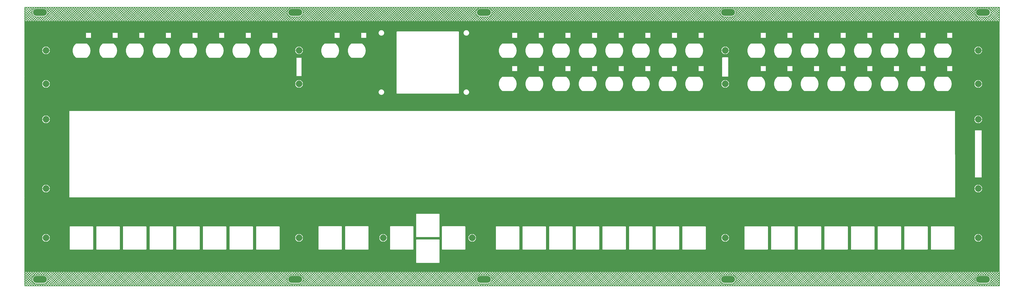
<source format=gbl>
G04 Layer: BottomLayer*
G04 EasyEDA v6.5.34, 2023-08-09 00:33:26*
G04 12fa73737f744ef48033c24246624f9a,5a6b42c53f6a479593ecc07194224c93,10*
G04 Gerber Generator version 0.2*
G04 Scale: 100 percent, Rotated: No, Reflected: No *
G04 Dimensions in millimeters *
G04 leading zeros omitted , absolute positions ,4 integer and 5 decimal *
%FSLAX45Y45*%
%MOMM*%

%ADD10C,0.2540*%
%ADD11O,6.4000126X3.1999936*%
%ADD12C,3.0000*%

%LPD*%
G36*
X36068Y698500D02*
G01*
X32156Y699262D01*
X28905Y701497D01*
X26670Y704748D01*
X25908Y708660D01*
X25908Y4079240D01*
X26670Y4083151D01*
X28905Y4086402D01*
X32156Y4088637D01*
X36068Y4089400D01*
X32156Y4090162D01*
X28905Y4092397D01*
X26670Y4095648D01*
X25908Y4099560D01*
X25908Y9641840D01*
X26670Y9645751D01*
X28905Y9649002D01*
X32156Y9651238D01*
X36068Y9652000D01*
X32156Y9652762D01*
X28905Y9654997D01*
X26670Y9658248D01*
X25908Y9662160D01*
X25908Y11623040D01*
X26670Y11626951D01*
X28905Y11630202D01*
X32156Y11632438D01*
X36068Y11633200D01*
X32156Y11633962D01*
X28905Y11636197D01*
X26670Y11639448D01*
X25908Y11643360D01*
X25908Y12150090D01*
X26670Y12153950D01*
X28905Y12157252D01*
X32156Y12159488D01*
X36068Y12160250D01*
X44655232Y12153900D01*
X44659143Y12153138D01*
X44662394Y12150953D01*
X44664630Y12147651D01*
X44665392Y12143740D01*
X44665392Y11643360D01*
X44664630Y11639448D01*
X44662394Y11636197D01*
X44659143Y11633962D01*
X44655232Y11633200D01*
X44659143Y11632438D01*
X44662394Y11630202D01*
X44664630Y11626951D01*
X44665392Y11623040D01*
X44665392Y10119360D01*
X44664630Y10115448D01*
X44662394Y10112197D01*
X44659143Y10109962D01*
X44655232Y10109200D01*
X44659143Y10108438D01*
X44662394Y10106202D01*
X44664630Y10102951D01*
X44665392Y10099040D01*
X44665392Y5013960D01*
X44664630Y5010048D01*
X44662394Y5006797D01*
X44659143Y5004562D01*
X44655232Y5003800D01*
X44659143Y5003038D01*
X44662394Y5000802D01*
X44664630Y4997551D01*
X44665392Y4993640D01*
X44665392Y708660D01*
X44664630Y704748D01*
X44662394Y701497D01*
X44659143Y699262D01*
X44655232Y698500D01*
G37*

%LPC*%
G36*
X16366540Y11507317D02*
G01*
X16381679Y11508232D01*
X16396665Y11510975D01*
X16411143Y11515496D01*
X16425011Y11521744D01*
X16438016Y11529618D01*
X16450005Y11538966D01*
X16460724Y11549735D01*
X16470122Y11561673D01*
X16477996Y11574678D01*
X16484244Y11588546D01*
X16488765Y11603075D01*
X16491508Y11618010D01*
X16492423Y11633200D01*
X16491508Y11648389D01*
X16488765Y11663324D01*
X16484244Y11677853D01*
X16477996Y11691721D01*
X16470122Y11704726D01*
X16460724Y11716664D01*
X16450005Y11727434D01*
X16438016Y11736781D01*
X16425011Y11744655D01*
X16411143Y11750903D01*
X16396665Y11755424D01*
X16381679Y11758168D01*
X16366540Y11759082D01*
X16351351Y11758168D01*
X16336365Y11755424D01*
X16321887Y11750903D01*
X16308019Y11744655D01*
X16295014Y11736781D01*
X16283025Y11727434D01*
X16272306Y11716664D01*
X16262908Y11704726D01*
X16255034Y11691721D01*
X16248786Y11677853D01*
X16244265Y11663324D01*
X16241522Y11648389D01*
X16240607Y11633200D01*
X16241522Y11618010D01*
X16244265Y11603075D01*
X16248786Y11588546D01*
X16255034Y11574678D01*
X16262908Y11561673D01*
X16272306Y11549735D01*
X16283025Y11538966D01*
X16295014Y11529618D01*
X16308019Y11521744D01*
X16321887Y11515496D01*
X16336365Y11510975D01*
X16351351Y11508232D01*
G37*
G36*
X27731364Y1694942D02*
G01*
X28750209Y1694942D01*
X28756559Y1695653D01*
X28761994Y1697583D01*
X28766922Y1700631D01*
X28770986Y1704746D01*
X28774085Y1709623D01*
X28775964Y1715109D01*
X28776676Y1721408D01*
X28776676Y2740304D01*
X28775964Y2746603D01*
X28774085Y2752090D01*
X28770986Y2756966D01*
X28766922Y2761081D01*
X28761994Y2764129D01*
X28756559Y2766060D01*
X28750209Y2766771D01*
X27731364Y2766771D01*
X27725014Y2766060D01*
X27719578Y2764129D01*
X27714651Y2761081D01*
X27710587Y2756966D01*
X27707488Y2752090D01*
X27705608Y2746603D01*
X27704897Y2740304D01*
X27704897Y1721408D01*
X27705608Y1715109D01*
X27707488Y1709623D01*
X27710587Y1704746D01*
X27714651Y1700631D01*
X27719578Y1697583D01*
X27725014Y1695653D01*
G37*
G36*
X34233764Y1694942D02*
G01*
X35252609Y1694942D01*
X35258959Y1695653D01*
X35264394Y1697583D01*
X35269322Y1700631D01*
X35273386Y1704746D01*
X35276485Y1709623D01*
X35278364Y1715109D01*
X35279076Y1721408D01*
X35279076Y2740304D01*
X35278364Y2746603D01*
X35276485Y2752090D01*
X35273386Y2756966D01*
X35269322Y2761081D01*
X35264394Y2764129D01*
X35258959Y2766060D01*
X35252609Y2766771D01*
X34233764Y2766771D01*
X34227414Y2766060D01*
X34221978Y2764129D01*
X34217051Y2761081D01*
X34212987Y2756966D01*
X34209888Y2752090D01*
X34208008Y2746603D01*
X34207297Y2740304D01*
X34207297Y1721408D01*
X34208008Y1715109D01*
X34209888Y1709623D01*
X34212987Y1704746D01*
X34217051Y1700631D01*
X34221978Y1697583D01*
X34227414Y1695653D01*
G37*
G36*
X35452964Y1694942D02*
G01*
X36471809Y1694942D01*
X36478159Y1695653D01*
X36483594Y1697583D01*
X36488522Y1700631D01*
X36492586Y1704746D01*
X36495685Y1709623D01*
X36497564Y1715109D01*
X36498276Y1721408D01*
X36498276Y2740304D01*
X36497564Y2746603D01*
X36495685Y2752090D01*
X36492586Y2756966D01*
X36488522Y2761081D01*
X36483594Y2764129D01*
X36478159Y2766060D01*
X36471809Y2766771D01*
X35452964Y2766771D01*
X35446614Y2766060D01*
X35441178Y2764129D01*
X35436251Y2761081D01*
X35432187Y2756966D01*
X35429088Y2752090D01*
X35427208Y2746603D01*
X35426497Y2740304D01*
X35426497Y1721408D01*
X35427208Y1715109D01*
X35429088Y1709623D01*
X35432187Y1704746D01*
X35436251Y1700631D01*
X35441178Y1697583D01*
X35446614Y1695653D01*
G37*
G36*
X28950564Y1694942D02*
G01*
X29969409Y1694942D01*
X29975759Y1695653D01*
X29981194Y1697583D01*
X29986122Y1700631D01*
X29990186Y1704746D01*
X29993285Y1709623D01*
X29995164Y1715109D01*
X29995876Y1721408D01*
X29995876Y2740304D01*
X29995164Y2746603D01*
X29993285Y2752090D01*
X29990186Y2756966D01*
X29986122Y2761081D01*
X29981194Y2764129D01*
X29975759Y2766060D01*
X29969409Y2766771D01*
X28950564Y2766771D01*
X28944214Y2766060D01*
X28938778Y2764129D01*
X28933851Y2761081D01*
X28929787Y2756966D01*
X28926688Y2752090D01*
X28924808Y2746603D01*
X28924097Y2740304D01*
X28924097Y1721408D01*
X28924808Y1715109D01*
X28926688Y1709623D01*
X28929787Y1704746D01*
X28933851Y1700631D01*
X28938778Y1697583D01*
X28944214Y1695653D01*
G37*
G36*
X26512164Y1694942D02*
G01*
X27531009Y1694942D01*
X27537359Y1695653D01*
X27542794Y1697583D01*
X27547722Y1700631D01*
X27551786Y1704746D01*
X27554885Y1709623D01*
X27556764Y1715109D01*
X27557476Y1721408D01*
X27557476Y2740304D01*
X27556764Y2746603D01*
X27554885Y2752090D01*
X27551786Y2756966D01*
X27547722Y2761081D01*
X27542794Y2764129D01*
X27537359Y2766060D01*
X27531009Y2766771D01*
X26512164Y2766771D01*
X26505814Y2766060D01*
X26500378Y2764129D01*
X26495451Y2761081D01*
X26491387Y2756966D01*
X26488288Y2752090D01*
X26486408Y2746603D01*
X26485697Y2740304D01*
X26485697Y1721408D01*
X26486408Y1715109D01*
X26488288Y1709623D01*
X26491387Y1704746D01*
X26495451Y1700631D01*
X26500378Y1697583D01*
X26505814Y1695653D01*
G37*
G36*
X37891364Y1694942D02*
G01*
X38910209Y1694942D01*
X38916559Y1695653D01*
X38921994Y1697583D01*
X38926922Y1700631D01*
X38930986Y1704746D01*
X38934085Y1709623D01*
X38935964Y1715109D01*
X38936676Y1721408D01*
X38936676Y2740304D01*
X38935964Y2746603D01*
X38934085Y2752090D01*
X38930986Y2756966D01*
X38926922Y2761081D01*
X38921994Y2764129D01*
X38916559Y2766060D01*
X38910209Y2766771D01*
X37891364Y2766771D01*
X37885014Y2766060D01*
X37879578Y2764129D01*
X37874651Y2761081D01*
X37870587Y2756966D01*
X37867488Y2752090D01*
X37865608Y2746603D01*
X37864897Y2740304D01*
X37864897Y1721408D01*
X37865608Y1715109D01*
X37867488Y1709623D01*
X37870587Y1704746D01*
X37874651Y1700631D01*
X37879578Y1697583D01*
X37885014Y1695653D01*
G37*
G36*
X33014564Y1694942D02*
G01*
X34033409Y1694942D01*
X34039759Y1695653D01*
X34045194Y1697583D01*
X34050122Y1700631D01*
X34054186Y1704746D01*
X34057285Y1709623D01*
X34059164Y1715109D01*
X34059876Y1721408D01*
X34059876Y2740304D01*
X34059164Y2746603D01*
X34057285Y2752090D01*
X34054186Y2756966D01*
X34050122Y2761081D01*
X34045194Y2764129D01*
X34039759Y2766060D01*
X34033409Y2766771D01*
X33014564Y2766771D01*
X33008214Y2766060D01*
X33002778Y2764129D01*
X32997851Y2761081D01*
X32993787Y2756966D01*
X32990688Y2752090D01*
X32988808Y2746603D01*
X32988097Y2740304D01*
X32988097Y1721408D01*
X32988808Y1715109D01*
X32990688Y1709623D01*
X32993787Y1704746D01*
X32997851Y1700631D01*
X33002778Y1697583D01*
X33008214Y1695653D01*
G37*
G36*
X4566564Y1694942D02*
G01*
X5585409Y1694942D01*
X5591759Y1695653D01*
X5597194Y1697583D01*
X5602122Y1700631D01*
X5606186Y1704746D01*
X5609285Y1709623D01*
X5611164Y1715109D01*
X5611876Y1721408D01*
X5611876Y2740304D01*
X5611164Y2746603D01*
X5609285Y2752090D01*
X5606186Y2756966D01*
X5602122Y2761081D01*
X5597194Y2764129D01*
X5591759Y2766060D01*
X5585409Y2766771D01*
X4566564Y2766771D01*
X4560214Y2766060D01*
X4554778Y2764129D01*
X4549851Y2761081D01*
X4545787Y2756966D01*
X4542688Y2752090D01*
X4540808Y2746603D01*
X4540097Y2740304D01*
X4540097Y1721408D01*
X4540808Y1715109D01*
X4542688Y1709623D01*
X4545787Y1704746D01*
X4549851Y1700631D01*
X4554778Y1697583D01*
X4560214Y1695653D01*
G37*
G36*
X30169764Y1694942D02*
G01*
X31188609Y1694942D01*
X31194959Y1695653D01*
X31200394Y1697583D01*
X31205322Y1700631D01*
X31209386Y1704746D01*
X31212485Y1709623D01*
X31214364Y1715109D01*
X31215076Y1721408D01*
X31215076Y2740304D01*
X31214364Y2746603D01*
X31212485Y2752090D01*
X31209386Y2756966D01*
X31205322Y2761081D01*
X31200394Y2764129D01*
X31194959Y2766060D01*
X31188609Y2766771D01*
X30169764Y2766771D01*
X30163414Y2766060D01*
X30157978Y2764129D01*
X30153051Y2761081D01*
X30148987Y2756966D01*
X30145888Y2752090D01*
X30144008Y2746603D01*
X30143297Y2740304D01*
X30143297Y1721408D01*
X30144008Y1715109D01*
X30145888Y1709623D01*
X30148987Y1704746D01*
X30153051Y1700631D01*
X30157978Y1697583D01*
X30163414Y1695653D01*
G37*
G36*
X9443364Y1694942D02*
G01*
X10462209Y1694942D01*
X10468559Y1695653D01*
X10473994Y1697583D01*
X10478922Y1700631D01*
X10482986Y1704746D01*
X10486085Y1709623D01*
X10487964Y1715109D01*
X10488676Y1721408D01*
X10488676Y2740304D01*
X10487964Y2746603D01*
X10486085Y2752090D01*
X10482986Y2756966D01*
X10478922Y2761081D01*
X10473994Y2764129D01*
X10468559Y2766060D01*
X10462209Y2766771D01*
X9443364Y2766771D01*
X9437014Y2766060D01*
X9431578Y2764129D01*
X9426651Y2761081D01*
X9422587Y2756966D01*
X9419488Y2752090D01*
X9417608Y2746603D01*
X9416897Y2740304D01*
X9416897Y1721408D01*
X9417608Y1715109D01*
X9419488Y1709623D01*
X9422587Y1704746D01*
X9426651Y1700631D01*
X9431578Y1697583D01*
X9437014Y1695653D01*
G37*
G36*
X39110564Y1694942D02*
G01*
X40129409Y1694942D01*
X40135759Y1695653D01*
X40141194Y1697583D01*
X40146122Y1700631D01*
X40150186Y1704746D01*
X40153285Y1709623D01*
X40155164Y1715109D01*
X40155876Y1721408D01*
X40155876Y2740304D01*
X40155164Y2746603D01*
X40153285Y2752090D01*
X40150186Y2756966D01*
X40146122Y2761081D01*
X40141194Y2764129D01*
X40135759Y2766060D01*
X40129409Y2766771D01*
X39110564Y2766771D01*
X39104214Y2766060D01*
X39098778Y2764129D01*
X39093851Y2761081D01*
X39089787Y2756966D01*
X39086688Y2752090D01*
X39084808Y2746603D01*
X39084097Y2740304D01*
X39084097Y1721408D01*
X39084808Y1715109D01*
X39086688Y1709623D01*
X39089787Y1704746D01*
X39093851Y1700631D01*
X39098778Y1697583D01*
X39104214Y1695653D01*
G37*
G36*
X22854564Y1694942D02*
G01*
X23873409Y1694942D01*
X23879759Y1695653D01*
X23885194Y1697583D01*
X23890122Y1700631D01*
X23894186Y1704746D01*
X23897285Y1709623D01*
X23899164Y1715109D01*
X23899876Y1721408D01*
X23899876Y2740304D01*
X23899164Y2746603D01*
X23897285Y2752090D01*
X23894186Y2756966D01*
X23890122Y2761081D01*
X23885194Y2764129D01*
X23879759Y2766060D01*
X23873409Y2766771D01*
X22854564Y2766771D01*
X22848214Y2766060D01*
X22842778Y2764129D01*
X22837851Y2761081D01*
X22833787Y2756966D01*
X22830688Y2752090D01*
X22828808Y2746603D01*
X22828097Y2740304D01*
X22828097Y1721408D01*
X22828808Y1715109D01*
X22830688Y1709623D01*
X22833787Y1704746D01*
X22837851Y1700631D01*
X22842778Y1697583D01*
X22848214Y1695653D01*
G37*
G36*
X36672164Y1694942D02*
G01*
X37691009Y1694942D01*
X37697359Y1695653D01*
X37702794Y1697583D01*
X37707722Y1700631D01*
X37711786Y1704746D01*
X37714885Y1709623D01*
X37716764Y1715109D01*
X37717476Y1721408D01*
X37717476Y2740304D01*
X37716764Y2746603D01*
X37714885Y2752090D01*
X37711786Y2756966D01*
X37707722Y2761081D01*
X37702794Y2764129D01*
X37697359Y2766060D01*
X37691009Y2766771D01*
X36672164Y2766771D01*
X36665814Y2766060D01*
X36660378Y2764129D01*
X36655451Y2761081D01*
X36651387Y2756966D01*
X36648288Y2752090D01*
X36646408Y2746603D01*
X36645697Y2740304D01*
X36645697Y1721408D01*
X36646408Y1715109D01*
X36648288Y1709623D01*
X36651387Y1704746D01*
X36655451Y1700631D01*
X36660378Y1697583D01*
X36665814Y1695653D01*
G37*
G36*
X21635364Y1694942D02*
G01*
X22654209Y1694942D01*
X22660559Y1695653D01*
X22665994Y1697583D01*
X22670922Y1700631D01*
X22674986Y1704746D01*
X22678085Y1709623D01*
X22679964Y1715109D01*
X22680676Y1721408D01*
X22680676Y2740304D01*
X22679964Y2746603D01*
X22678085Y2752090D01*
X22674986Y2756966D01*
X22670922Y2761081D01*
X22665994Y2764129D01*
X22660559Y2766060D01*
X22654209Y2766771D01*
X21635364Y2766771D01*
X21629014Y2766060D01*
X21623578Y2764129D01*
X21618651Y2761081D01*
X21614587Y2756966D01*
X21611488Y2752090D01*
X21609608Y2746603D01*
X21608897Y2740304D01*
X21608897Y1721408D01*
X21609608Y1715109D01*
X21611488Y1709623D01*
X21614587Y1704746D01*
X21618651Y1700631D01*
X21623578Y1697583D01*
X21629014Y1695653D01*
G37*
G36*
X24073764Y1694942D02*
G01*
X25092609Y1694942D01*
X25098959Y1695653D01*
X25104394Y1697583D01*
X25109322Y1700631D01*
X25113386Y1704746D01*
X25116485Y1709623D01*
X25118364Y1715109D01*
X25119076Y1721408D01*
X25119076Y2740304D01*
X25118364Y2746603D01*
X25116485Y2752090D01*
X25113386Y2756966D01*
X25109322Y2761081D01*
X25104394Y2764129D01*
X25098959Y2766060D01*
X25092609Y2766771D01*
X24073764Y2766771D01*
X24067414Y2766060D01*
X24061978Y2764129D01*
X24057051Y2761081D01*
X24052987Y2756966D01*
X24049888Y2752090D01*
X24048008Y2746603D01*
X24047297Y2740304D01*
X24047297Y1721408D01*
X24048008Y1715109D01*
X24049888Y1709623D01*
X24052987Y1704746D01*
X24057051Y1700631D01*
X24061978Y1697583D01*
X24067414Y1695653D01*
G37*
G36*
X41548964Y1694942D02*
G01*
X42567809Y1694942D01*
X42574159Y1695653D01*
X42579594Y1697583D01*
X42584522Y1700631D01*
X42588586Y1704746D01*
X42591685Y1709623D01*
X42593564Y1715109D01*
X42594276Y1721408D01*
X42594276Y2740304D01*
X42593564Y2746603D01*
X42591685Y2752090D01*
X42588586Y2756966D01*
X42584522Y2761081D01*
X42579594Y2764129D01*
X42574159Y2766060D01*
X42567809Y2766771D01*
X41548964Y2766771D01*
X41542614Y2766060D01*
X41537178Y2764129D01*
X41532251Y2761081D01*
X41528187Y2756966D01*
X41525088Y2752090D01*
X41523208Y2746603D01*
X41522497Y2740304D01*
X41522497Y1721408D01*
X41523208Y1715109D01*
X41525088Y1709623D01*
X41528187Y1704746D01*
X41532251Y1700631D01*
X41537178Y1697583D01*
X41542614Y1695653D01*
G37*
G36*
X25292964Y1694942D02*
G01*
X26311809Y1694942D01*
X26318159Y1695653D01*
X26323594Y1697583D01*
X26328522Y1700631D01*
X26332586Y1704746D01*
X26335685Y1709623D01*
X26337564Y1715109D01*
X26338276Y1721408D01*
X26338276Y2740304D01*
X26337564Y2746603D01*
X26335685Y2752090D01*
X26332586Y2756966D01*
X26328522Y2761081D01*
X26323594Y2764129D01*
X26318159Y2766060D01*
X26311809Y2766771D01*
X25292964Y2766771D01*
X25286614Y2766060D01*
X25281178Y2764129D01*
X25276251Y2761081D01*
X25272187Y2756966D01*
X25269088Y2752090D01*
X25267208Y2746603D01*
X25266497Y2740304D01*
X25266497Y1721408D01*
X25267208Y1715109D01*
X25269088Y1709623D01*
X25272187Y1704746D01*
X25276251Y1700631D01*
X25281178Y1697583D01*
X25286614Y1695653D01*
G37*
G36*
X3347364Y1694942D02*
G01*
X4366209Y1694942D01*
X4372559Y1695653D01*
X4377994Y1697583D01*
X4382922Y1700631D01*
X4386986Y1704746D01*
X4390085Y1709623D01*
X4391964Y1715109D01*
X4392676Y1721408D01*
X4392676Y2740304D01*
X4391964Y2746603D01*
X4390085Y2752090D01*
X4386986Y2756966D01*
X4382922Y2761081D01*
X4377994Y2764129D01*
X4372559Y2766060D01*
X4366209Y2766771D01*
X3347364Y2766771D01*
X3341014Y2766060D01*
X3335578Y2764129D01*
X3330651Y2761081D01*
X3326587Y2756966D01*
X3323488Y2752090D01*
X3321608Y2746603D01*
X3320897Y2740304D01*
X3320897Y1721408D01*
X3321608Y1715109D01*
X3323488Y1709623D01*
X3326587Y1704746D01*
X3330651Y1700631D01*
X3335578Y1697583D01*
X3341014Y1695653D01*
G37*
G36*
X8224164Y1694942D02*
G01*
X9243009Y1694942D01*
X9249359Y1695653D01*
X9254794Y1697583D01*
X9259722Y1700631D01*
X9263786Y1704746D01*
X9266885Y1709623D01*
X9268764Y1715109D01*
X9269476Y1721408D01*
X9269476Y2740304D01*
X9268764Y2746603D01*
X9266885Y2752090D01*
X9263786Y2756966D01*
X9259722Y2761081D01*
X9254794Y2764129D01*
X9249359Y2766060D01*
X9243009Y2766771D01*
X8224164Y2766771D01*
X8217814Y2766060D01*
X8212378Y2764129D01*
X8207451Y2761081D01*
X8203387Y2756966D01*
X8200288Y2752090D01*
X8198408Y2746603D01*
X8197697Y2740304D01*
X8197697Y1721408D01*
X8198408Y1715109D01*
X8200288Y1709623D01*
X8203387Y1704746D01*
X8207451Y1700631D01*
X8212378Y1697583D01*
X8217814Y1695653D01*
G37*
G36*
X2128164Y1694942D02*
G01*
X3147009Y1694942D01*
X3153359Y1695653D01*
X3158794Y1697583D01*
X3163722Y1700631D01*
X3167786Y1704746D01*
X3170885Y1709623D01*
X3172764Y1715109D01*
X3173476Y1721408D01*
X3173476Y2740304D01*
X3172764Y2746603D01*
X3170885Y2752090D01*
X3167786Y2756966D01*
X3163722Y2761081D01*
X3158794Y2764129D01*
X3153359Y2766060D01*
X3147009Y2766771D01*
X2128164Y2766771D01*
X2121814Y2766060D01*
X2116378Y2764129D01*
X2111451Y2761081D01*
X2107387Y2756966D01*
X2104288Y2752090D01*
X2102408Y2746603D01*
X2101697Y2740304D01*
X2101697Y1721408D01*
X2102408Y1715109D01*
X2104288Y1709623D01*
X2107387Y1704746D01*
X2111451Y1700631D01*
X2116378Y1697583D01*
X2121814Y1695653D01*
G37*
G36*
X7004964Y1694942D02*
G01*
X8023809Y1694942D01*
X8030159Y1695653D01*
X8035594Y1697583D01*
X8040522Y1700631D01*
X8044586Y1704746D01*
X8047685Y1709623D01*
X8049564Y1715109D01*
X8050275Y1721408D01*
X8050275Y2740304D01*
X8049564Y2746603D01*
X8047685Y2752090D01*
X8044586Y2756966D01*
X8040522Y2761081D01*
X8035594Y2764129D01*
X8030159Y2766060D01*
X8023809Y2766771D01*
X7004964Y2766771D01*
X6998614Y2766060D01*
X6993178Y2764129D01*
X6988251Y2761081D01*
X6984187Y2756966D01*
X6981088Y2752090D01*
X6979208Y2746603D01*
X6978497Y2740304D01*
X6978497Y1721408D01*
X6979208Y1715109D01*
X6981088Y1709623D01*
X6984187Y1704746D01*
X6988251Y1700631D01*
X6993178Y1697583D01*
X6998614Y1695653D01*
G37*
G36*
X40329764Y1694942D02*
G01*
X41348609Y1694942D01*
X41354959Y1695653D01*
X41360394Y1697583D01*
X41365322Y1700631D01*
X41369386Y1704746D01*
X41372485Y1709623D01*
X41374364Y1715109D01*
X41375076Y1721408D01*
X41375076Y2740304D01*
X41374364Y2746603D01*
X41372485Y2752090D01*
X41369386Y2756966D01*
X41365322Y2761081D01*
X41360394Y2764129D01*
X41354959Y2766060D01*
X41348609Y2766771D01*
X40329764Y2766771D01*
X40323414Y2766060D01*
X40317978Y2764129D01*
X40313051Y2761081D01*
X40308987Y2756966D01*
X40305888Y2752090D01*
X40304008Y2746603D01*
X40303297Y2740304D01*
X40303297Y1721408D01*
X40304008Y1715109D01*
X40305888Y1709623D01*
X40308987Y1704746D01*
X40313051Y1700631D01*
X40317978Y1697583D01*
X40323414Y1695653D01*
G37*
G36*
X5785764Y1694942D02*
G01*
X6804609Y1694942D01*
X6810959Y1695653D01*
X6816394Y1697583D01*
X6821322Y1700631D01*
X6825386Y1704746D01*
X6828485Y1709623D01*
X6830364Y1715109D01*
X6831075Y1721408D01*
X6831075Y2740304D01*
X6830364Y2746603D01*
X6828485Y2752090D01*
X6825386Y2756966D01*
X6821322Y2761081D01*
X6816394Y2764129D01*
X6810959Y2766060D01*
X6804609Y2766771D01*
X5785764Y2766771D01*
X5779414Y2766060D01*
X5773978Y2764129D01*
X5769051Y2761081D01*
X5764987Y2756966D01*
X5761888Y2752090D01*
X5760008Y2746603D01*
X5759297Y2740304D01*
X5759297Y1721408D01*
X5760008Y1715109D01*
X5761888Y1709623D01*
X5764987Y1704746D01*
X5769051Y1700631D01*
X5773978Y1697583D01*
X5779414Y1695653D01*
G37*
G36*
X10662564Y1694942D02*
G01*
X11681409Y1694942D01*
X11687759Y1695653D01*
X11693194Y1697583D01*
X11698122Y1700631D01*
X11702186Y1704746D01*
X11705285Y1709623D01*
X11707164Y1715109D01*
X11707876Y1721408D01*
X11707876Y2740304D01*
X11707164Y2746603D01*
X11705285Y2752090D01*
X11702186Y2756966D01*
X11698122Y2761081D01*
X11693194Y2764129D01*
X11687759Y2766060D01*
X11681409Y2766771D01*
X10662564Y2766771D01*
X10656214Y2766060D01*
X10650778Y2764129D01*
X10645851Y2761081D01*
X10641787Y2756966D01*
X10638688Y2752090D01*
X10636808Y2746603D01*
X10636097Y2740304D01*
X10636097Y1721408D01*
X10636808Y1715109D01*
X10638688Y1709623D01*
X10641787Y1704746D01*
X10645851Y1700631D01*
X10650778Y1697583D01*
X10656214Y1695653D01*
G37*
G36*
X13513358Y1697278D02*
G01*
X14532254Y1697278D01*
X14538553Y1697989D01*
X14543989Y1699920D01*
X14548916Y1703019D01*
X14552980Y1707083D01*
X14556079Y1712010D01*
X14558010Y1717446D01*
X14558721Y1723745D01*
X14558721Y2742641D01*
X14558010Y2748940D01*
X14556079Y2754426D01*
X14552980Y2759303D01*
X14548916Y2763418D01*
X14543989Y2766466D01*
X14538553Y2768396D01*
X14532254Y2769108D01*
X13513358Y2769108D01*
X13507059Y2768396D01*
X13501573Y2766466D01*
X13496696Y2763418D01*
X13492581Y2759303D01*
X13489533Y2754426D01*
X13487603Y2748940D01*
X13486892Y2742641D01*
X13486892Y1723745D01*
X13487603Y1717446D01*
X13489533Y1712010D01*
X13492581Y1707083D01*
X13496696Y1703019D01*
X13501573Y1699920D01*
X13507059Y1697989D01*
G37*
G36*
X16789958Y1697278D02*
G01*
X17808854Y1697278D01*
X17815153Y1697989D01*
X17820589Y1699920D01*
X17825516Y1703019D01*
X17829580Y1707083D01*
X17832679Y1712010D01*
X17834610Y1717446D01*
X17835321Y1723745D01*
X17835321Y2742641D01*
X17834610Y2748940D01*
X17832679Y2754426D01*
X17829580Y2759303D01*
X17825516Y2763418D01*
X17820589Y2766466D01*
X17815153Y2768396D01*
X17808854Y2769108D01*
X16789958Y2769108D01*
X16783659Y2768396D01*
X16778173Y2766466D01*
X16773296Y2763418D01*
X16769181Y2759303D01*
X16766133Y2754426D01*
X16764203Y2748940D01*
X16763492Y2742641D01*
X16763492Y1723745D01*
X16764203Y1717446D01*
X16766133Y1712010D01*
X16769181Y1707083D01*
X16773296Y1703019D01*
X16778173Y1699920D01*
X16783659Y1697989D01*
G37*
G36*
X19164858Y1697278D02*
G01*
X20183754Y1697278D01*
X20190053Y1697989D01*
X20195489Y1699920D01*
X20200416Y1703019D01*
X20204480Y1707083D01*
X20207579Y1712010D01*
X20209510Y1717446D01*
X20210221Y1723745D01*
X20210221Y2742641D01*
X20209510Y2748940D01*
X20207579Y2754426D01*
X20204480Y2759303D01*
X20200416Y2763418D01*
X20195489Y2766466D01*
X20190053Y2768396D01*
X20183754Y2769108D01*
X19164858Y2769108D01*
X19158559Y2768396D01*
X19153073Y2766466D01*
X19148196Y2763418D01*
X19144081Y2759303D01*
X19141033Y2754426D01*
X19139103Y2748940D01*
X19138392Y2742641D01*
X19138392Y1723745D01*
X19139103Y1717446D01*
X19141033Y1712010D01*
X19144081Y1707083D01*
X19148196Y1703019D01*
X19153073Y1699920D01*
X19158559Y1697989D01*
G37*
G36*
X14732558Y1697278D02*
G01*
X15751454Y1697278D01*
X15757753Y1697989D01*
X15763189Y1699920D01*
X15768116Y1703019D01*
X15772180Y1707083D01*
X15775279Y1712010D01*
X15777210Y1717446D01*
X15777921Y1723745D01*
X15777921Y2742641D01*
X15777210Y2748940D01*
X15775279Y2754426D01*
X15772180Y2759303D01*
X15768116Y2763418D01*
X15763189Y2766466D01*
X15757753Y2768396D01*
X15751454Y2769108D01*
X14732558Y2769108D01*
X14726259Y2768396D01*
X14720773Y2766466D01*
X14715896Y2763418D01*
X14711781Y2759303D01*
X14708733Y2754426D01*
X14706803Y2748940D01*
X14706092Y2742641D01*
X14706092Y1723745D01*
X14706803Y1717446D01*
X14708733Y1712010D01*
X14711781Y1707083D01*
X14715896Y1703019D01*
X14720773Y1699920D01*
X14726259Y1697989D01*
G37*
G36*
X20535696Y2059736D02*
G01*
X20554543Y2062073D01*
X20572171Y2066239D01*
X20589290Y2072182D01*
X20605699Y2079853D01*
X20621193Y2089200D01*
X20635671Y2100072D01*
X20648980Y2112365D01*
X20660918Y2125980D01*
X20671434Y2140712D01*
X20680375Y2156510D01*
X20687588Y2173071D01*
X20693126Y2190343D01*
X20696834Y2208072D01*
X20698307Y2222449D01*
X20535696Y2222449D01*
G37*
G36*
X1003300Y2059838D02*
G01*
X1003300Y2222550D01*
X840740Y2222550D01*
X842213Y2208174D01*
X845921Y2190445D01*
X851408Y2173173D01*
X858672Y2156612D01*
X867613Y2140864D01*
X878078Y2126081D01*
X890066Y2112467D01*
X903325Y2100173D01*
X917803Y2089302D01*
X933348Y2080006D01*
X949756Y2072335D01*
X966825Y2066340D01*
X984453Y2062225D01*
G37*
G36*
X43675300Y2059838D02*
G01*
X43675300Y2222550D01*
X43512740Y2222550D01*
X43514213Y2208174D01*
X43517921Y2190445D01*
X43523408Y2173173D01*
X43530672Y2156612D01*
X43539613Y2140864D01*
X43550078Y2126081D01*
X43562066Y2112467D01*
X43575325Y2100173D01*
X43589803Y2089302D01*
X43605348Y2080006D01*
X43621756Y2072335D01*
X43638825Y2066340D01*
X43656453Y2062225D01*
G37*
G36*
X12584836Y2059838D02*
G01*
X12585700Y2059838D01*
X12585700Y2222550D01*
X12423140Y2222550D01*
X12424613Y2208174D01*
X12428321Y2190445D01*
X12433808Y2173173D01*
X12441072Y2156561D01*
X12450013Y2140813D01*
X12460478Y2126081D01*
X12472466Y2112467D01*
X12485725Y2100173D01*
X12500203Y2089302D01*
X12515748Y2079955D01*
X12532156Y2072284D01*
X12549225Y2066340D01*
X12566853Y2062175D01*
G37*
G36*
X32092036Y2059838D02*
G01*
X32092900Y2059838D01*
X32092900Y2222550D01*
X31930339Y2222550D01*
X31931813Y2208174D01*
X31935521Y2190445D01*
X31941008Y2173173D01*
X31948272Y2156561D01*
X31957213Y2140813D01*
X31967677Y2126081D01*
X31979666Y2112467D01*
X31992925Y2100173D01*
X32007403Y2089302D01*
X32022948Y2079955D01*
X32039356Y2072284D01*
X32056425Y2066340D01*
X32074053Y2062175D01*
G37*
G36*
X16437305Y2059889D02*
G01*
X16438168Y2059889D01*
X16438168Y2222550D01*
X16275608Y2222550D01*
X16277082Y2208174D01*
X16280790Y2190496D01*
X16286276Y2173224D01*
X16293541Y2156612D01*
X16302482Y2140864D01*
X16312946Y2126081D01*
X16324935Y2112518D01*
X16338194Y2100224D01*
X16352672Y2089353D01*
X16368217Y2080006D01*
X16384625Y2072335D01*
X16401745Y2066391D01*
X16419322Y2062225D01*
G37*
G36*
X20510296Y2059939D02*
G01*
X20510296Y2222449D01*
X20347787Y2222449D01*
X20348041Y2217064D01*
X20350835Y2199132D01*
X20355458Y2181656D01*
X20361859Y2164689D01*
X20369936Y2148484D01*
X20379639Y2133193D01*
X20390916Y2119020D01*
X20403515Y2106066D01*
X20417434Y2094433D01*
X20432471Y2084324D01*
X20448473Y2075840D01*
X20465237Y2068982D01*
X20482610Y2063953D01*
X20500441Y2060702D01*
G37*
G36*
X1028700Y2060041D02*
G01*
X1038606Y2060803D01*
X1056386Y2064054D01*
X1073810Y2069134D01*
X1090574Y2075942D01*
X1106576Y2084425D01*
X1121562Y2094534D01*
X1135481Y2106168D01*
X1148130Y2119122D01*
X1159357Y2133346D01*
X1169111Y2148586D01*
X1177188Y2164791D01*
X1183589Y2181758D01*
X1188161Y2199284D01*
X1190955Y2217166D01*
X1191260Y2222550D01*
X1028700Y2222550D01*
G37*
G36*
X12611100Y2060041D02*
G01*
X12621006Y2060803D01*
X12638786Y2064054D01*
X12656210Y2069084D01*
X12672974Y2075942D01*
X12688976Y2084425D01*
X12703962Y2094534D01*
X12717881Y2106117D01*
X12730530Y2119122D01*
X12741757Y2133295D01*
X12751511Y2148586D01*
X12759588Y2164791D01*
X12765989Y2181758D01*
X12770561Y2199233D01*
X12773355Y2217166D01*
X12773660Y2222550D01*
X12611100Y2222550D01*
G37*
G36*
X43700700Y2060041D02*
G01*
X43710606Y2060803D01*
X43728386Y2064054D01*
X43745810Y2069134D01*
X43762574Y2075942D01*
X43778576Y2084425D01*
X43793562Y2094534D01*
X43807481Y2106168D01*
X43820130Y2119122D01*
X43831357Y2133346D01*
X43841111Y2148586D01*
X43849188Y2164791D01*
X43855589Y2181758D01*
X43860161Y2199284D01*
X43862955Y2217166D01*
X43863260Y2222550D01*
X43700700Y2222550D01*
G37*
G36*
X16463568Y2060041D02*
G01*
X16473474Y2060803D01*
X16491305Y2064054D01*
X16508679Y2069134D01*
X16525443Y2075942D01*
X16541445Y2084476D01*
X16556431Y2094585D01*
X16570350Y2106168D01*
X16582999Y2119172D01*
X16594226Y2133346D01*
X16603980Y2148636D01*
X16612057Y2164842D01*
X16618457Y2181758D01*
X16623080Y2199284D01*
X16625824Y2217166D01*
X16626128Y2222550D01*
X16463568Y2222550D01*
G37*
G36*
X32118300Y2060041D02*
G01*
X32128206Y2060803D01*
X32145986Y2064054D01*
X32163410Y2069084D01*
X32180174Y2075942D01*
X32196176Y2084425D01*
X32211162Y2094534D01*
X32225081Y2106117D01*
X32237730Y2119122D01*
X32248957Y2133295D01*
X32258711Y2148586D01*
X32266788Y2164791D01*
X32273189Y2181758D01*
X32277761Y2199233D01*
X32280555Y2217166D01*
X32280860Y2222550D01*
X32118300Y2222550D01*
G37*
G36*
X20347787Y2247849D02*
G01*
X20510296Y2247849D01*
X20510296Y2410358D01*
X20500441Y2409596D01*
X20482610Y2406345D01*
X20465237Y2401265D01*
X20448473Y2394458D01*
X20432471Y2385923D01*
X20417434Y2375814D01*
X20403515Y2364232D01*
X20390916Y2351227D01*
X20379639Y2337054D01*
X20369936Y2321763D01*
X20361859Y2305558D01*
X20355458Y2288641D01*
X20350835Y2271115D01*
X20348041Y2253234D01*
G37*
G36*
X20535696Y2247849D02*
G01*
X20698307Y2247849D01*
X20696834Y2262225D01*
X20693126Y2279904D01*
X20687588Y2297176D01*
X20680375Y2313787D01*
X20671434Y2329535D01*
X20660918Y2344318D01*
X20648980Y2357882D01*
X20635671Y2370175D01*
X20621193Y2381046D01*
X20605699Y2390394D01*
X20589290Y2398064D01*
X20572171Y2404008D01*
X20554543Y2408174D01*
X20535696Y2410510D01*
G37*
G36*
X1028700Y2247950D02*
G01*
X1191260Y2247950D01*
X1190955Y2253335D01*
X1188161Y2271217D01*
X1183589Y2288743D01*
X1177188Y2305659D01*
X1169111Y2321864D01*
X1159357Y2337155D01*
X1148130Y2351379D01*
X1135481Y2364333D01*
X1121562Y2375916D01*
X1106576Y2386025D01*
X1090574Y2394559D01*
X1073810Y2401366D01*
X1056386Y2406446D01*
X1038606Y2409698D01*
X1028700Y2410460D01*
G37*
G36*
X12611100Y2247950D02*
G01*
X12773660Y2247950D01*
X12773355Y2253335D01*
X12770561Y2271217D01*
X12765989Y2288743D01*
X12759588Y2305659D01*
X12751511Y2321864D01*
X12741757Y2337155D01*
X12730530Y2351328D01*
X12717881Y2364333D01*
X12703962Y2375916D01*
X12688976Y2386025D01*
X12672974Y2394559D01*
X12656210Y2401366D01*
X12638786Y2406396D01*
X12621006Y2409647D01*
X12611100Y2410409D01*
G37*
G36*
X43700700Y2247950D02*
G01*
X43863260Y2247950D01*
X43862955Y2253335D01*
X43860161Y2271217D01*
X43855589Y2288743D01*
X43849188Y2305659D01*
X43841111Y2321864D01*
X43831357Y2337155D01*
X43820130Y2351379D01*
X43807481Y2364333D01*
X43793562Y2375916D01*
X43778576Y2386025D01*
X43762574Y2394559D01*
X43745810Y2401366D01*
X43728386Y2406446D01*
X43710606Y2409698D01*
X43700700Y2410460D01*
G37*
G36*
X32118300Y2247950D02*
G01*
X32280860Y2247950D01*
X32280555Y2253335D01*
X32277761Y2271217D01*
X32273189Y2288743D01*
X32266788Y2305659D01*
X32258711Y2321864D01*
X32248957Y2337155D01*
X32237730Y2351328D01*
X32225081Y2364333D01*
X32211162Y2375916D01*
X32196176Y2386025D01*
X32180174Y2394559D01*
X32163410Y2401366D01*
X32145986Y2406396D01*
X32128206Y2409647D01*
X32118300Y2410409D01*
G37*
G36*
X16463568Y2247950D02*
G01*
X16626128Y2247950D01*
X16625824Y2253335D01*
X16623080Y2271268D01*
X16618457Y2288743D01*
X16612057Y2305710D01*
X16603980Y2321915D01*
X16594226Y2337206D01*
X16582999Y2351379D01*
X16570350Y2364333D01*
X16556431Y2375966D01*
X16541445Y2386076D01*
X16525443Y2394559D01*
X16508679Y2401417D01*
X16491305Y2406446D01*
X16473474Y2409698D01*
X16463568Y2410460D01*
G37*
G36*
X840740Y2247950D02*
G01*
X1003300Y2247950D01*
X1003300Y2410612D01*
X984453Y2408275D01*
X966825Y2404110D01*
X949756Y2398166D01*
X933348Y2390495D01*
X917803Y2381199D01*
X903325Y2370328D01*
X890066Y2358034D01*
X878078Y2344420D01*
X867613Y2329637D01*
X858672Y2313889D01*
X851408Y2297277D01*
X845921Y2280056D01*
X842213Y2262327D01*
G37*
G36*
X43512740Y2247950D02*
G01*
X43675300Y2247950D01*
X43675300Y2410612D01*
X43656453Y2408275D01*
X43638825Y2404110D01*
X43621756Y2398166D01*
X43605348Y2390495D01*
X43589803Y2381199D01*
X43575325Y2370328D01*
X43562066Y2358034D01*
X43550078Y2344420D01*
X43539613Y2329637D01*
X43530672Y2313889D01*
X43523408Y2297277D01*
X43517921Y2280056D01*
X43514213Y2262327D01*
G37*
G36*
X16275608Y2247950D02*
G01*
X16438168Y2247950D01*
X16438168Y2410663D01*
X16419322Y2408326D01*
X16401745Y2404160D01*
X16384625Y2398217D01*
X16368217Y2390546D01*
X16352672Y2381199D01*
X16338194Y2370328D01*
X16324935Y2358034D01*
X16312946Y2344420D01*
X16302482Y2329688D01*
X16293541Y2313889D01*
X16286276Y2297328D01*
X16280790Y2280056D01*
X16277082Y2262327D01*
G37*
G36*
X31930339Y2247950D02*
G01*
X32092900Y2247950D01*
X32092900Y2410612D01*
X32074053Y2408275D01*
X32056425Y2404110D01*
X32039356Y2398166D01*
X32022948Y2390495D01*
X32007403Y2381148D01*
X31992925Y2370277D01*
X31979666Y2357983D01*
X31967677Y2344369D01*
X31957213Y2329637D01*
X31948272Y2313889D01*
X31941008Y2297277D01*
X31935521Y2280005D01*
X31931813Y2262276D01*
G37*
G36*
X12423140Y2247950D02*
G01*
X12585700Y2247950D01*
X12585700Y2410612D01*
X12566853Y2408275D01*
X12549225Y2404110D01*
X12532156Y2398166D01*
X12515748Y2390495D01*
X12500203Y2381148D01*
X12485725Y2370277D01*
X12472466Y2357983D01*
X12460478Y2344369D01*
X12450013Y2329637D01*
X12441072Y2313889D01*
X12433808Y2297277D01*
X12428321Y2280005D01*
X12424613Y2262276D01*
G37*
G36*
X17983758Y2268778D02*
G01*
X19002654Y2268778D01*
X19008953Y2269490D01*
X19014389Y2271420D01*
X19019316Y2274519D01*
X19023380Y2278583D01*
X19026479Y2283510D01*
X19028410Y2288946D01*
X19029121Y2295245D01*
X19029121Y3314141D01*
X19028410Y3320440D01*
X19026479Y3325926D01*
X19023380Y3330803D01*
X19019316Y3334918D01*
X19014389Y3337966D01*
X19008953Y3339896D01*
X19002654Y3340608D01*
X17983758Y3340608D01*
X17977459Y3339896D01*
X17971973Y3337966D01*
X17967096Y3334918D01*
X17962981Y3330803D01*
X17959933Y3325926D01*
X17958003Y3320440D01*
X17957292Y3314141D01*
X17957292Y2295245D01*
X17958003Y2288946D01*
X17959933Y2283510D01*
X17962981Y2278583D01*
X17967096Y2274519D01*
X17971973Y2271420D01*
X17977459Y2269490D01*
G37*
G36*
X2072639Y4089400D02*
G01*
X42632884Y4089400D01*
X42633900Y4090415D01*
X42621200Y8050784D01*
X42620184Y8051800D01*
X2083816Y8051800D01*
X2082800Y8050784D01*
X2082800Y4099560D01*
X2082038Y4095648D01*
X2079802Y4092397D01*
X2076551Y4090162D01*
G37*
G36*
X1003300Y4320438D02*
G01*
X1003300Y4483150D01*
X840689Y4483150D01*
X842213Y4468774D01*
X845921Y4451045D01*
X851408Y4433773D01*
X858672Y4417212D01*
X867562Y4401464D01*
X878078Y4386681D01*
X890016Y4373067D01*
X903325Y4360773D01*
X917803Y4349902D01*
X933348Y4340606D01*
X949756Y4332935D01*
X966825Y4326940D01*
X984453Y4322826D01*
G37*
G36*
X43675300Y4320438D02*
G01*
X43675300Y4483150D01*
X43512689Y4483150D01*
X43514213Y4468774D01*
X43517921Y4451045D01*
X43523408Y4433773D01*
X43530672Y4417212D01*
X43539562Y4401464D01*
X43550078Y4386681D01*
X43562016Y4373067D01*
X43575325Y4360773D01*
X43589803Y4349902D01*
X43605348Y4340606D01*
X43621756Y4332935D01*
X43638825Y4326940D01*
X43656453Y4322826D01*
G37*
G36*
X43700700Y4320641D02*
G01*
X43710606Y4321403D01*
X43728386Y4324654D01*
X43745810Y4329734D01*
X43762574Y4336542D01*
X43778525Y4345025D01*
X43793562Y4355134D01*
X43807481Y4366768D01*
X43820130Y4379722D01*
X43831357Y4393946D01*
X43841060Y4409186D01*
X43849188Y4425391D01*
X43855538Y4442358D01*
X43860161Y4459884D01*
X43862955Y4477766D01*
X43863260Y4483150D01*
X43700700Y4483150D01*
G37*
G36*
X1028700Y4320641D02*
G01*
X1038606Y4321403D01*
X1056386Y4324654D01*
X1073810Y4329734D01*
X1090574Y4336542D01*
X1106525Y4345025D01*
X1121562Y4355134D01*
X1135481Y4366768D01*
X1148130Y4379722D01*
X1159357Y4393946D01*
X1169060Y4409186D01*
X1177188Y4425391D01*
X1183538Y4442358D01*
X1188161Y4459884D01*
X1190955Y4477766D01*
X1191260Y4483150D01*
X1028700Y4483150D01*
G37*
G36*
X43700700Y4508550D02*
G01*
X43863260Y4508550D01*
X43862955Y4513935D01*
X43860161Y4531817D01*
X43855538Y4549343D01*
X43849188Y4566259D01*
X43841060Y4582464D01*
X43831357Y4597755D01*
X43820130Y4611979D01*
X43807481Y4624933D01*
X43793562Y4636516D01*
X43778525Y4646625D01*
X43762574Y4655159D01*
X43745810Y4661966D01*
X43728386Y4667046D01*
X43710606Y4670298D01*
X43700700Y4671060D01*
G37*
G36*
X1028700Y4508550D02*
G01*
X1191260Y4508550D01*
X1190955Y4513935D01*
X1188161Y4531817D01*
X1183538Y4549343D01*
X1177188Y4566259D01*
X1169060Y4582464D01*
X1159357Y4597755D01*
X1148130Y4611979D01*
X1135481Y4624933D01*
X1121562Y4636516D01*
X1106525Y4646625D01*
X1090574Y4655159D01*
X1073810Y4661966D01*
X1056386Y4667046D01*
X1038606Y4670298D01*
X1028700Y4671060D01*
G37*
G36*
X840689Y4508550D02*
G01*
X1003300Y4508550D01*
X1003300Y4671212D01*
X984453Y4668875D01*
X966825Y4664710D01*
X949756Y4658766D01*
X933348Y4651095D01*
X917803Y4641799D01*
X903325Y4630928D01*
X890016Y4618634D01*
X878078Y4605020D01*
X867562Y4590237D01*
X858672Y4574489D01*
X851408Y4557877D01*
X845921Y4540656D01*
X842213Y4522927D01*
G37*
G36*
X43512689Y4508550D02*
G01*
X43675300Y4508550D01*
X43675300Y4671212D01*
X43656453Y4668875D01*
X43638825Y4664710D01*
X43621756Y4658766D01*
X43605348Y4651095D01*
X43589803Y4641799D01*
X43575325Y4630928D01*
X43562016Y4618634D01*
X43550078Y4605020D01*
X43539562Y4590237D01*
X43530672Y4574489D01*
X43523408Y4557877D01*
X43517921Y4540656D01*
X43514213Y4522927D01*
G37*
G36*
X43536616Y5003800D02*
G01*
X43850560Y5003800D01*
X43846648Y5004562D01*
X43843397Y5006797D01*
X43841162Y5010048D01*
X43840400Y5013960D01*
X43840400Y7161784D01*
X43839384Y7162800D01*
X43536616Y7162800D01*
X43535600Y7161784D01*
X43535600Y5004816D01*
X43535752Y5003952D01*
G37*
G36*
X43675300Y7495438D02*
G01*
X43675300Y7658150D01*
X43512689Y7658150D01*
X43514213Y7643774D01*
X43517921Y7626045D01*
X43523408Y7608773D01*
X43530672Y7592212D01*
X43539562Y7576464D01*
X43550078Y7561681D01*
X43562016Y7548067D01*
X43575325Y7535773D01*
X43589803Y7524902D01*
X43605348Y7515606D01*
X43621756Y7507935D01*
X43638825Y7501940D01*
X43656453Y7497825D01*
G37*
G36*
X1003300Y7495438D02*
G01*
X1003300Y7658150D01*
X840689Y7658150D01*
X842213Y7643774D01*
X845921Y7626045D01*
X851408Y7608773D01*
X858672Y7592212D01*
X867562Y7576464D01*
X878078Y7561681D01*
X890016Y7548067D01*
X903325Y7535773D01*
X917803Y7524902D01*
X933348Y7515606D01*
X949756Y7507935D01*
X966825Y7501940D01*
X984453Y7497825D01*
G37*
G36*
X43700700Y7495641D02*
G01*
X43710606Y7496403D01*
X43728386Y7499654D01*
X43745810Y7504734D01*
X43762574Y7511542D01*
X43778525Y7520025D01*
X43793562Y7530134D01*
X43807481Y7541768D01*
X43820130Y7554722D01*
X43831357Y7568946D01*
X43841060Y7584186D01*
X43849188Y7600391D01*
X43855538Y7617358D01*
X43860161Y7634884D01*
X43862955Y7652766D01*
X43863260Y7658150D01*
X43700700Y7658150D01*
G37*
G36*
X1028700Y7495641D02*
G01*
X1038606Y7496403D01*
X1056386Y7499654D01*
X1073810Y7504734D01*
X1090574Y7511542D01*
X1106525Y7520025D01*
X1121562Y7530134D01*
X1135481Y7541768D01*
X1148130Y7554722D01*
X1159357Y7568946D01*
X1169060Y7584186D01*
X1177188Y7600391D01*
X1183538Y7617358D01*
X1188161Y7634884D01*
X1190955Y7652766D01*
X1191260Y7658150D01*
X1028700Y7658150D01*
G37*
G36*
X1028700Y7683550D02*
G01*
X1191260Y7683550D01*
X1190955Y7688935D01*
X1188161Y7706817D01*
X1183538Y7724343D01*
X1177188Y7741259D01*
X1169060Y7757464D01*
X1159357Y7772755D01*
X1148130Y7786979D01*
X1135481Y7799933D01*
X1121562Y7811516D01*
X1106525Y7821625D01*
X1090574Y7830159D01*
X1073810Y7836966D01*
X1056386Y7842046D01*
X1038606Y7845298D01*
X1028700Y7846059D01*
G37*
G36*
X43700700Y7683550D02*
G01*
X43863260Y7683550D01*
X43862955Y7688935D01*
X43860161Y7706817D01*
X43855538Y7724343D01*
X43849188Y7741259D01*
X43841060Y7757464D01*
X43831357Y7772755D01*
X43820130Y7786979D01*
X43807481Y7799933D01*
X43793562Y7811516D01*
X43778525Y7821625D01*
X43762574Y7830159D01*
X43745810Y7836966D01*
X43728386Y7842046D01*
X43710606Y7845298D01*
X43700700Y7846059D01*
G37*
G36*
X43512689Y7683550D02*
G01*
X43675300Y7683550D01*
X43675300Y7846212D01*
X43656453Y7843875D01*
X43638825Y7839709D01*
X43621756Y7833766D01*
X43605348Y7826095D01*
X43589803Y7816799D01*
X43575325Y7805928D01*
X43562016Y7793634D01*
X43550078Y7780020D01*
X43539562Y7765237D01*
X43530672Y7749489D01*
X43523408Y7732877D01*
X43517921Y7715656D01*
X43514213Y7697927D01*
G37*
G36*
X840689Y7683550D02*
G01*
X1003300Y7683550D01*
X1003300Y7846212D01*
X984453Y7843875D01*
X966825Y7839709D01*
X949756Y7833766D01*
X933348Y7826095D01*
X917803Y7816799D01*
X903325Y7805928D01*
X890016Y7793634D01*
X878078Y7780020D01*
X867562Y7765237D01*
X858672Y7749489D01*
X851408Y7732877D01*
X845921Y7715656D01*
X842213Y7697927D01*
G37*
G36*
X20256500Y8792311D02*
G01*
X20271689Y8793226D01*
X20286624Y8795969D01*
X20301153Y8800490D01*
X20315021Y8806738D01*
X20328026Y8814612D01*
X20339964Y8823960D01*
X20350734Y8834729D01*
X20360081Y8846667D01*
X20367955Y8859672D01*
X20374203Y8873540D01*
X20378724Y8888069D01*
X20381468Y8903004D01*
X20382382Y8918194D01*
X20381468Y8933383D01*
X20378724Y8948318D01*
X20374203Y8962847D01*
X20367955Y8976715D01*
X20360081Y8989720D01*
X20350734Y9001658D01*
X20339964Y9012428D01*
X20328026Y9021775D01*
X20315021Y9029649D01*
X20301153Y9035897D01*
X20286624Y9040418D01*
X20271689Y9043162D01*
X20256500Y9044076D01*
X20241310Y9043162D01*
X20226375Y9040418D01*
X20211846Y9035897D01*
X20197978Y9029649D01*
X20184973Y9021775D01*
X20173035Y9012428D01*
X20162266Y9001658D01*
X20152918Y8989720D01*
X20145044Y8976715D01*
X20138796Y8962847D01*
X20134275Y8948318D01*
X20131532Y8933383D01*
X20130617Y8918194D01*
X20131532Y8903004D01*
X20134275Y8888069D01*
X20138796Y8873540D01*
X20145044Y8859672D01*
X20152918Y8846667D01*
X20162266Y8834729D01*
X20173035Y8823960D01*
X20184973Y8814612D01*
X20197978Y8806738D01*
X20211846Y8800490D01*
X20226375Y8795969D01*
X20241310Y8793226D01*
G37*
G36*
X16366540Y8792311D02*
G01*
X16381679Y8793226D01*
X16396665Y8795969D01*
X16411143Y8800490D01*
X16425011Y8806738D01*
X16438016Y8814612D01*
X16450005Y8823960D01*
X16460724Y8834729D01*
X16470122Y8846667D01*
X16477996Y8859672D01*
X16484244Y8873540D01*
X16488765Y8888069D01*
X16491508Y8903004D01*
X16492423Y8918194D01*
X16491508Y8933383D01*
X16488765Y8948318D01*
X16484244Y8962847D01*
X16477996Y8976715D01*
X16470122Y8989720D01*
X16460724Y9001658D01*
X16450005Y9012428D01*
X16438016Y9021775D01*
X16425011Y9029649D01*
X16411143Y9035897D01*
X16396665Y9040418D01*
X16381679Y9043162D01*
X16366540Y9044076D01*
X16351351Y9043162D01*
X16336365Y9040418D01*
X16321887Y9035897D01*
X16308019Y9029649D01*
X16295014Y9021775D01*
X16283025Y9012428D01*
X16272306Y9001658D01*
X16262908Y8989720D01*
X16255034Y8976715D01*
X16248786Y8962847D01*
X16244265Y8948318D01*
X16241522Y8933383D01*
X16240607Y8918194D01*
X16241522Y8903004D01*
X16244265Y8888069D01*
X16248786Y8873540D01*
X16255034Y8859672D01*
X16262908Y8846667D01*
X16272306Y8834729D01*
X16283025Y8823960D01*
X16295014Y8814612D01*
X16308019Y8806738D01*
X16321887Y8800490D01*
X16336365Y8795969D01*
X16351351Y8793226D01*
G37*
G36*
X17089780Y8847531D02*
G01*
X19888657Y8847531D01*
X19894956Y8848242D01*
X19900442Y8850122D01*
X19905319Y8853220D01*
X19909434Y8857284D01*
X19912482Y8862212D01*
X19914412Y8867648D01*
X19915124Y8873998D01*
X19915124Y11672824D01*
X19914412Y11679174D01*
X19912482Y11684609D01*
X19909434Y11689537D01*
X19905319Y11693601D01*
X19900442Y11696700D01*
X19894956Y11698630D01*
X19888657Y11699341D01*
X17089780Y11699341D01*
X17083481Y11698630D01*
X17077994Y11696700D01*
X17073118Y11693601D01*
X17069003Y11689537D01*
X17065955Y11684609D01*
X17064024Y11679174D01*
X17063313Y11672824D01*
X17063313Y8873998D01*
X17064024Y8867648D01*
X17065955Y8862212D01*
X17069003Y8857284D01*
X17073118Y8853220D01*
X17077994Y8850122D01*
X17083481Y8848242D01*
G37*
G36*
X35732466Y8970467D02*
G01*
X36200334Y8970467D01*
X36206633Y8971229D01*
X36212119Y8973108D01*
X36216945Y8976156D01*
X36222838Y8982100D01*
X36238129Y8994952D01*
X36258500Y9014663D01*
X36277448Y9035694D01*
X36294822Y9058046D01*
X36310671Y9081516D01*
X36324794Y9106052D01*
X36337189Y9131503D01*
X36347806Y9157766D01*
X36356544Y9184741D01*
X36363351Y9212224D01*
X36368278Y9240113D01*
X36371225Y9268256D01*
X36372190Y9296552D01*
X36371225Y9324848D01*
X36368228Y9353042D01*
X36363300Y9380931D01*
X36356442Y9408414D01*
X36347704Y9435338D01*
X36337087Y9461550D01*
X36324641Y9487001D01*
X36310468Y9511538D01*
X36294669Y9535007D01*
X36277194Y9557359D01*
X36258246Y9578390D01*
X36237875Y9598050D01*
X36222076Y9611360D01*
X36216945Y9616643D01*
X36212119Y9619691D01*
X36206633Y9621570D01*
X36200334Y9622282D01*
X35732466Y9622282D01*
X35726166Y9621570D01*
X35720680Y9619691D01*
X35715803Y9616592D01*
X35710215Y9611055D01*
X35694721Y9598050D01*
X35674350Y9578390D01*
X35655402Y9557359D01*
X35637927Y9535007D01*
X35622128Y9511538D01*
X35607955Y9487001D01*
X35595509Y9461550D01*
X35584892Y9435338D01*
X35576154Y9408414D01*
X35569296Y9380931D01*
X35564368Y9353042D01*
X35561422Y9324848D01*
X35560406Y9296552D01*
X35561371Y9268256D01*
X35564318Y9240113D01*
X35569245Y9212224D01*
X35576052Y9184741D01*
X35584790Y9157766D01*
X35595407Y9131503D01*
X35607802Y9106052D01*
X35621925Y9081516D01*
X35637774Y9058046D01*
X35655199Y9035694D01*
X35674096Y9014663D01*
X35694467Y8994952D01*
X35710876Y8981084D01*
X35715803Y8976207D01*
X35720680Y8973108D01*
X35726166Y8971229D01*
G37*
G36*
X24353266Y8970467D02*
G01*
X24821134Y8970467D01*
X24827433Y8971229D01*
X24832919Y8973108D01*
X24837745Y8976156D01*
X24843638Y8982100D01*
X24858929Y8994952D01*
X24879300Y9014663D01*
X24898248Y9035694D01*
X24915622Y9058046D01*
X24931471Y9081516D01*
X24945594Y9106052D01*
X24957989Y9131503D01*
X24968606Y9157766D01*
X24977344Y9184741D01*
X24984151Y9212224D01*
X24989078Y9240113D01*
X24992025Y9268256D01*
X24992990Y9296552D01*
X24992025Y9324848D01*
X24989028Y9353042D01*
X24984100Y9380931D01*
X24977242Y9408414D01*
X24968504Y9435338D01*
X24957887Y9461550D01*
X24945441Y9487001D01*
X24931268Y9511538D01*
X24915469Y9535007D01*
X24897994Y9557359D01*
X24879046Y9578390D01*
X24858675Y9598050D01*
X24842876Y9611360D01*
X24837745Y9616643D01*
X24832919Y9619691D01*
X24827433Y9621570D01*
X24821134Y9622282D01*
X24353266Y9622282D01*
X24346966Y9621570D01*
X24341480Y9619691D01*
X24336603Y9616592D01*
X24331015Y9611055D01*
X24315521Y9598050D01*
X24295150Y9578390D01*
X24276202Y9557359D01*
X24258727Y9535007D01*
X24242928Y9511538D01*
X24228755Y9487001D01*
X24216309Y9461550D01*
X24205692Y9435338D01*
X24196954Y9408414D01*
X24190096Y9380931D01*
X24185168Y9353042D01*
X24182222Y9324848D01*
X24181206Y9296552D01*
X24182171Y9268256D01*
X24185118Y9240113D01*
X24190045Y9212224D01*
X24196852Y9184741D01*
X24205590Y9157766D01*
X24216207Y9131503D01*
X24228602Y9106052D01*
X24242725Y9081516D01*
X24258574Y9058046D01*
X24275999Y9035694D01*
X24294896Y9014663D01*
X24315267Y8994952D01*
X24331676Y8981084D01*
X24336603Y8976207D01*
X24341480Y8973108D01*
X24346966Y8971229D01*
G37*
G36*
X28010865Y8970467D02*
G01*
X28478734Y8970467D01*
X28485033Y8971229D01*
X28490519Y8973108D01*
X28495345Y8976156D01*
X28501238Y8982100D01*
X28516529Y8994952D01*
X28536900Y9014663D01*
X28555848Y9035694D01*
X28573222Y9058046D01*
X28589071Y9081516D01*
X28603194Y9106052D01*
X28615589Y9131503D01*
X28626206Y9157766D01*
X28634944Y9184741D01*
X28641751Y9212224D01*
X28646678Y9240113D01*
X28649625Y9268256D01*
X28650590Y9296552D01*
X28649625Y9324848D01*
X28646627Y9353042D01*
X28641700Y9380931D01*
X28634842Y9408414D01*
X28626104Y9435338D01*
X28615487Y9461550D01*
X28603041Y9487001D01*
X28588868Y9511538D01*
X28573069Y9535007D01*
X28555594Y9557359D01*
X28536646Y9578390D01*
X28516275Y9598050D01*
X28500476Y9611360D01*
X28495345Y9616643D01*
X28490519Y9619691D01*
X28485033Y9621570D01*
X28478734Y9622282D01*
X28010865Y9622282D01*
X28004566Y9621570D01*
X27999080Y9619691D01*
X27994203Y9616592D01*
X27988615Y9611055D01*
X27973121Y9598050D01*
X27952750Y9578390D01*
X27933802Y9557359D01*
X27916327Y9535007D01*
X27900528Y9511538D01*
X27886355Y9487001D01*
X27873909Y9461550D01*
X27863292Y9435338D01*
X27854554Y9408414D01*
X27847696Y9380931D01*
X27842768Y9353042D01*
X27839822Y9324848D01*
X27838806Y9296552D01*
X27839771Y9268256D01*
X27842718Y9240113D01*
X27847645Y9212224D01*
X27854452Y9184741D01*
X27863190Y9157766D01*
X27873807Y9131503D01*
X27886202Y9106052D01*
X27900325Y9081516D01*
X27916174Y9058046D01*
X27933599Y9035694D01*
X27952496Y9014663D01*
X27972867Y8994952D01*
X27989276Y8981084D01*
X27994203Y8976207D01*
X27999080Y8973108D01*
X28004566Y8971229D01*
G37*
G36*
X34513266Y8970467D02*
G01*
X34981134Y8970467D01*
X34987433Y8971229D01*
X34992919Y8973108D01*
X34997745Y8976156D01*
X35003638Y8982100D01*
X35018929Y8994952D01*
X35039300Y9014663D01*
X35058248Y9035694D01*
X35075622Y9058046D01*
X35091471Y9081516D01*
X35105594Y9106052D01*
X35117989Y9131503D01*
X35128606Y9157766D01*
X35137344Y9184741D01*
X35144151Y9212224D01*
X35149078Y9240113D01*
X35152025Y9268256D01*
X35152990Y9296552D01*
X35152025Y9324848D01*
X35149028Y9353042D01*
X35144100Y9380931D01*
X35137242Y9408414D01*
X35128504Y9435338D01*
X35117887Y9461550D01*
X35105441Y9487001D01*
X35091268Y9511538D01*
X35075469Y9535007D01*
X35057994Y9557359D01*
X35039046Y9578390D01*
X35018675Y9598050D01*
X35002876Y9611360D01*
X34997745Y9616643D01*
X34992919Y9619691D01*
X34987433Y9621570D01*
X34981134Y9622282D01*
X34513266Y9622282D01*
X34506966Y9621570D01*
X34501480Y9619691D01*
X34496603Y9616592D01*
X34491015Y9611055D01*
X34475521Y9598050D01*
X34455150Y9578390D01*
X34436202Y9557359D01*
X34418727Y9535007D01*
X34402928Y9511538D01*
X34388755Y9487001D01*
X34376309Y9461550D01*
X34365692Y9435338D01*
X34356954Y9408414D01*
X34350096Y9380931D01*
X34345168Y9353042D01*
X34342222Y9324848D01*
X34341206Y9296552D01*
X34342171Y9268256D01*
X34345118Y9240113D01*
X34350045Y9212224D01*
X34356852Y9184741D01*
X34365590Y9157766D01*
X34376207Y9131503D01*
X34388602Y9106052D01*
X34402725Y9081516D01*
X34418574Y9058046D01*
X34435999Y9035694D01*
X34454896Y9014663D01*
X34475267Y8994952D01*
X34491676Y8981084D01*
X34496603Y8976207D01*
X34501480Y8973108D01*
X34506966Y8971229D01*
G37*
G36*
X26791665Y8970467D02*
G01*
X27259534Y8970467D01*
X27265833Y8971229D01*
X27271319Y8973108D01*
X27276145Y8976156D01*
X27282038Y8982100D01*
X27297329Y8994952D01*
X27317700Y9014663D01*
X27336648Y9035694D01*
X27354022Y9058046D01*
X27369871Y9081516D01*
X27383994Y9106052D01*
X27396389Y9131503D01*
X27407006Y9157766D01*
X27415744Y9184741D01*
X27422551Y9212224D01*
X27427478Y9240113D01*
X27430425Y9268256D01*
X27431390Y9296552D01*
X27430425Y9324848D01*
X27427427Y9353042D01*
X27422500Y9380931D01*
X27415642Y9408414D01*
X27406904Y9435338D01*
X27396287Y9461550D01*
X27383841Y9487001D01*
X27369668Y9511538D01*
X27353869Y9535007D01*
X27336394Y9557359D01*
X27317446Y9578390D01*
X27297075Y9598050D01*
X27281276Y9611360D01*
X27276145Y9616643D01*
X27271319Y9619691D01*
X27265833Y9621570D01*
X27259534Y9622282D01*
X26791665Y9622282D01*
X26785366Y9621570D01*
X26779880Y9619691D01*
X26775003Y9616592D01*
X26769415Y9611055D01*
X26753921Y9598050D01*
X26733550Y9578390D01*
X26714602Y9557359D01*
X26697127Y9535007D01*
X26681328Y9511538D01*
X26667155Y9487001D01*
X26654709Y9461550D01*
X26644092Y9435338D01*
X26635354Y9408414D01*
X26628496Y9380931D01*
X26623568Y9353042D01*
X26620622Y9324848D01*
X26619606Y9296552D01*
X26620571Y9268256D01*
X26623518Y9240113D01*
X26628445Y9212224D01*
X26635252Y9184741D01*
X26643990Y9157766D01*
X26654607Y9131503D01*
X26667002Y9106052D01*
X26681125Y9081516D01*
X26696974Y9058046D01*
X26714399Y9035694D01*
X26733296Y9014663D01*
X26753667Y8994952D01*
X26770076Y8981084D01*
X26775003Y8976207D01*
X26779880Y8973108D01*
X26785366Y8971229D01*
G37*
G36*
X38170866Y8970467D02*
G01*
X38638734Y8970467D01*
X38645033Y8971229D01*
X38650519Y8973108D01*
X38655345Y8976156D01*
X38661238Y8982100D01*
X38676529Y8994952D01*
X38696900Y9014663D01*
X38715848Y9035694D01*
X38733222Y9058046D01*
X38749071Y9081516D01*
X38763194Y9106052D01*
X38775589Y9131503D01*
X38786206Y9157766D01*
X38794944Y9184741D01*
X38801751Y9212224D01*
X38806678Y9240113D01*
X38809625Y9268256D01*
X38810590Y9296552D01*
X38809625Y9324848D01*
X38806628Y9353042D01*
X38801700Y9380931D01*
X38794842Y9408414D01*
X38786104Y9435338D01*
X38775487Y9461550D01*
X38763041Y9487001D01*
X38748868Y9511538D01*
X38733069Y9535007D01*
X38715594Y9557359D01*
X38696646Y9578390D01*
X38676275Y9598050D01*
X38660476Y9611360D01*
X38655345Y9616643D01*
X38650519Y9619691D01*
X38645033Y9621570D01*
X38638734Y9622282D01*
X38170866Y9622282D01*
X38164566Y9621570D01*
X38159080Y9619691D01*
X38154203Y9616592D01*
X38148615Y9611055D01*
X38133121Y9598050D01*
X38112750Y9578390D01*
X38093802Y9557359D01*
X38076327Y9535007D01*
X38060528Y9511538D01*
X38046355Y9487001D01*
X38033909Y9461550D01*
X38023292Y9435338D01*
X38014554Y9408414D01*
X38007696Y9380931D01*
X38002768Y9353042D01*
X37999822Y9324848D01*
X37998806Y9296552D01*
X37999771Y9268256D01*
X38002718Y9240113D01*
X38007645Y9212224D01*
X38014452Y9184741D01*
X38023190Y9157766D01*
X38033807Y9131503D01*
X38046202Y9106052D01*
X38060325Y9081516D01*
X38076174Y9058046D01*
X38093599Y9035694D01*
X38112496Y9014663D01*
X38132867Y8994952D01*
X38149276Y8981084D01*
X38154203Y8976207D01*
X38159080Y8973108D01*
X38164566Y8971229D01*
G37*
G36*
X33294065Y8970467D02*
G01*
X33761934Y8970467D01*
X33768233Y8971229D01*
X33773719Y8973108D01*
X33778545Y8976156D01*
X33784438Y8982100D01*
X33799729Y8994952D01*
X33820100Y9014663D01*
X33839048Y9035694D01*
X33856422Y9058046D01*
X33872271Y9081516D01*
X33886394Y9106052D01*
X33898789Y9131503D01*
X33909406Y9157766D01*
X33918144Y9184741D01*
X33924951Y9212224D01*
X33929878Y9240113D01*
X33932825Y9268256D01*
X33933790Y9296552D01*
X33932825Y9324848D01*
X33929828Y9353042D01*
X33924900Y9380931D01*
X33918042Y9408414D01*
X33909304Y9435338D01*
X33898687Y9461550D01*
X33886241Y9487001D01*
X33872068Y9511538D01*
X33856269Y9535007D01*
X33838794Y9557359D01*
X33819846Y9578390D01*
X33799475Y9598050D01*
X33783676Y9611360D01*
X33778545Y9616643D01*
X33773719Y9619691D01*
X33768233Y9621570D01*
X33761934Y9622282D01*
X33294065Y9622282D01*
X33287766Y9621570D01*
X33282280Y9619691D01*
X33277403Y9616592D01*
X33271815Y9611055D01*
X33256321Y9598050D01*
X33235950Y9578390D01*
X33217002Y9557359D01*
X33199527Y9535007D01*
X33183728Y9511538D01*
X33169555Y9487001D01*
X33157109Y9461550D01*
X33146492Y9435338D01*
X33137754Y9408414D01*
X33130896Y9380931D01*
X33125968Y9353042D01*
X33123022Y9324848D01*
X33122006Y9296552D01*
X33122971Y9268256D01*
X33125918Y9240113D01*
X33130845Y9212224D01*
X33137652Y9184741D01*
X33146390Y9157766D01*
X33157007Y9131503D01*
X33169402Y9106052D01*
X33183525Y9081516D01*
X33199374Y9058046D01*
X33216799Y9035694D01*
X33235696Y9014663D01*
X33256067Y8994952D01*
X33272476Y8981084D01*
X33277403Y8976207D01*
X33282280Y8973108D01*
X33287766Y8971229D01*
G37*
G36*
X29230065Y8970467D02*
G01*
X29697934Y8970467D01*
X29704233Y8971229D01*
X29709719Y8973108D01*
X29714545Y8976156D01*
X29720438Y8982100D01*
X29735729Y8994952D01*
X29756100Y9014663D01*
X29775048Y9035694D01*
X29792422Y9058046D01*
X29808271Y9081516D01*
X29822394Y9106052D01*
X29834789Y9131503D01*
X29845406Y9157766D01*
X29854144Y9184741D01*
X29860951Y9212224D01*
X29865878Y9240113D01*
X29868825Y9268256D01*
X29869790Y9296552D01*
X29868825Y9324848D01*
X29865827Y9353042D01*
X29860900Y9380931D01*
X29854042Y9408414D01*
X29845304Y9435338D01*
X29834687Y9461550D01*
X29822241Y9487001D01*
X29808068Y9511538D01*
X29792269Y9535007D01*
X29774794Y9557359D01*
X29755846Y9578390D01*
X29735475Y9598050D01*
X29719676Y9611360D01*
X29714545Y9616643D01*
X29709719Y9619691D01*
X29704233Y9621570D01*
X29697934Y9622282D01*
X29230065Y9622282D01*
X29223766Y9621570D01*
X29218280Y9619691D01*
X29213403Y9616592D01*
X29207815Y9611055D01*
X29192321Y9598050D01*
X29171950Y9578390D01*
X29153002Y9557359D01*
X29135527Y9535007D01*
X29119728Y9511538D01*
X29105555Y9487001D01*
X29093109Y9461550D01*
X29082492Y9435338D01*
X29073754Y9408414D01*
X29066896Y9380931D01*
X29061968Y9353042D01*
X29059022Y9324848D01*
X29058006Y9296552D01*
X29058971Y9268256D01*
X29061918Y9240113D01*
X29066845Y9212224D01*
X29073652Y9184741D01*
X29082390Y9157766D01*
X29093007Y9131503D01*
X29105402Y9106052D01*
X29119525Y9081516D01*
X29135374Y9058046D01*
X29152799Y9035694D01*
X29171696Y9014663D01*
X29192067Y8994952D01*
X29208476Y8981084D01*
X29213403Y8976207D01*
X29218280Y8973108D01*
X29223766Y8971229D01*
G37*
G36*
X30449265Y8970467D02*
G01*
X30917134Y8970467D01*
X30923433Y8971229D01*
X30928919Y8973108D01*
X30933745Y8976156D01*
X30939638Y8982100D01*
X30954929Y8994952D01*
X30975300Y9014663D01*
X30994248Y9035694D01*
X31011622Y9058046D01*
X31027471Y9081516D01*
X31041594Y9106052D01*
X31053989Y9131503D01*
X31064606Y9157766D01*
X31073344Y9184741D01*
X31080151Y9212224D01*
X31085078Y9240113D01*
X31088025Y9268256D01*
X31088990Y9296552D01*
X31088025Y9324848D01*
X31085027Y9353042D01*
X31080100Y9380931D01*
X31073242Y9408414D01*
X31064504Y9435338D01*
X31053887Y9461550D01*
X31041441Y9487001D01*
X31027268Y9511538D01*
X31011469Y9535007D01*
X30993994Y9557359D01*
X30975046Y9578390D01*
X30954675Y9598050D01*
X30938876Y9611360D01*
X30933745Y9616643D01*
X30928919Y9619691D01*
X30923433Y9621570D01*
X30917134Y9622282D01*
X30449265Y9622282D01*
X30442966Y9621570D01*
X30437480Y9619691D01*
X30432603Y9616592D01*
X30427015Y9611055D01*
X30411521Y9598050D01*
X30391150Y9578390D01*
X30372202Y9557359D01*
X30354727Y9535007D01*
X30338928Y9511538D01*
X30324755Y9487001D01*
X30312309Y9461550D01*
X30301692Y9435338D01*
X30292954Y9408414D01*
X30286096Y9380931D01*
X30281168Y9353042D01*
X30278222Y9324848D01*
X30277206Y9296552D01*
X30278171Y9268256D01*
X30281118Y9240113D01*
X30286045Y9212224D01*
X30292852Y9184741D01*
X30301590Y9157766D01*
X30312207Y9131503D01*
X30324602Y9106052D01*
X30338725Y9081516D01*
X30354574Y9058046D01*
X30371999Y9035694D01*
X30390896Y9014663D01*
X30411267Y8994952D01*
X30427676Y8981084D01*
X30432603Y8976207D01*
X30437480Y8973108D01*
X30442966Y8971229D01*
G37*
G36*
X25572466Y8970467D02*
G01*
X26040334Y8970467D01*
X26046633Y8971229D01*
X26052119Y8973108D01*
X26056945Y8976156D01*
X26062838Y8982100D01*
X26078129Y8994952D01*
X26098500Y9014663D01*
X26117448Y9035694D01*
X26134822Y9058046D01*
X26150671Y9081516D01*
X26164793Y9106052D01*
X26177189Y9131503D01*
X26187806Y9157766D01*
X26196543Y9184741D01*
X26203351Y9212224D01*
X26208278Y9240113D01*
X26211225Y9268256D01*
X26212190Y9296552D01*
X26211225Y9324848D01*
X26208227Y9353042D01*
X26203300Y9380931D01*
X26196442Y9408414D01*
X26187704Y9435338D01*
X26177087Y9461550D01*
X26164641Y9487001D01*
X26150468Y9511538D01*
X26134669Y9535007D01*
X26117194Y9557359D01*
X26098246Y9578390D01*
X26077875Y9598050D01*
X26062076Y9611360D01*
X26056945Y9616643D01*
X26052119Y9619691D01*
X26046633Y9621570D01*
X26040334Y9622282D01*
X25572466Y9622282D01*
X25566166Y9621570D01*
X25560680Y9619691D01*
X25555803Y9616592D01*
X25550215Y9611055D01*
X25534721Y9598050D01*
X25514350Y9578390D01*
X25495402Y9557359D01*
X25477927Y9535007D01*
X25462128Y9511538D01*
X25447955Y9487001D01*
X25435509Y9461550D01*
X25424892Y9435338D01*
X25416154Y9408414D01*
X25409296Y9380931D01*
X25404368Y9353042D01*
X25401422Y9324848D01*
X25400406Y9296552D01*
X25401371Y9268256D01*
X25404318Y9240113D01*
X25409245Y9212224D01*
X25416052Y9184741D01*
X25424790Y9157766D01*
X25435407Y9131503D01*
X25447802Y9106052D01*
X25461925Y9081516D01*
X25477774Y9058046D01*
X25495199Y9035694D01*
X25514096Y9014663D01*
X25534467Y8994952D01*
X25550876Y8981084D01*
X25555803Y8976207D01*
X25560680Y8973108D01*
X25566166Y8971229D01*
G37*
G36*
X39390066Y8970467D02*
G01*
X39857934Y8970467D01*
X39864233Y8971229D01*
X39869719Y8973108D01*
X39874545Y8976156D01*
X39880438Y8982100D01*
X39895729Y8994952D01*
X39916100Y9014663D01*
X39935048Y9035694D01*
X39952422Y9058046D01*
X39968271Y9081516D01*
X39982394Y9106052D01*
X39994789Y9131503D01*
X40005406Y9157766D01*
X40014144Y9184741D01*
X40020951Y9212224D01*
X40025878Y9240113D01*
X40028825Y9268256D01*
X40029790Y9296552D01*
X40028825Y9324848D01*
X40025828Y9353042D01*
X40020900Y9380931D01*
X40014042Y9408414D01*
X40005304Y9435338D01*
X39994687Y9461550D01*
X39982241Y9487001D01*
X39968068Y9511538D01*
X39952269Y9535007D01*
X39934794Y9557359D01*
X39915846Y9578390D01*
X39895475Y9598050D01*
X39879676Y9611360D01*
X39874545Y9616643D01*
X39869719Y9619691D01*
X39864233Y9621570D01*
X39857934Y9622282D01*
X39390066Y9622282D01*
X39383766Y9621570D01*
X39378280Y9619691D01*
X39373403Y9616592D01*
X39367815Y9611055D01*
X39352321Y9598050D01*
X39331950Y9578390D01*
X39313002Y9557359D01*
X39295527Y9535007D01*
X39279728Y9511538D01*
X39265555Y9487001D01*
X39253109Y9461550D01*
X39242492Y9435338D01*
X39233754Y9408414D01*
X39226896Y9380931D01*
X39221968Y9353042D01*
X39219022Y9324848D01*
X39218006Y9296552D01*
X39218971Y9268256D01*
X39221918Y9240113D01*
X39226845Y9212224D01*
X39233652Y9184741D01*
X39242390Y9157766D01*
X39253007Y9131503D01*
X39265402Y9106052D01*
X39279525Y9081516D01*
X39295374Y9058046D01*
X39312799Y9035694D01*
X39331696Y9014663D01*
X39352067Y8994952D01*
X39368476Y8981084D01*
X39373403Y8976207D01*
X39378280Y8973108D01*
X39383766Y8971229D01*
G37*
G36*
X21914866Y8970467D02*
G01*
X22382734Y8970467D01*
X22389033Y8971229D01*
X22394519Y8973108D01*
X22399345Y8976156D01*
X22405238Y8982100D01*
X22420529Y8994952D01*
X22440900Y9014663D01*
X22459848Y9035694D01*
X22477222Y9058046D01*
X22493071Y9081516D01*
X22507194Y9106052D01*
X22519589Y9131503D01*
X22530206Y9157766D01*
X22538944Y9184741D01*
X22545751Y9212224D01*
X22550678Y9240113D01*
X22553625Y9268256D01*
X22554590Y9296552D01*
X22553625Y9324848D01*
X22550628Y9353042D01*
X22545700Y9380931D01*
X22538842Y9408414D01*
X22530104Y9435338D01*
X22519487Y9461550D01*
X22507041Y9487001D01*
X22492868Y9511538D01*
X22477069Y9535007D01*
X22459594Y9557359D01*
X22440646Y9578390D01*
X22420275Y9598050D01*
X22404476Y9611360D01*
X22399345Y9616643D01*
X22394519Y9619691D01*
X22389033Y9621570D01*
X22382734Y9622282D01*
X21914866Y9622282D01*
X21908566Y9621570D01*
X21903080Y9619691D01*
X21898203Y9616592D01*
X21892615Y9611055D01*
X21877121Y9598050D01*
X21856750Y9578390D01*
X21837802Y9557359D01*
X21820327Y9535007D01*
X21804528Y9511538D01*
X21790355Y9487001D01*
X21777909Y9461550D01*
X21767292Y9435338D01*
X21758554Y9408414D01*
X21751696Y9380931D01*
X21746768Y9353042D01*
X21743822Y9324848D01*
X21742806Y9296552D01*
X21743771Y9268256D01*
X21746718Y9240113D01*
X21751645Y9212224D01*
X21758452Y9184741D01*
X21767190Y9157766D01*
X21777807Y9131503D01*
X21790202Y9106052D01*
X21804325Y9081516D01*
X21820174Y9058046D01*
X21837599Y9035694D01*
X21856496Y9014663D01*
X21876867Y8994952D01*
X21893276Y8981084D01*
X21898203Y8976207D01*
X21903080Y8973108D01*
X21908566Y8971229D01*
G37*
G36*
X40609266Y8970467D02*
G01*
X41077134Y8970467D01*
X41083433Y8971229D01*
X41088919Y8973108D01*
X41093745Y8976156D01*
X41099638Y8982100D01*
X41114929Y8994952D01*
X41135300Y9014663D01*
X41154248Y9035694D01*
X41171622Y9058046D01*
X41187471Y9081516D01*
X41201594Y9106052D01*
X41213989Y9131503D01*
X41224606Y9157766D01*
X41233344Y9184741D01*
X41240151Y9212224D01*
X41245078Y9240113D01*
X41248025Y9268256D01*
X41248990Y9296552D01*
X41248025Y9324848D01*
X41245028Y9353042D01*
X41240100Y9380931D01*
X41233242Y9408414D01*
X41224504Y9435338D01*
X41213887Y9461550D01*
X41201441Y9487001D01*
X41187268Y9511538D01*
X41171469Y9535007D01*
X41153994Y9557359D01*
X41135046Y9578390D01*
X41114675Y9598050D01*
X41098876Y9611360D01*
X41093745Y9616643D01*
X41088919Y9619691D01*
X41083433Y9621570D01*
X41077134Y9622282D01*
X40609266Y9622282D01*
X40602966Y9621570D01*
X40597480Y9619691D01*
X40592603Y9616592D01*
X40587015Y9611055D01*
X40571521Y9598050D01*
X40551150Y9578390D01*
X40532202Y9557359D01*
X40514727Y9535007D01*
X40498928Y9511538D01*
X40484755Y9487001D01*
X40472309Y9461550D01*
X40461692Y9435338D01*
X40452954Y9408414D01*
X40446096Y9380931D01*
X40441168Y9353042D01*
X40438222Y9324848D01*
X40437206Y9296552D01*
X40438171Y9268256D01*
X40441118Y9240113D01*
X40446045Y9212224D01*
X40452852Y9184741D01*
X40461590Y9157766D01*
X40472207Y9131503D01*
X40484602Y9106052D01*
X40498725Y9081516D01*
X40514574Y9058046D01*
X40531999Y9035694D01*
X40550896Y9014663D01*
X40571267Y8994952D01*
X40587676Y8981084D01*
X40592603Y8976207D01*
X40597480Y8973108D01*
X40602966Y8971229D01*
G37*
G36*
X23134066Y8970467D02*
G01*
X23601934Y8970467D01*
X23608233Y8971229D01*
X23613719Y8973108D01*
X23618545Y8976156D01*
X23624438Y8982100D01*
X23639729Y8994952D01*
X23660100Y9014663D01*
X23679048Y9035694D01*
X23696422Y9058046D01*
X23712271Y9081516D01*
X23726394Y9106052D01*
X23738789Y9131503D01*
X23749406Y9157766D01*
X23758144Y9184741D01*
X23764951Y9212224D01*
X23769878Y9240113D01*
X23772825Y9268256D01*
X23773790Y9296552D01*
X23772825Y9324848D01*
X23769828Y9353042D01*
X23764900Y9380931D01*
X23758042Y9408414D01*
X23749304Y9435338D01*
X23738687Y9461550D01*
X23726241Y9487001D01*
X23712068Y9511538D01*
X23696269Y9535007D01*
X23678794Y9557359D01*
X23659846Y9578390D01*
X23639475Y9598050D01*
X23623676Y9611360D01*
X23618545Y9616643D01*
X23613719Y9619691D01*
X23608233Y9621570D01*
X23601934Y9622282D01*
X23134066Y9622282D01*
X23127766Y9621570D01*
X23122280Y9619691D01*
X23117403Y9616592D01*
X23111815Y9611055D01*
X23096321Y9598050D01*
X23075950Y9578390D01*
X23057002Y9557359D01*
X23039527Y9535007D01*
X23023728Y9511538D01*
X23009555Y9487001D01*
X22997109Y9461550D01*
X22986492Y9435338D01*
X22977754Y9408414D01*
X22970896Y9380931D01*
X22965968Y9353042D01*
X22963022Y9324848D01*
X22962006Y9296552D01*
X22962971Y9268256D01*
X22965918Y9240113D01*
X22970845Y9212224D01*
X22977652Y9184741D01*
X22986390Y9157766D01*
X22997007Y9131503D01*
X23009402Y9106052D01*
X23023525Y9081516D01*
X23039374Y9058046D01*
X23056799Y9035694D01*
X23075696Y9014663D01*
X23096067Y8994952D01*
X23112476Y8981084D01*
X23117403Y8976207D01*
X23122280Y8973108D01*
X23127766Y8971229D01*
G37*
G36*
X41828466Y8970467D02*
G01*
X42296334Y8970467D01*
X42302633Y8971229D01*
X42308119Y8973108D01*
X42312945Y8976156D01*
X42318838Y8982100D01*
X42334129Y8994952D01*
X42354500Y9014663D01*
X42373448Y9035694D01*
X42390822Y9058046D01*
X42406671Y9081516D01*
X42420794Y9106052D01*
X42433189Y9131503D01*
X42443806Y9157766D01*
X42452544Y9184741D01*
X42459351Y9212224D01*
X42464278Y9240113D01*
X42467225Y9268256D01*
X42468190Y9296552D01*
X42467225Y9324848D01*
X42464228Y9353042D01*
X42459300Y9380931D01*
X42452442Y9408414D01*
X42443704Y9435338D01*
X42433087Y9461550D01*
X42420641Y9487001D01*
X42406468Y9511538D01*
X42390669Y9535007D01*
X42373194Y9557359D01*
X42354246Y9578390D01*
X42333875Y9598050D01*
X42318076Y9611360D01*
X42312945Y9616643D01*
X42308119Y9619691D01*
X42302633Y9621570D01*
X42296334Y9622282D01*
X41828466Y9622282D01*
X41822166Y9621570D01*
X41816680Y9619691D01*
X41811803Y9616592D01*
X41806215Y9611055D01*
X41790721Y9598050D01*
X41770350Y9578390D01*
X41751402Y9557359D01*
X41733927Y9535007D01*
X41718128Y9511538D01*
X41703955Y9487001D01*
X41691509Y9461550D01*
X41680892Y9435338D01*
X41672154Y9408414D01*
X41665296Y9380931D01*
X41660368Y9353042D01*
X41657422Y9324848D01*
X41656406Y9296552D01*
X41657371Y9268256D01*
X41660318Y9240113D01*
X41665245Y9212224D01*
X41672052Y9184741D01*
X41680790Y9157766D01*
X41691407Y9131503D01*
X41703802Y9106052D01*
X41717925Y9081516D01*
X41733774Y9058046D01*
X41751199Y9035694D01*
X41770096Y9014663D01*
X41790467Y8994952D01*
X41806876Y8981084D01*
X41811803Y8976207D01*
X41816680Y8973108D01*
X41822166Y8971229D01*
G37*
G36*
X36951666Y8970467D02*
G01*
X37419534Y8970467D01*
X37425833Y8971229D01*
X37431319Y8973108D01*
X37436145Y8976156D01*
X37442038Y8982100D01*
X37457329Y8994952D01*
X37477700Y9014663D01*
X37496648Y9035694D01*
X37514022Y9058046D01*
X37529871Y9081516D01*
X37543994Y9106052D01*
X37556389Y9131503D01*
X37567006Y9157766D01*
X37575744Y9184741D01*
X37582551Y9212224D01*
X37587478Y9240113D01*
X37590425Y9268256D01*
X37591390Y9296552D01*
X37590425Y9324848D01*
X37587428Y9353042D01*
X37582500Y9380931D01*
X37575642Y9408414D01*
X37566904Y9435338D01*
X37556287Y9461550D01*
X37543841Y9487001D01*
X37529668Y9511538D01*
X37513869Y9535007D01*
X37496394Y9557359D01*
X37477446Y9578390D01*
X37457075Y9598050D01*
X37441276Y9611360D01*
X37436145Y9616643D01*
X37431319Y9619691D01*
X37425833Y9621570D01*
X37419534Y9622282D01*
X36951666Y9622282D01*
X36945366Y9621570D01*
X36939880Y9619691D01*
X36935003Y9616592D01*
X36929415Y9611055D01*
X36913921Y9598050D01*
X36893550Y9578390D01*
X36874602Y9557359D01*
X36857127Y9535007D01*
X36841328Y9511538D01*
X36827155Y9487001D01*
X36814709Y9461550D01*
X36804092Y9435338D01*
X36795354Y9408414D01*
X36788496Y9380931D01*
X36783568Y9353042D01*
X36780622Y9324848D01*
X36779606Y9296552D01*
X36780571Y9268256D01*
X36783518Y9240113D01*
X36788445Y9212224D01*
X36795252Y9184741D01*
X36803990Y9157766D01*
X36814607Y9131503D01*
X36827002Y9106052D01*
X36841125Y9081516D01*
X36856974Y9058046D01*
X36874399Y9035694D01*
X36893296Y9014663D01*
X36913667Y8994952D01*
X36930076Y8981084D01*
X36935003Y8976207D01*
X36939880Y8973108D01*
X36945366Y8971229D01*
G37*
G36*
X43675300Y9121038D02*
G01*
X43675300Y9283750D01*
X43512689Y9283750D01*
X43514213Y9269374D01*
X43517921Y9251645D01*
X43523408Y9234373D01*
X43530672Y9217812D01*
X43539562Y9202064D01*
X43550078Y9187281D01*
X43562016Y9173667D01*
X43575325Y9161373D01*
X43589803Y9150502D01*
X43605348Y9141206D01*
X43621756Y9133535D01*
X43638825Y9127540D01*
X43656453Y9123426D01*
G37*
G36*
X1003300Y9121038D02*
G01*
X1003300Y9283750D01*
X840689Y9283750D01*
X842213Y9269374D01*
X845921Y9251645D01*
X851408Y9234373D01*
X858672Y9217812D01*
X867562Y9202064D01*
X878078Y9187281D01*
X890016Y9173667D01*
X903325Y9161373D01*
X917803Y9150502D01*
X933348Y9141206D01*
X949756Y9133535D01*
X966825Y9127540D01*
X984453Y9123426D01*
G37*
G36*
X32092036Y9121038D02*
G01*
X32092900Y9121038D01*
X32092900Y9283750D01*
X31930289Y9283750D01*
X31931813Y9269374D01*
X31935521Y9251645D01*
X31941008Y9234373D01*
X31948272Y9217761D01*
X31957162Y9202013D01*
X31967677Y9187281D01*
X31979615Y9173667D01*
X31992925Y9161373D01*
X32007403Y9150502D01*
X32022948Y9141155D01*
X32039356Y9133484D01*
X32056425Y9127540D01*
X32074053Y9123375D01*
G37*
G36*
X12584836Y9121038D02*
G01*
X12585700Y9121038D01*
X12585700Y9283750D01*
X12423089Y9283750D01*
X12424613Y9269374D01*
X12428321Y9251645D01*
X12433808Y9234373D01*
X12441072Y9217761D01*
X12449962Y9202013D01*
X12460478Y9187281D01*
X12472416Y9173667D01*
X12485725Y9161373D01*
X12500203Y9150502D01*
X12515748Y9141155D01*
X12532156Y9133484D01*
X12549225Y9127540D01*
X12566853Y9123375D01*
G37*
G36*
X1028700Y9121241D02*
G01*
X1038606Y9122003D01*
X1056386Y9125254D01*
X1073810Y9130334D01*
X1090574Y9137142D01*
X1106525Y9145625D01*
X1121562Y9155734D01*
X1135481Y9167368D01*
X1148130Y9180322D01*
X1159357Y9194546D01*
X1169060Y9209786D01*
X1177188Y9225991D01*
X1183538Y9242958D01*
X1188161Y9260484D01*
X1190955Y9278366D01*
X1191260Y9283750D01*
X1028700Y9283750D01*
G37*
G36*
X12611100Y9121241D02*
G01*
X12621006Y9122003D01*
X12638786Y9125254D01*
X12656210Y9130284D01*
X12672974Y9137142D01*
X12688925Y9145625D01*
X12703962Y9155734D01*
X12717881Y9167317D01*
X12730530Y9180322D01*
X12741757Y9194495D01*
X12751460Y9209786D01*
X12759588Y9225991D01*
X12765938Y9242958D01*
X12770561Y9260433D01*
X12773355Y9278366D01*
X12773660Y9283750D01*
X12611100Y9283750D01*
G37*
G36*
X17983758Y1087678D02*
G01*
X19002654Y1087678D01*
X19008953Y1088390D01*
X19014389Y1090320D01*
X19019316Y1093419D01*
X19023380Y1097483D01*
X19026479Y1102410D01*
X19028410Y1107846D01*
X19029121Y1114145D01*
X19029121Y2133041D01*
X19028410Y2139340D01*
X19026479Y2144826D01*
X19023380Y2149703D01*
X19019316Y2153818D01*
X19014389Y2156866D01*
X19008953Y2158796D01*
X19002654Y2159508D01*
X17983758Y2159508D01*
X17977459Y2158796D01*
X17971973Y2156866D01*
X17967096Y2153818D01*
X17962981Y2149703D01*
X17959933Y2144826D01*
X17958003Y2139340D01*
X17957292Y2133041D01*
X17957292Y1114145D01*
X17958003Y1107846D01*
X17959933Y1102410D01*
X17962981Y1097483D01*
X17967096Y1093419D01*
X17971973Y1090320D01*
X17977459Y1088390D01*
G37*
G36*
X43700700Y9121241D02*
G01*
X43710606Y9122003D01*
X43728386Y9125254D01*
X43745810Y9130334D01*
X43762574Y9137142D01*
X43778525Y9145625D01*
X43793562Y9155734D01*
X43807481Y9167368D01*
X43820130Y9180322D01*
X43831357Y9194546D01*
X43841060Y9209786D01*
X43849188Y9225991D01*
X43855538Y9242958D01*
X43860161Y9260484D01*
X43862955Y9278366D01*
X43863260Y9283750D01*
X43700700Y9283750D01*
G37*
G36*
X43700700Y9309150D02*
G01*
X43863260Y9309150D01*
X43862955Y9314535D01*
X43860161Y9332417D01*
X43855538Y9349943D01*
X43849188Y9366859D01*
X43841060Y9383064D01*
X43831357Y9398355D01*
X43820130Y9412579D01*
X43807481Y9425533D01*
X43793562Y9437116D01*
X43778525Y9447225D01*
X43762574Y9455759D01*
X43745810Y9462566D01*
X43728386Y9467646D01*
X43710606Y9470898D01*
X43700700Y9471660D01*
G37*
G36*
X32118300Y9309150D02*
G01*
X32280860Y9309150D01*
X32280555Y9314535D01*
X32277761Y9332417D01*
X32273138Y9349943D01*
X32266788Y9366859D01*
X32258660Y9383064D01*
X32248957Y9398355D01*
X32237730Y9412528D01*
X32225081Y9425533D01*
X32211162Y9437116D01*
X32196125Y9447225D01*
X32180174Y9455759D01*
X32163410Y9462566D01*
X32145986Y9467596D01*
X32128206Y9470847D01*
X32118300Y9471609D01*
G37*
G36*
X12611100Y9309150D02*
G01*
X12773660Y9309150D01*
X12773355Y9314535D01*
X12770561Y9332417D01*
X12765938Y9349943D01*
X12759588Y9366859D01*
X12751460Y9383064D01*
X12741757Y9398355D01*
X12730530Y9412528D01*
X12717881Y9425533D01*
X12703962Y9437116D01*
X12688925Y9447225D01*
X12672974Y9455759D01*
X12656210Y9462566D01*
X12638786Y9467596D01*
X12621006Y9470847D01*
X12611100Y9471609D01*
G37*
G36*
X1028700Y9309150D02*
G01*
X1191260Y9309150D01*
X1190955Y9314535D01*
X1188161Y9332417D01*
X1183538Y9349943D01*
X1177188Y9366859D01*
X1169060Y9383064D01*
X1159357Y9398355D01*
X1148130Y9412579D01*
X1135481Y9425533D01*
X1121562Y9437116D01*
X1106525Y9447225D01*
X1090574Y9455759D01*
X1073810Y9462566D01*
X1056386Y9467646D01*
X1038606Y9470898D01*
X1028700Y9471660D01*
G37*
G36*
X840689Y9309150D02*
G01*
X1003300Y9309150D01*
X1003300Y9471812D01*
X984453Y9469475D01*
X966825Y9465310D01*
X949756Y9459366D01*
X933348Y9451695D01*
X917803Y9442399D01*
X903325Y9431528D01*
X890016Y9419234D01*
X878078Y9405620D01*
X867562Y9390837D01*
X858672Y9375089D01*
X851408Y9358477D01*
X845921Y9341256D01*
X842213Y9323527D01*
G37*
G36*
X43512689Y9309150D02*
G01*
X43675300Y9309150D01*
X43675300Y9471812D01*
X43656453Y9469475D01*
X43638825Y9465310D01*
X43621756Y9459366D01*
X43605348Y9451695D01*
X43589803Y9442399D01*
X43575325Y9431528D01*
X43562016Y9419234D01*
X43550078Y9405620D01*
X43539562Y9390837D01*
X43530672Y9375089D01*
X43523408Y9358477D01*
X43517921Y9341256D01*
X43514213Y9323527D01*
G37*
G36*
X12423089Y9309150D02*
G01*
X12585700Y9309150D01*
X12585700Y9471812D01*
X12566853Y9469475D01*
X12549225Y9465310D01*
X12532156Y9459366D01*
X12515748Y9451695D01*
X12500203Y9442348D01*
X12485725Y9431477D01*
X12472416Y9419183D01*
X12460478Y9405569D01*
X12449962Y9390837D01*
X12441072Y9375089D01*
X12433808Y9358477D01*
X12428321Y9341205D01*
X12424613Y9323476D01*
G37*
G36*
X31930289Y9309150D02*
G01*
X32092900Y9309150D01*
X32092900Y9471812D01*
X32074053Y9469475D01*
X32056425Y9465310D01*
X32039356Y9459366D01*
X32022948Y9451695D01*
X32007403Y9442348D01*
X31992925Y9431477D01*
X31979615Y9419183D01*
X31967677Y9405569D01*
X31957162Y9390837D01*
X31948272Y9375089D01*
X31941008Y9358477D01*
X31935521Y9341205D01*
X31931813Y9323476D01*
G37*
G36*
X31991858Y9626092D02*
G01*
X32219341Y9626092D01*
X32225640Y9626803D01*
X32231126Y9628733D01*
X32236003Y9631781D01*
X32240118Y9635896D01*
X32243166Y9640773D01*
X32245096Y9646259D01*
X32245808Y9652558D01*
X32245808Y10099040D01*
X32246570Y10102951D01*
X32248805Y10106202D01*
X32252056Y10108438D01*
X32255968Y10109200D01*
X32252056Y10109962D01*
X32248805Y10112197D01*
X32246570Y10115448D01*
X32245808Y10119360D01*
X32245808Y10489641D01*
X32245096Y10495940D01*
X32243166Y10501426D01*
X32240118Y10506303D01*
X32236003Y10510418D01*
X32231126Y10513466D01*
X32225640Y10515396D01*
X32219341Y10516108D01*
X31991858Y10516108D01*
X31985559Y10515396D01*
X31980073Y10513466D01*
X31975196Y10510418D01*
X31971081Y10506303D01*
X31968033Y10501426D01*
X31966103Y10495940D01*
X31965392Y10489641D01*
X31965392Y10119360D01*
X31964630Y10115448D01*
X31962394Y10112197D01*
X31959143Y10109962D01*
X31955232Y10109200D01*
X31959143Y10108438D01*
X31962394Y10106202D01*
X31964630Y10102951D01*
X31965392Y10099040D01*
X31965392Y9652558D01*
X31966103Y9646259D01*
X31968033Y9640773D01*
X31971081Y9635896D01*
X31975196Y9631781D01*
X31980073Y9628733D01*
X31985559Y9626803D01*
G37*
G36*
X12473940Y9652000D02*
G01*
X12711684Y9652000D01*
X12712700Y9653016D01*
X12712700Y10489184D01*
X12711684Y10490200D01*
X12485116Y10490200D01*
X12484100Y10489184D01*
X12484100Y9662160D01*
X12483338Y9658248D01*
X12481102Y9654997D01*
X12477851Y9652762D01*
G37*
G36*
X22353016Y9880600D02*
G01*
X22579584Y9880600D01*
X22580600Y9881616D01*
X22580600Y10099040D01*
X22581362Y10102951D01*
X22583597Y10106202D01*
X22586848Y10108438D01*
X22590760Y10109200D01*
X22353016Y10109200D01*
X22352000Y10108184D01*
X22352000Y9881616D01*
X22352152Y9880752D01*
G37*
G36*
X28449015Y9880600D02*
G01*
X28675584Y9880600D01*
X28676600Y9881616D01*
X28676600Y10099040D01*
X28677362Y10102951D01*
X28679597Y10106202D01*
X28682848Y10108438D01*
X28686760Y10109200D01*
X28437839Y10109200D01*
X28441751Y10108438D01*
X28445002Y10106202D01*
X28447238Y10102951D01*
X28448000Y10099040D01*
X28448000Y9881616D01*
G37*
G36*
X26010616Y9880600D02*
G01*
X26237184Y9880600D01*
X26238200Y9881616D01*
X26238200Y10099040D01*
X26238962Y10102951D01*
X26241197Y10106202D01*
X26244448Y10108438D01*
X26248360Y10109200D01*
X25999440Y10109200D01*
X26003351Y10108438D01*
X26006602Y10106202D01*
X26008838Y10102951D01*
X26009600Y10099040D01*
X26009600Y9881616D01*
X26009752Y9880752D01*
G37*
G36*
X36170616Y9880600D02*
G01*
X36397184Y9880600D01*
X36398200Y9881616D01*
X36398200Y10099040D01*
X36398962Y10102951D01*
X36401197Y10106202D01*
X36404448Y10108438D01*
X36408360Y10109200D01*
X36159440Y10109200D01*
X36163351Y10108438D01*
X36166602Y10106202D01*
X36168838Y10102951D01*
X36169600Y10099040D01*
X36169600Y9881616D01*
G37*
G36*
X38609016Y9880600D02*
G01*
X38835584Y9880600D01*
X38836600Y9881616D01*
X38836600Y10099040D01*
X38837362Y10102951D01*
X38839597Y10106202D01*
X38842848Y10108438D01*
X38846760Y10109200D01*
X38597840Y10109200D01*
X38601751Y10108438D01*
X38605002Y10106202D01*
X38607238Y10102951D01*
X38608000Y10099040D01*
X38608000Y9881616D01*
X38608152Y9880752D01*
G37*
G36*
X24791416Y9880600D02*
G01*
X25017984Y9880600D01*
X25019000Y9881616D01*
X25019000Y10099040D01*
X25019762Y10102951D01*
X25021997Y10106202D01*
X25025248Y10108438D01*
X25029160Y10109200D01*
X24780240Y10109200D01*
X24784151Y10108438D01*
X24787402Y10106202D01*
X24789638Y10102951D01*
X24790400Y10099040D01*
X24790400Y9881616D01*
X24790552Y9880752D01*
G37*
G36*
X37389816Y9880600D02*
G01*
X37616384Y9880600D01*
X37617400Y9881616D01*
X37617400Y10099040D01*
X37618162Y10102951D01*
X37620397Y10106202D01*
X37623648Y10108438D01*
X37627560Y10109200D01*
X37378640Y10109200D01*
X37382551Y10108438D01*
X37385802Y10106202D01*
X37388038Y10102951D01*
X37388800Y10099040D01*
X37388800Y9881616D01*
G37*
G36*
X23572216Y9880600D02*
G01*
X23798784Y9880600D01*
X23799800Y9881616D01*
X23799800Y10099040D01*
X23800562Y10102951D01*
X23802797Y10106202D01*
X23806048Y10108438D01*
X23809960Y10109200D01*
X23561040Y10109200D01*
X23564951Y10108438D01*
X23568202Y10106202D01*
X23570438Y10102951D01*
X23571200Y10099040D01*
X23571200Y9881616D01*
G37*
G36*
X29668215Y9880600D02*
G01*
X29894784Y9880600D01*
X29895800Y9881616D01*
X29895800Y10099040D01*
X29896562Y10102951D01*
X29898797Y10106202D01*
X29902048Y10108438D01*
X29905960Y10109200D01*
X29657039Y10109200D01*
X29660951Y10108438D01*
X29664202Y10106202D01*
X29666438Y10102951D01*
X29667200Y10099040D01*
X29667200Y9881616D01*
X29667352Y9880752D01*
G37*
G36*
X33732216Y9880600D02*
G01*
X33958784Y9880600D01*
X33959800Y9881616D01*
X33959800Y10099040D01*
X33960562Y10102951D01*
X33962797Y10106202D01*
X33966048Y10108438D01*
X33969960Y10109200D01*
X33721040Y10109200D01*
X33724951Y10108438D01*
X33728202Y10106202D01*
X33730438Y10102951D01*
X33731200Y10099040D01*
X33731200Y9881616D01*
G37*
G36*
X27229815Y9880600D02*
G01*
X27456384Y9880600D01*
X27457400Y9881616D01*
X27457400Y10099040D01*
X27458162Y10102951D01*
X27460397Y10106202D01*
X27463648Y10108438D01*
X27467560Y10109200D01*
X27218639Y10109200D01*
X27222551Y10108438D01*
X27225802Y10106202D01*
X27228038Y10102951D01*
X27228800Y10099040D01*
X27228800Y9881616D01*
X27228952Y9880752D01*
G37*
G36*
X30887415Y9880600D02*
G01*
X31113984Y9880600D01*
X31115000Y9881616D01*
X31115000Y10099040D01*
X31115762Y10102951D01*
X31117997Y10106202D01*
X31121248Y10108438D01*
X31125160Y10109200D01*
X30876239Y10109200D01*
X30880151Y10108438D01*
X30883402Y10106202D01*
X30885638Y10102951D01*
X30886400Y10099040D01*
X30886400Y9881616D01*
G37*
G36*
X34951416Y9880600D02*
G01*
X35177984Y9880600D01*
X35179000Y9881616D01*
X35179000Y10099040D01*
X35179762Y10102951D01*
X35181997Y10106202D01*
X35185248Y10108438D01*
X35189160Y10109200D01*
X34940240Y10109200D01*
X34944151Y10108438D01*
X34947402Y10106202D01*
X34949638Y10102951D01*
X34950400Y10099040D01*
X34950400Y9881616D01*
X34950552Y9880752D01*
G37*
G36*
X42266616Y9880600D02*
G01*
X42493184Y9880600D01*
X42494200Y9881616D01*
X42494200Y10099040D01*
X42494962Y10102951D01*
X42497197Y10106202D01*
X42500448Y10108438D01*
X42504360Y10109200D01*
X42255440Y10109200D01*
X42259351Y10108438D01*
X42262602Y10106202D01*
X42264838Y10102951D01*
X42265600Y10099040D01*
X42265600Y9881616D01*
X42265752Y9880752D01*
G37*
G36*
X41047416Y9880600D02*
G01*
X41273984Y9880600D01*
X41275000Y9881616D01*
X41275000Y10099040D01*
X41275762Y10102951D01*
X41277997Y10106202D01*
X41281248Y10108438D01*
X41285160Y10109200D01*
X41036240Y10109200D01*
X41040151Y10108438D01*
X41043402Y10106202D01*
X41045638Y10102951D01*
X41046400Y10099040D01*
X41046400Y9881616D01*
G37*
G36*
X39828216Y9880600D02*
G01*
X40054784Y9880600D01*
X40055800Y9881616D01*
X40055800Y10099040D01*
X40056562Y10102951D01*
X40058797Y10106202D01*
X40062048Y10108438D01*
X40065960Y10109200D01*
X39817040Y10109200D01*
X39820951Y10108438D01*
X39824202Y10106202D01*
X39826438Y10102951D01*
X39827200Y10099040D01*
X39827200Y9881616D01*
G37*
G36*
X39390066Y10494467D02*
G01*
X39857934Y10494467D01*
X39864233Y10495229D01*
X39869719Y10497108D01*
X39874545Y10500156D01*
X39880438Y10506100D01*
X39895729Y10518952D01*
X39916100Y10538663D01*
X39935048Y10559694D01*
X39952422Y10582046D01*
X39968271Y10605516D01*
X39982394Y10630052D01*
X39994789Y10655503D01*
X40005406Y10681766D01*
X40014144Y10708741D01*
X40020951Y10736224D01*
X40025878Y10764113D01*
X40028825Y10792256D01*
X40029790Y10820552D01*
X40028825Y10848848D01*
X40025828Y10877042D01*
X40020900Y10904931D01*
X40014042Y10932414D01*
X40005304Y10959338D01*
X39994687Y10985550D01*
X39982241Y11011001D01*
X39968068Y11035538D01*
X39952269Y11059007D01*
X39934794Y11081359D01*
X39915846Y11102390D01*
X39895475Y11122050D01*
X39879676Y11135360D01*
X39874545Y11140643D01*
X39869719Y11143691D01*
X39864233Y11145570D01*
X39857934Y11146282D01*
X39390066Y11146282D01*
X39383766Y11145570D01*
X39378280Y11143691D01*
X39373403Y11140592D01*
X39367815Y11135055D01*
X39352321Y11122050D01*
X39331950Y11102390D01*
X39313002Y11081359D01*
X39295527Y11059007D01*
X39279728Y11035538D01*
X39265555Y11011001D01*
X39253109Y10985550D01*
X39242492Y10959338D01*
X39233754Y10932414D01*
X39226896Y10904931D01*
X39221968Y10877042D01*
X39219022Y10848848D01*
X39218006Y10820552D01*
X39218971Y10792256D01*
X39221918Y10764113D01*
X39226845Y10736224D01*
X39233652Y10708741D01*
X39242390Y10681766D01*
X39253007Y10655503D01*
X39265402Y10630052D01*
X39279525Y10605516D01*
X39295374Y10582046D01*
X39312799Y10559694D01*
X39331696Y10538663D01*
X39352067Y10518952D01*
X39368476Y10505084D01*
X39373403Y10500207D01*
X39378280Y10497108D01*
X39383766Y10495229D01*
G37*
G36*
X29230065Y10494467D02*
G01*
X29697934Y10494467D01*
X29704233Y10495229D01*
X29709719Y10497108D01*
X29714545Y10500156D01*
X29720438Y10506100D01*
X29735729Y10518952D01*
X29756100Y10538663D01*
X29775048Y10559694D01*
X29792422Y10582046D01*
X29808271Y10605516D01*
X29822394Y10630052D01*
X29834789Y10655503D01*
X29845406Y10681766D01*
X29854144Y10708741D01*
X29860951Y10736224D01*
X29865878Y10764113D01*
X29868825Y10792256D01*
X29869790Y10820552D01*
X29868825Y10848848D01*
X29865827Y10877042D01*
X29860900Y10904931D01*
X29854042Y10932414D01*
X29845304Y10959338D01*
X29834687Y10985550D01*
X29822241Y11011001D01*
X29808068Y11035538D01*
X29792269Y11059007D01*
X29774794Y11081359D01*
X29755846Y11102390D01*
X29735475Y11122050D01*
X29719676Y11135360D01*
X29714545Y11140643D01*
X29709719Y11143691D01*
X29704233Y11145570D01*
X29697934Y11146282D01*
X29230065Y11146282D01*
X29223766Y11145570D01*
X29218280Y11143691D01*
X29213403Y11140592D01*
X29207815Y11135055D01*
X29192321Y11122050D01*
X29171950Y11102390D01*
X29153002Y11081359D01*
X29135527Y11059007D01*
X29119728Y11035538D01*
X29105555Y11011001D01*
X29093109Y10985550D01*
X29082492Y10959338D01*
X29073754Y10932414D01*
X29066896Y10904931D01*
X29061968Y10877042D01*
X29059022Y10848848D01*
X29058006Y10820552D01*
X29058971Y10792256D01*
X29061918Y10764113D01*
X29066845Y10736224D01*
X29073652Y10708741D01*
X29082390Y10681766D01*
X29093007Y10655503D01*
X29105402Y10630052D01*
X29119525Y10605516D01*
X29135374Y10582046D01*
X29152799Y10559694D01*
X29171696Y10538663D01*
X29192067Y10518952D01*
X29208476Y10505084D01*
X29213403Y10500207D01*
X29218280Y10497108D01*
X29223766Y10495229D01*
G37*
G36*
X10942066Y10494467D02*
G01*
X11409934Y10494467D01*
X11416233Y10495229D01*
X11421719Y10497108D01*
X11426545Y10500156D01*
X11432438Y10506100D01*
X11447729Y10518952D01*
X11468100Y10538663D01*
X11487048Y10559694D01*
X11504422Y10582046D01*
X11520271Y10605516D01*
X11534394Y10630052D01*
X11546789Y10655503D01*
X11557406Y10681766D01*
X11566144Y10708741D01*
X11572951Y10736224D01*
X11577878Y10764113D01*
X11580825Y10792256D01*
X11581790Y10820552D01*
X11580825Y10848848D01*
X11577828Y10877042D01*
X11572900Y10904931D01*
X11566042Y10932414D01*
X11557304Y10959338D01*
X11546687Y10985550D01*
X11534241Y11011001D01*
X11520068Y11035538D01*
X11504269Y11059007D01*
X11486794Y11081359D01*
X11467846Y11102390D01*
X11447475Y11122050D01*
X11431676Y11135360D01*
X11426545Y11140643D01*
X11421719Y11143691D01*
X11416233Y11145570D01*
X11409934Y11146282D01*
X10942066Y11146282D01*
X10935766Y11145570D01*
X10930280Y11143691D01*
X10925403Y11140592D01*
X10919815Y11135055D01*
X10904321Y11122050D01*
X10883950Y11102390D01*
X10865002Y11081359D01*
X10847527Y11059007D01*
X10831728Y11035538D01*
X10817555Y11011001D01*
X10805109Y10985550D01*
X10794492Y10959338D01*
X10785754Y10932414D01*
X10778896Y10904931D01*
X10773968Y10877042D01*
X10771022Y10848848D01*
X10770006Y10820552D01*
X10770971Y10792256D01*
X10773918Y10764113D01*
X10778845Y10736224D01*
X10785652Y10708741D01*
X10794390Y10681766D01*
X10805007Y10655503D01*
X10817402Y10630052D01*
X10831525Y10605516D01*
X10847374Y10582046D01*
X10864799Y10559694D01*
X10883696Y10538663D01*
X10904067Y10518952D01*
X10920476Y10505084D01*
X10925403Y10500207D01*
X10930280Y10497108D01*
X10935766Y10495229D01*
G37*
G36*
X8503666Y10494467D02*
G01*
X8971534Y10494467D01*
X8977833Y10495229D01*
X8983319Y10497108D01*
X8988145Y10500156D01*
X8994038Y10506100D01*
X9009329Y10518952D01*
X9029700Y10538663D01*
X9048648Y10559694D01*
X9066022Y10582046D01*
X9081871Y10605516D01*
X9095994Y10630052D01*
X9108389Y10655503D01*
X9119006Y10681766D01*
X9127744Y10708741D01*
X9134551Y10736224D01*
X9139478Y10764113D01*
X9142425Y10792256D01*
X9143390Y10820552D01*
X9142425Y10848848D01*
X9139428Y10877042D01*
X9134500Y10904931D01*
X9127642Y10932414D01*
X9118904Y10959338D01*
X9108287Y10985550D01*
X9095841Y11011001D01*
X9081668Y11035538D01*
X9065869Y11059007D01*
X9048394Y11081359D01*
X9029446Y11102390D01*
X9009075Y11122050D01*
X8993276Y11135360D01*
X8988145Y11140643D01*
X8983319Y11143691D01*
X8977833Y11145570D01*
X8971534Y11146282D01*
X8503666Y11146282D01*
X8497366Y11145570D01*
X8491880Y11143691D01*
X8487003Y11140592D01*
X8481415Y11135055D01*
X8465921Y11122050D01*
X8445550Y11102390D01*
X8426602Y11081359D01*
X8409127Y11059007D01*
X8393328Y11035538D01*
X8379155Y11011001D01*
X8366709Y10985550D01*
X8356092Y10959338D01*
X8347354Y10932414D01*
X8340496Y10904931D01*
X8335568Y10877042D01*
X8332622Y10848848D01*
X8331606Y10820552D01*
X8332571Y10792256D01*
X8335518Y10764113D01*
X8340445Y10736224D01*
X8347252Y10708741D01*
X8355990Y10681766D01*
X8366607Y10655503D01*
X8379002Y10630052D01*
X8393125Y10605516D01*
X8408974Y10582046D01*
X8426399Y10559694D01*
X8445296Y10538663D01*
X8465667Y10518952D01*
X8482076Y10505084D01*
X8487003Y10500207D01*
X8491880Y10497108D01*
X8497366Y10495229D01*
G37*
G36*
X24353266Y10494467D02*
G01*
X24821134Y10494467D01*
X24827433Y10495229D01*
X24832919Y10497108D01*
X24837745Y10500156D01*
X24843638Y10506100D01*
X24858929Y10518952D01*
X24879300Y10538663D01*
X24898248Y10559694D01*
X24915622Y10582046D01*
X24931471Y10605516D01*
X24945594Y10630052D01*
X24957989Y10655503D01*
X24968606Y10681766D01*
X24977344Y10708741D01*
X24984151Y10736224D01*
X24989078Y10764113D01*
X24992025Y10792256D01*
X24992990Y10820552D01*
X24992025Y10848848D01*
X24989028Y10877042D01*
X24984100Y10904931D01*
X24977242Y10932414D01*
X24968504Y10959338D01*
X24957887Y10985550D01*
X24945441Y11011001D01*
X24931268Y11035538D01*
X24915469Y11059007D01*
X24897994Y11081359D01*
X24879046Y11102390D01*
X24858675Y11122050D01*
X24842876Y11135360D01*
X24837745Y11140643D01*
X24832919Y11143691D01*
X24827433Y11145570D01*
X24821134Y11146282D01*
X24353266Y11146282D01*
X24346966Y11145570D01*
X24341480Y11143691D01*
X24336603Y11140592D01*
X24331015Y11135055D01*
X24315521Y11122050D01*
X24295150Y11102390D01*
X24276202Y11081359D01*
X24258727Y11059007D01*
X24242928Y11035538D01*
X24228755Y11011001D01*
X24216309Y10985550D01*
X24205692Y10959338D01*
X24196954Y10932414D01*
X24190096Y10904931D01*
X24185168Y10877042D01*
X24182222Y10848848D01*
X24181206Y10820552D01*
X24182171Y10792256D01*
X24185118Y10764113D01*
X24190045Y10736224D01*
X24196852Y10708741D01*
X24205590Y10681766D01*
X24216207Y10655503D01*
X24228602Y10630052D01*
X24242725Y10605516D01*
X24258574Y10582046D01*
X24275999Y10559694D01*
X24294896Y10538663D01*
X24315267Y10518952D01*
X24331676Y10505084D01*
X24336603Y10500207D01*
X24341480Y10497108D01*
X24346966Y10495229D01*
G37*
G36*
X34513266Y10494467D02*
G01*
X34981134Y10494467D01*
X34987433Y10495229D01*
X34992919Y10497108D01*
X34997745Y10500156D01*
X35003638Y10506100D01*
X35018929Y10518952D01*
X35039300Y10538663D01*
X35058248Y10559694D01*
X35075622Y10582046D01*
X35091471Y10605516D01*
X35105594Y10630052D01*
X35117989Y10655503D01*
X35128606Y10681766D01*
X35137344Y10708741D01*
X35144151Y10736224D01*
X35149078Y10764113D01*
X35152025Y10792256D01*
X35152990Y10820552D01*
X35152025Y10848848D01*
X35149028Y10877042D01*
X35144100Y10904931D01*
X35137242Y10932414D01*
X35128504Y10959338D01*
X35117887Y10985550D01*
X35105441Y11011001D01*
X35091268Y11035538D01*
X35075469Y11059007D01*
X35057994Y11081359D01*
X35039046Y11102390D01*
X35018675Y11122050D01*
X35002876Y11135360D01*
X34997745Y11140643D01*
X34992919Y11143691D01*
X34987433Y11145570D01*
X34981134Y11146282D01*
X34513266Y11146282D01*
X34506966Y11145570D01*
X34501480Y11143691D01*
X34496603Y11140592D01*
X34491015Y11135055D01*
X34475521Y11122050D01*
X34455150Y11102390D01*
X34436202Y11081359D01*
X34418727Y11059007D01*
X34402928Y11035538D01*
X34388755Y11011001D01*
X34376309Y10985550D01*
X34365692Y10959338D01*
X34356954Y10932414D01*
X34350096Y10904931D01*
X34345168Y10877042D01*
X34342222Y10848848D01*
X34341206Y10820552D01*
X34342171Y10792256D01*
X34345118Y10764113D01*
X34350045Y10736224D01*
X34356852Y10708741D01*
X34365590Y10681766D01*
X34376207Y10655503D01*
X34388602Y10630052D01*
X34402725Y10605516D01*
X34418574Y10582046D01*
X34435999Y10559694D01*
X34454896Y10538663D01*
X34475267Y10518952D01*
X34491676Y10505084D01*
X34496603Y10500207D01*
X34501480Y10497108D01*
X34506966Y10495229D01*
G37*
G36*
X4846066Y10494467D02*
G01*
X5313934Y10494467D01*
X5320233Y10495229D01*
X5325719Y10497108D01*
X5330545Y10500156D01*
X5336438Y10506100D01*
X5351729Y10518952D01*
X5372100Y10538663D01*
X5391048Y10559694D01*
X5408422Y10582046D01*
X5424271Y10605516D01*
X5438394Y10630052D01*
X5450789Y10655503D01*
X5461406Y10681766D01*
X5470144Y10708741D01*
X5476951Y10736224D01*
X5481878Y10764113D01*
X5484825Y10792256D01*
X5485790Y10820552D01*
X5484825Y10848848D01*
X5481828Y10877042D01*
X5476900Y10904931D01*
X5470042Y10932414D01*
X5461304Y10959338D01*
X5450687Y10985550D01*
X5438241Y11011001D01*
X5424068Y11035538D01*
X5408269Y11059007D01*
X5390794Y11081359D01*
X5371846Y11102390D01*
X5351475Y11122050D01*
X5335676Y11135360D01*
X5330545Y11140643D01*
X5325719Y11143691D01*
X5320233Y11145570D01*
X5313934Y11146282D01*
X4846066Y11146282D01*
X4839766Y11145570D01*
X4834280Y11143691D01*
X4829403Y11140592D01*
X4823815Y11135055D01*
X4808321Y11122050D01*
X4787950Y11102390D01*
X4769002Y11081359D01*
X4751527Y11059007D01*
X4735728Y11035538D01*
X4721555Y11011001D01*
X4709109Y10985550D01*
X4698492Y10959338D01*
X4689754Y10932414D01*
X4682896Y10904931D01*
X4677968Y10877042D01*
X4675022Y10848848D01*
X4674006Y10820552D01*
X4674971Y10792256D01*
X4677918Y10764113D01*
X4682845Y10736224D01*
X4689652Y10708741D01*
X4698390Y10681766D01*
X4709007Y10655503D01*
X4721402Y10630052D01*
X4735525Y10605516D01*
X4751374Y10582046D01*
X4768799Y10559694D01*
X4787696Y10538663D01*
X4808067Y10518952D01*
X4824476Y10505084D01*
X4829403Y10500207D01*
X4834280Y10497108D01*
X4839766Y10495229D01*
G37*
G36*
X6065266Y10494467D02*
G01*
X6533134Y10494467D01*
X6539433Y10495229D01*
X6544919Y10497108D01*
X6549745Y10500156D01*
X6555638Y10506100D01*
X6570929Y10518952D01*
X6591300Y10538663D01*
X6610248Y10559694D01*
X6627622Y10582046D01*
X6643471Y10605516D01*
X6657594Y10630052D01*
X6669989Y10655503D01*
X6680606Y10681766D01*
X6689344Y10708741D01*
X6696151Y10736224D01*
X6701078Y10764113D01*
X6704025Y10792256D01*
X6704990Y10820552D01*
X6704025Y10848848D01*
X6701028Y10877042D01*
X6696100Y10904931D01*
X6689242Y10932414D01*
X6680504Y10959338D01*
X6669887Y10985550D01*
X6657441Y11011001D01*
X6643268Y11035538D01*
X6627469Y11059007D01*
X6609994Y11081359D01*
X6591046Y11102390D01*
X6570675Y11122050D01*
X6554876Y11135360D01*
X6549745Y11140643D01*
X6544919Y11143691D01*
X6539433Y11145570D01*
X6533134Y11146282D01*
X6065266Y11146282D01*
X6058966Y11145570D01*
X6053480Y11143691D01*
X6048603Y11140592D01*
X6043015Y11135055D01*
X6027521Y11122050D01*
X6007150Y11102390D01*
X5988202Y11081359D01*
X5970727Y11059007D01*
X5954928Y11035538D01*
X5940755Y11011001D01*
X5928309Y10985550D01*
X5917692Y10959338D01*
X5908954Y10932414D01*
X5902096Y10904931D01*
X5897168Y10877042D01*
X5894222Y10848848D01*
X5893206Y10820552D01*
X5894171Y10792256D01*
X5897118Y10764113D01*
X5902045Y10736224D01*
X5908852Y10708741D01*
X5917590Y10681766D01*
X5928207Y10655503D01*
X5940602Y10630052D01*
X5954725Y10605516D01*
X5970574Y10582046D01*
X5987999Y10559694D01*
X6006896Y10538663D01*
X6027267Y10518952D01*
X6043676Y10505084D01*
X6048603Y10500207D01*
X6053480Y10497108D01*
X6058966Y10495229D01*
G37*
G36*
X7284466Y10494467D02*
G01*
X7752334Y10494467D01*
X7758633Y10495229D01*
X7764119Y10497108D01*
X7768945Y10500156D01*
X7774838Y10506100D01*
X7790129Y10518952D01*
X7810500Y10538663D01*
X7829448Y10559694D01*
X7846822Y10582046D01*
X7862671Y10605516D01*
X7876794Y10630052D01*
X7889189Y10655503D01*
X7899806Y10681766D01*
X7908544Y10708741D01*
X7915351Y10736224D01*
X7920278Y10764113D01*
X7923225Y10792256D01*
X7924190Y10820552D01*
X7923225Y10848848D01*
X7920228Y10877042D01*
X7915300Y10904931D01*
X7908442Y10932414D01*
X7899704Y10959338D01*
X7889087Y10985550D01*
X7876641Y11011001D01*
X7862468Y11035538D01*
X7846669Y11059007D01*
X7829194Y11081359D01*
X7810246Y11102390D01*
X7789875Y11122050D01*
X7774076Y11135360D01*
X7768945Y11140643D01*
X7764119Y11143691D01*
X7758633Y11145570D01*
X7752334Y11146282D01*
X7284466Y11146282D01*
X7278166Y11145570D01*
X7272680Y11143691D01*
X7267803Y11140592D01*
X7262215Y11135055D01*
X7246721Y11122050D01*
X7226350Y11102390D01*
X7207402Y11081359D01*
X7189927Y11059007D01*
X7174128Y11035538D01*
X7159955Y11011001D01*
X7147509Y10985550D01*
X7136892Y10959338D01*
X7128154Y10932414D01*
X7121296Y10904931D01*
X7116368Y10877042D01*
X7113422Y10848848D01*
X7112406Y10820552D01*
X7113371Y10792256D01*
X7116318Y10764113D01*
X7121245Y10736224D01*
X7128052Y10708741D01*
X7136790Y10681766D01*
X7147407Y10655503D01*
X7159802Y10630052D01*
X7173925Y10605516D01*
X7189774Y10582046D01*
X7207199Y10559694D01*
X7226096Y10538663D01*
X7246467Y10518952D01*
X7262875Y10505084D01*
X7267803Y10500207D01*
X7272680Y10497108D01*
X7278166Y10495229D01*
G37*
G36*
X38170866Y10494467D02*
G01*
X38638734Y10494467D01*
X38645033Y10495229D01*
X38650519Y10497108D01*
X38655345Y10500156D01*
X38661238Y10506100D01*
X38676529Y10518952D01*
X38696900Y10538663D01*
X38715848Y10559694D01*
X38733222Y10582046D01*
X38749071Y10605516D01*
X38763194Y10630052D01*
X38775589Y10655503D01*
X38786206Y10681766D01*
X38794944Y10708741D01*
X38801751Y10736224D01*
X38806678Y10764113D01*
X38809625Y10792256D01*
X38810590Y10820552D01*
X38809625Y10848848D01*
X38806628Y10877042D01*
X38801700Y10904931D01*
X38794842Y10932414D01*
X38786104Y10959338D01*
X38775487Y10985550D01*
X38763041Y11011001D01*
X38748868Y11035538D01*
X38733069Y11059007D01*
X38715594Y11081359D01*
X38696646Y11102390D01*
X38676275Y11122050D01*
X38660476Y11135360D01*
X38655345Y11140643D01*
X38650519Y11143691D01*
X38645033Y11145570D01*
X38638734Y11146282D01*
X38170866Y11146282D01*
X38164566Y11145570D01*
X38159080Y11143691D01*
X38154203Y11140592D01*
X38148615Y11135055D01*
X38133121Y11122050D01*
X38112750Y11102390D01*
X38093802Y11081359D01*
X38076327Y11059007D01*
X38060528Y11035538D01*
X38046355Y11011001D01*
X38033909Y10985550D01*
X38023292Y10959338D01*
X38014554Y10932414D01*
X38007696Y10904931D01*
X38002768Y10877042D01*
X37999822Y10848848D01*
X37998806Y10820552D01*
X37999771Y10792256D01*
X38002718Y10764113D01*
X38007645Y10736224D01*
X38014452Y10708741D01*
X38023190Y10681766D01*
X38033807Y10655503D01*
X38046202Y10630052D01*
X38060325Y10605516D01*
X38076174Y10582046D01*
X38093599Y10559694D01*
X38112496Y10538663D01*
X38132867Y10518952D01*
X38149276Y10505084D01*
X38154203Y10500207D01*
X38159080Y10497108D01*
X38164566Y10495229D01*
G37*
G36*
X26791665Y10494467D02*
G01*
X27259534Y10494467D01*
X27265833Y10495229D01*
X27271319Y10497108D01*
X27276145Y10500156D01*
X27282038Y10506100D01*
X27297329Y10518952D01*
X27317700Y10538663D01*
X27336648Y10559694D01*
X27354022Y10582046D01*
X27369871Y10605516D01*
X27383994Y10630052D01*
X27396389Y10655503D01*
X27407006Y10681766D01*
X27415744Y10708741D01*
X27422551Y10736224D01*
X27427478Y10764113D01*
X27430425Y10792256D01*
X27431390Y10820552D01*
X27430425Y10848848D01*
X27427427Y10877042D01*
X27422500Y10904931D01*
X27415642Y10932414D01*
X27406904Y10959338D01*
X27396287Y10985550D01*
X27383841Y11011001D01*
X27369668Y11035538D01*
X27353869Y11059007D01*
X27336394Y11081359D01*
X27317446Y11102390D01*
X27297075Y11122050D01*
X27281276Y11135360D01*
X27276145Y11140643D01*
X27271319Y11143691D01*
X27265833Y11145570D01*
X27259534Y11146282D01*
X26791665Y11146282D01*
X26785366Y11145570D01*
X26779880Y11143691D01*
X26775003Y11140592D01*
X26769415Y11135055D01*
X26753921Y11122050D01*
X26733550Y11102390D01*
X26714602Y11081359D01*
X26697127Y11059007D01*
X26681328Y11035538D01*
X26667155Y11011001D01*
X26654709Y10985550D01*
X26644092Y10959338D01*
X26635354Y10932414D01*
X26628496Y10904931D01*
X26623568Y10877042D01*
X26620622Y10848848D01*
X26619606Y10820552D01*
X26620571Y10792256D01*
X26623518Y10764113D01*
X26628445Y10736224D01*
X26635252Y10708741D01*
X26643990Y10681766D01*
X26654607Y10655503D01*
X26667002Y10630052D01*
X26681125Y10605516D01*
X26696974Y10582046D01*
X26714399Y10559694D01*
X26733296Y10538663D01*
X26753667Y10518952D01*
X26770076Y10505084D01*
X26775003Y10500207D01*
X26779880Y10497108D01*
X26785366Y10495229D01*
G37*
G36*
X40609266Y10494467D02*
G01*
X41077134Y10494467D01*
X41083433Y10495229D01*
X41088919Y10497108D01*
X41093745Y10500156D01*
X41099638Y10506100D01*
X41114929Y10518952D01*
X41135300Y10538663D01*
X41154248Y10559694D01*
X41171622Y10582046D01*
X41187471Y10605516D01*
X41201594Y10630052D01*
X41213989Y10655503D01*
X41224606Y10681766D01*
X41233344Y10708741D01*
X41240151Y10736224D01*
X41245078Y10764113D01*
X41248025Y10792256D01*
X41248990Y10820552D01*
X41248025Y10848848D01*
X41245028Y10877042D01*
X41240100Y10904931D01*
X41233242Y10932414D01*
X41224504Y10959338D01*
X41213887Y10985550D01*
X41201441Y11011001D01*
X41187268Y11035538D01*
X41171469Y11059007D01*
X41153994Y11081359D01*
X41135046Y11102390D01*
X41114675Y11122050D01*
X41098876Y11135360D01*
X41093745Y11140643D01*
X41088919Y11143691D01*
X41083433Y11145570D01*
X41077134Y11146282D01*
X40609266Y11146282D01*
X40602966Y11145570D01*
X40597480Y11143691D01*
X40592603Y11140592D01*
X40587015Y11135055D01*
X40571521Y11122050D01*
X40551150Y11102390D01*
X40532202Y11081359D01*
X40514727Y11059007D01*
X40498928Y11035538D01*
X40484755Y11011001D01*
X40472309Y10985550D01*
X40461692Y10959338D01*
X40452954Y10932414D01*
X40446096Y10904931D01*
X40441168Y10877042D01*
X40438222Y10848848D01*
X40437206Y10820552D01*
X40438171Y10792256D01*
X40441118Y10764113D01*
X40446045Y10736224D01*
X40452852Y10708741D01*
X40461590Y10681766D01*
X40472207Y10655503D01*
X40484602Y10630052D01*
X40498725Y10605516D01*
X40514574Y10582046D01*
X40531999Y10559694D01*
X40550896Y10538663D01*
X40571267Y10518952D01*
X40587676Y10505084D01*
X40592603Y10500207D01*
X40597480Y10497108D01*
X40602966Y10495229D01*
G37*
G36*
X28010865Y10494467D02*
G01*
X28478734Y10494467D01*
X28485033Y10495229D01*
X28490519Y10497108D01*
X28495345Y10500156D01*
X28501238Y10506100D01*
X28516529Y10518952D01*
X28536900Y10538663D01*
X28555848Y10559694D01*
X28573222Y10582046D01*
X28589071Y10605516D01*
X28603194Y10630052D01*
X28615589Y10655503D01*
X28626206Y10681766D01*
X28634944Y10708741D01*
X28641751Y10736224D01*
X28646678Y10764113D01*
X28649625Y10792256D01*
X28650590Y10820552D01*
X28649625Y10848848D01*
X28646627Y10877042D01*
X28641700Y10904931D01*
X28634842Y10932414D01*
X28626104Y10959338D01*
X28615487Y10985550D01*
X28603041Y11011001D01*
X28588868Y11035538D01*
X28573069Y11059007D01*
X28555594Y11081359D01*
X28536646Y11102390D01*
X28516275Y11122050D01*
X28500476Y11135360D01*
X28495345Y11140643D01*
X28490519Y11143691D01*
X28485033Y11145570D01*
X28478734Y11146282D01*
X28010865Y11146282D01*
X28004566Y11145570D01*
X27999080Y11143691D01*
X27994203Y11140592D01*
X27988615Y11135055D01*
X27973121Y11122050D01*
X27952750Y11102390D01*
X27933802Y11081359D01*
X27916327Y11059007D01*
X27900528Y11035538D01*
X27886355Y11011001D01*
X27873909Y10985550D01*
X27863292Y10959338D01*
X27854554Y10932414D01*
X27847696Y10904931D01*
X27842768Y10877042D01*
X27839822Y10848848D01*
X27838806Y10820552D01*
X27839771Y10792256D01*
X27842718Y10764113D01*
X27847645Y10736224D01*
X27854452Y10708741D01*
X27863190Y10681766D01*
X27873807Y10655503D01*
X27886202Y10630052D01*
X27900325Y10605516D01*
X27916174Y10582046D01*
X27933599Y10559694D01*
X27952496Y10538663D01*
X27972867Y10518952D01*
X27989276Y10505084D01*
X27994203Y10500207D01*
X27999080Y10497108D01*
X28004566Y10495229D01*
G37*
G36*
X3626865Y10494467D02*
G01*
X4094734Y10494467D01*
X4101033Y10495229D01*
X4106519Y10497108D01*
X4111345Y10500156D01*
X4117238Y10506100D01*
X4132529Y10518952D01*
X4152900Y10538663D01*
X4171848Y10559694D01*
X4189222Y10582046D01*
X4205071Y10605516D01*
X4219194Y10630052D01*
X4231589Y10655503D01*
X4242206Y10681766D01*
X4250944Y10708741D01*
X4257751Y10736224D01*
X4262678Y10764113D01*
X4265625Y10792256D01*
X4266590Y10820552D01*
X4265625Y10848848D01*
X4262628Y10877042D01*
X4257700Y10904931D01*
X4250842Y10932414D01*
X4242104Y10959338D01*
X4231487Y10985550D01*
X4219041Y11011001D01*
X4204868Y11035538D01*
X4189069Y11059007D01*
X4171594Y11081359D01*
X4152646Y11102390D01*
X4132275Y11122050D01*
X4116476Y11135360D01*
X4111345Y11140643D01*
X4106519Y11143691D01*
X4101033Y11145570D01*
X4094734Y11146282D01*
X3626865Y11146282D01*
X3620566Y11145570D01*
X3615080Y11143691D01*
X3610203Y11140592D01*
X3604615Y11135055D01*
X3589121Y11122050D01*
X3568750Y11102390D01*
X3549802Y11081359D01*
X3532327Y11059007D01*
X3516528Y11035538D01*
X3502355Y11011001D01*
X3489909Y10985550D01*
X3479292Y10959338D01*
X3470554Y10932414D01*
X3463696Y10904931D01*
X3458768Y10877042D01*
X3455822Y10848848D01*
X3454806Y10820552D01*
X3455771Y10792256D01*
X3458718Y10764113D01*
X3463645Y10736224D01*
X3470452Y10708741D01*
X3479190Y10681766D01*
X3489807Y10655503D01*
X3502202Y10630052D01*
X3516325Y10605516D01*
X3532174Y10582046D01*
X3549599Y10559694D01*
X3568496Y10538663D01*
X3588867Y10518952D01*
X3605276Y10505084D01*
X3610203Y10500207D01*
X3615080Y10497108D01*
X3620566Y10495229D01*
G37*
G36*
X36951666Y10494467D02*
G01*
X37419534Y10494467D01*
X37425833Y10495229D01*
X37431319Y10497108D01*
X37436145Y10500156D01*
X37442038Y10506100D01*
X37457329Y10518952D01*
X37477700Y10538663D01*
X37496648Y10559694D01*
X37514022Y10582046D01*
X37529871Y10605516D01*
X37543994Y10630052D01*
X37556389Y10655503D01*
X37567006Y10681766D01*
X37575744Y10708741D01*
X37582551Y10736224D01*
X37587478Y10764113D01*
X37590425Y10792256D01*
X37591390Y10820552D01*
X37590425Y10848848D01*
X37587428Y10877042D01*
X37582500Y10904931D01*
X37575642Y10932414D01*
X37566904Y10959338D01*
X37556287Y10985550D01*
X37543841Y11011001D01*
X37529668Y11035538D01*
X37513869Y11059007D01*
X37496394Y11081359D01*
X37477446Y11102390D01*
X37457075Y11122050D01*
X37441276Y11135360D01*
X37436145Y11140643D01*
X37431319Y11143691D01*
X37425833Y11145570D01*
X37419534Y11146282D01*
X36951666Y11146282D01*
X36945366Y11145570D01*
X36939880Y11143691D01*
X36935003Y11140592D01*
X36929415Y11135055D01*
X36913921Y11122050D01*
X36893550Y11102390D01*
X36874602Y11081359D01*
X36857127Y11059007D01*
X36841328Y11035538D01*
X36827155Y11011001D01*
X36814709Y10985550D01*
X36804092Y10959338D01*
X36795354Y10932414D01*
X36788496Y10904931D01*
X36783568Y10877042D01*
X36780622Y10848848D01*
X36779606Y10820552D01*
X36780571Y10792256D01*
X36783518Y10764113D01*
X36788445Y10736224D01*
X36795252Y10708741D01*
X36803990Y10681766D01*
X36814607Y10655503D01*
X36827002Y10630052D01*
X36841125Y10605516D01*
X36856974Y10582046D01*
X36874399Y10559694D01*
X36893296Y10538663D01*
X36913667Y10518952D01*
X36930076Y10505084D01*
X36935003Y10500207D01*
X36939880Y10497108D01*
X36945366Y10495229D01*
G37*
G36*
X23134066Y10494467D02*
G01*
X23601934Y10494467D01*
X23608233Y10495229D01*
X23613719Y10497108D01*
X23618545Y10500156D01*
X23624438Y10506100D01*
X23639729Y10518952D01*
X23660100Y10538663D01*
X23679048Y10559694D01*
X23696422Y10582046D01*
X23712271Y10605516D01*
X23726394Y10630052D01*
X23738789Y10655503D01*
X23749406Y10681766D01*
X23758144Y10708741D01*
X23764951Y10736224D01*
X23769878Y10764113D01*
X23772825Y10792256D01*
X23773790Y10820552D01*
X23772825Y10848848D01*
X23769828Y10877042D01*
X23764900Y10904931D01*
X23758042Y10932414D01*
X23749304Y10959338D01*
X23738687Y10985550D01*
X23726241Y11011001D01*
X23712068Y11035538D01*
X23696269Y11059007D01*
X23678794Y11081359D01*
X23659846Y11102390D01*
X23639475Y11122050D01*
X23623676Y11135360D01*
X23618545Y11140643D01*
X23613719Y11143691D01*
X23608233Y11145570D01*
X23601934Y11146282D01*
X23134066Y11146282D01*
X23127766Y11145570D01*
X23122280Y11143691D01*
X23117403Y11140592D01*
X23111815Y11135055D01*
X23096321Y11122050D01*
X23075950Y11102390D01*
X23057002Y11081359D01*
X23039527Y11059007D01*
X23023728Y11035538D01*
X23009555Y11011001D01*
X22997109Y10985550D01*
X22986492Y10959338D01*
X22977754Y10932414D01*
X22970896Y10904931D01*
X22965968Y10877042D01*
X22963022Y10848848D01*
X22962006Y10820552D01*
X22962971Y10792256D01*
X22965918Y10764113D01*
X22970845Y10736224D01*
X22977652Y10708741D01*
X22986390Y10681766D01*
X22997007Y10655503D01*
X23009402Y10630052D01*
X23023525Y10605516D01*
X23039374Y10582046D01*
X23056799Y10559694D01*
X23075696Y10538663D01*
X23096067Y10518952D01*
X23112476Y10505084D01*
X23117403Y10500207D01*
X23122280Y10497108D01*
X23127766Y10495229D01*
G37*
G36*
X30449265Y10494467D02*
G01*
X30917134Y10494467D01*
X30923433Y10495229D01*
X30928919Y10497108D01*
X30933745Y10500156D01*
X30939638Y10506100D01*
X30954929Y10518952D01*
X30975300Y10538663D01*
X30994248Y10559694D01*
X31011622Y10582046D01*
X31027471Y10605516D01*
X31041594Y10630052D01*
X31053989Y10655503D01*
X31064606Y10681766D01*
X31073344Y10708741D01*
X31080151Y10736224D01*
X31085078Y10764113D01*
X31088025Y10792256D01*
X31088990Y10820552D01*
X31088025Y10848848D01*
X31085027Y10877042D01*
X31080100Y10904931D01*
X31073242Y10932414D01*
X31064504Y10959338D01*
X31053887Y10985550D01*
X31041441Y11011001D01*
X31027268Y11035538D01*
X31011469Y11059007D01*
X30993994Y11081359D01*
X30975046Y11102390D01*
X30954675Y11122050D01*
X30938876Y11135360D01*
X30933745Y11140643D01*
X30928919Y11143691D01*
X30923433Y11145570D01*
X30917134Y11146282D01*
X30449265Y11146282D01*
X30442966Y11145570D01*
X30437480Y11143691D01*
X30432603Y11140592D01*
X30427015Y11135055D01*
X30411521Y11122050D01*
X30391150Y11102390D01*
X30372202Y11081359D01*
X30354727Y11059007D01*
X30338928Y11035538D01*
X30324755Y11011001D01*
X30312309Y10985550D01*
X30301692Y10959338D01*
X30292954Y10932414D01*
X30286096Y10904931D01*
X30281168Y10877042D01*
X30278222Y10848848D01*
X30277206Y10820552D01*
X30278171Y10792256D01*
X30281118Y10764113D01*
X30286045Y10736224D01*
X30292852Y10708741D01*
X30301590Y10681766D01*
X30312207Y10655503D01*
X30324602Y10630052D01*
X30338725Y10605516D01*
X30354574Y10582046D01*
X30371999Y10559694D01*
X30390896Y10538663D01*
X30411267Y10518952D01*
X30427676Y10505084D01*
X30432603Y10500207D01*
X30437480Y10497108D01*
X30442966Y10495229D01*
G37*
G36*
X9722866Y10494467D02*
G01*
X10190734Y10494467D01*
X10197033Y10495229D01*
X10202519Y10497108D01*
X10207345Y10500156D01*
X10213238Y10506100D01*
X10228529Y10518952D01*
X10248900Y10538663D01*
X10267848Y10559694D01*
X10285222Y10582046D01*
X10301071Y10605516D01*
X10315194Y10630052D01*
X10327589Y10655503D01*
X10338206Y10681766D01*
X10346944Y10708741D01*
X10353751Y10736224D01*
X10358678Y10764113D01*
X10361625Y10792256D01*
X10362590Y10820552D01*
X10361625Y10848848D01*
X10358628Y10877042D01*
X10353700Y10904931D01*
X10346842Y10932414D01*
X10338104Y10959338D01*
X10327487Y10985550D01*
X10315041Y11011001D01*
X10300868Y11035538D01*
X10285069Y11059007D01*
X10267594Y11081359D01*
X10248646Y11102390D01*
X10228275Y11122050D01*
X10212476Y11135360D01*
X10207345Y11140643D01*
X10202519Y11143691D01*
X10197033Y11145570D01*
X10190734Y11146282D01*
X9722866Y11146282D01*
X9716566Y11145570D01*
X9711080Y11143691D01*
X9706203Y11140592D01*
X9700615Y11135055D01*
X9685121Y11122050D01*
X9664750Y11102390D01*
X9645802Y11081359D01*
X9628327Y11059007D01*
X9612528Y11035538D01*
X9598355Y11011001D01*
X9585909Y10985550D01*
X9575292Y10959338D01*
X9566554Y10932414D01*
X9559696Y10904931D01*
X9554768Y10877042D01*
X9551822Y10848848D01*
X9550806Y10820552D01*
X9551771Y10792256D01*
X9554718Y10764113D01*
X9559645Y10736224D01*
X9566452Y10708741D01*
X9575190Y10681766D01*
X9585807Y10655503D01*
X9598202Y10630052D01*
X9612325Y10605516D01*
X9628174Y10582046D01*
X9645599Y10559694D01*
X9664496Y10538663D01*
X9684867Y10518952D01*
X9701276Y10505084D01*
X9706203Y10500207D01*
X9711080Y10497108D01*
X9716566Y10495229D01*
G37*
G36*
X15006066Y10494467D02*
G01*
X15473934Y10494467D01*
X15480233Y10495229D01*
X15485719Y10497108D01*
X15490545Y10500156D01*
X15496438Y10506100D01*
X15511729Y10518952D01*
X15532100Y10538663D01*
X15551048Y10559694D01*
X15568422Y10582046D01*
X15584271Y10605516D01*
X15598394Y10630052D01*
X15610789Y10655503D01*
X15621406Y10681766D01*
X15630144Y10708741D01*
X15636951Y10736224D01*
X15641878Y10764113D01*
X15644825Y10792256D01*
X15645790Y10820552D01*
X15644825Y10848848D01*
X15641828Y10877042D01*
X15636900Y10904931D01*
X15630042Y10932414D01*
X15621304Y10959338D01*
X15610687Y10985550D01*
X15598241Y11011001D01*
X15584068Y11035538D01*
X15568269Y11059007D01*
X15550794Y11081359D01*
X15531846Y11102390D01*
X15511475Y11122050D01*
X15495676Y11135360D01*
X15490545Y11140643D01*
X15485719Y11143691D01*
X15480233Y11145570D01*
X15473934Y11146282D01*
X15006066Y11146282D01*
X14999766Y11145570D01*
X14994280Y11143691D01*
X14989403Y11140592D01*
X14983815Y11135055D01*
X14968321Y11122050D01*
X14947950Y11102390D01*
X14929002Y11081359D01*
X14911527Y11059007D01*
X14895728Y11035538D01*
X14881555Y11011001D01*
X14869109Y10985550D01*
X14858492Y10959338D01*
X14849754Y10932414D01*
X14842896Y10904931D01*
X14837968Y10877042D01*
X14835022Y10848848D01*
X14834006Y10820552D01*
X14834971Y10792256D01*
X14837918Y10764113D01*
X14842845Y10736224D01*
X14849652Y10708741D01*
X14858390Y10681766D01*
X14869007Y10655503D01*
X14881402Y10630052D01*
X14895525Y10605516D01*
X14911374Y10582046D01*
X14928799Y10559694D01*
X14947696Y10538663D01*
X14968067Y10518952D01*
X14984476Y10505084D01*
X14989403Y10500207D01*
X14994280Y10497108D01*
X14999766Y10495229D01*
G37*
G36*
X13786866Y10494467D02*
G01*
X14254734Y10494467D01*
X14261033Y10495229D01*
X14266519Y10497108D01*
X14271345Y10500156D01*
X14277238Y10506100D01*
X14292529Y10518952D01*
X14312900Y10538663D01*
X14331848Y10559694D01*
X14349222Y10582046D01*
X14365071Y10605516D01*
X14379194Y10630052D01*
X14391589Y10655503D01*
X14402206Y10681766D01*
X14410944Y10708741D01*
X14417751Y10736224D01*
X14422678Y10764113D01*
X14425625Y10792256D01*
X14426590Y10820552D01*
X14425625Y10848848D01*
X14422628Y10877042D01*
X14417700Y10904931D01*
X14410842Y10932414D01*
X14402104Y10959338D01*
X14391487Y10985550D01*
X14379041Y11011001D01*
X14364868Y11035538D01*
X14349069Y11059007D01*
X14331594Y11081359D01*
X14312646Y11102390D01*
X14292275Y11122050D01*
X14276476Y11135360D01*
X14271345Y11140643D01*
X14266519Y11143691D01*
X14261033Y11145570D01*
X14254734Y11146282D01*
X13786866Y11146282D01*
X13780566Y11145570D01*
X13775080Y11143691D01*
X13770203Y11140592D01*
X13764615Y11135055D01*
X13749121Y11122050D01*
X13728750Y11102390D01*
X13709802Y11081359D01*
X13692327Y11059007D01*
X13676528Y11035538D01*
X13662355Y11011001D01*
X13649909Y10985550D01*
X13639292Y10959338D01*
X13630554Y10932414D01*
X13623696Y10904931D01*
X13618768Y10877042D01*
X13615822Y10848848D01*
X13614806Y10820552D01*
X13615771Y10792256D01*
X13618718Y10764113D01*
X13623645Y10736224D01*
X13630452Y10708741D01*
X13639190Y10681766D01*
X13649807Y10655503D01*
X13662202Y10630052D01*
X13676325Y10605516D01*
X13692174Y10582046D01*
X13709599Y10559694D01*
X13728496Y10538663D01*
X13748867Y10518952D01*
X13765276Y10505084D01*
X13770203Y10500207D01*
X13775080Y10497108D01*
X13780566Y10495229D01*
G37*
G36*
X2407666Y10494467D02*
G01*
X2875534Y10494467D01*
X2881833Y10495229D01*
X2887319Y10497108D01*
X2892145Y10500156D01*
X2898038Y10506100D01*
X2913329Y10518952D01*
X2933700Y10538663D01*
X2952648Y10559694D01*
X2970022Y10582046D01*
X2985871Y10605516D01*
X2999994Y10630052D01*
X3012389Y10655503D01*
X3023006Y10681766D01*
X3031744Y10708741D01*
X3038551Y10736224D01*
X3043478Y10764113D01*
X3046425Y10792256D01*
X3047390Y10820552D01*
X3046425Y10848848D01*
X3043428Y10877042D01*
X3038500Y10904931D01*
X3031642Y10932414D01*
X3022904Y10959338D01*
X3012287Y10985550D01*
X2999841Y11011001D01*
X2985668Y11035538D01*
X2969869Y11059007D01*
X2952394Y11081359D01*
X2933446Y11102390D01*
X2913075Y11122050D01*
X2897276Y11135360D01*
X2892145Y11140643D01*
X2887319Y11143691D01*
X2881833Y11145570D01*
X2875534Y11146282D01*
X2407666Y11146282D01*
X2401366Y11145570D01*
X2395880Y11143691D01*
X2391003Y11140592D01*
X2385415Y11135055D01*
X2369921Y11122050D01*
X2349550Y11102390D01*
X2330602Y11081359D01*
X2313127Y11059007D01*
X2297328Y11035538D01*
X2283155Y11011001D01*
X2270709Y10985550D01*
X2260092Y10959338D01*
X2251354Y10932414D01*
X2244496Y10904931D01*
X2239568Y10877042D01*
X2236622Y10848848D01*
X2235606Y10820552D01*
X2236571Y10792256D01*
X2239518Y10764113D01*
X2244445Y10736224D01*
X2251252Y10708741D01*
X2259990Y10681766D01*
X2270607Y10655503D01*
X2283002Y10630052D01*
X2297125Y10605516D01*
X2312974Y10582046D01*
X2330399Y10559694D01*
X2349296Y10538663D01*
X2369667Y10518952D01*
X2386076Y10505084D01*
X2391003Y10500207D01*
X2395880Y10497108D01*
X2401366Y10495229D01*
G37*
G36*
X25572466Y10494467D02*
G01*
X26040334Y10494467D01*
X26046633Y10495229D01*
X26052119Y10497108D01*
X26056945Y10500156D01*
X26062838Y10506100D01*
X26078129Y10518952D01*
X26098500Y10538663D01*
X26117448Y10559694D01*
X26134822Y10582046D01*
X26150671Y10605516D01*
X26164793Y10630052D01*
X26177189Y10655503D01*
X26187806Y10681766D01*
X26196543Y10708741D01*
X26203351Y10736224D01*
X26208278Y10764113D01*
X26211225Y10792256D01*
X26212190Y10820552D01*
X26211225Y10848848D01*
X26208227Y10877042D01*
X26203300Y10904931D01*
X26196442Y10932414D01*
X26187704Y10959338D01*
X26177087Y10985550D01*
X26164641Y11011001D01*
X26150468Y11035538D01*
X26134669Y11059007D01*
X26117194Y11081359D01*
X26098246Y11102390D01*
X26077875Y11122050D01*
X26062076Y11135360D01*
X26056945Y11140643D01*
X26052119Y11143691D01*
X26046633Y11145570D01*
X26040334Y11146282D01*
X25572466Y11146282D01*
X25566166Y11145570D01*
X25560680Y11143691D01*
X25555803Y11140592D01*
X25550215Y11135055D01*
X25534721Y11122050D01*
X25514350Y11102390D01*
X25495402Y11081359D01*
X25477927Y11059007D01*
X25462128Y11035538D01*
X25447955Y11011001D01*
X25435509Y10985550D01*
X25424892Y10959338D01*
X25416154Y10932414D01*
X25409296Y10904931D01*
X25404368Y10877042D01*
X25401422Y10848848D01*
X25400406Y10820552D01*
X25401371Y10792256D01*
X25404318Y10764113D01*
X25409245Y10736224D01*
X25416052Y10708741D01*
X25424790Y10681766D01*
X25435407Y10655503D01*
X25447802Y10630052D01*
X25461925Y10605516D01*
X25477774Y10582046D01*
X25495199Y10559694D01*
X25514096Y10538663D01*
X25534467Y10518952D01*
X25550876Y10505084D01*
X25555803Y10500207D01*
X25560680Y10497108D01*
X25566166Y10495229D01*
G37*
G36*
X33294065Y10494467D02*
G01*
X33761934Y10494467D01*
X33768233Y10495229D01*
X33773719Y10497108D01*
X33778545Y10500156D01*
X33784438Y10506100D01*
X33799729Y10518952D01*
X33820100Y10538663D01*
X33839048Y10559694D01*
X33856422Y10582046D01*
X33872271Y10605516D01*
X33886394Y10630052D01*
X33898789Y10655503D01*
X33909406Y10681766D01*
X33918144Y10708741D01*
X33924951Y10736224D01*
X33929878Y10764113D01*
X33932825Y10792256D01*
X33933790Y10820552D01*
X33932825Y10848848D01*
X33929828Y10877042D01*
X33924900Y10904931D01*
X33918042Y10932414D01*
X33909304Y10959338D01*
X33898687Y10985550D01*
X33886241Y11011001D01*
X33872068Y11035538D01*
X33856269Y11059007D01*
X33838794Y11081359D01*
X33819846Y11102390D01*
X33799475Y11122050D01*
X33783676Y11135360D01*
X33778545Y11140643D01*
X33773719Y11143691D01*
X33768233Y11145570D01*
X33761934Y11146282D01*
X33294065Y11146282D01*
X33287766Y11145570D01*
X33282280Y11143691D01*
X33277403Y11140592D01*
X33271815Y11135055D01*
X33256321Y11122050D01*
X33235950Y11102390D01*
X33217002Y11081359D01*
X33199527Y11059007D01*
X33183728Y11035538D01*
X33169555Y11011001D01*
X33157109Y10985550D01*
X33146492Y10959338D01*
X33137754Y10932414D01*
X33130896Y10904931D01*
X33125968Y10877042D01*
X33123022Y10848848D01*
X33122006Y10820552D01*
X33122971Y10792256D01*
X33125918Y10764113D01*
X33130845Y10736224D01*
X33137652Y10708741D01*
X33146390Y10681766D01*
X33157007Y10655503D01*
X33169402Y10630052D01*
X33183525Y10605516D01*
X33199374Y10582046D01*
X33216799Y10559694D01*
X33235696Y10538663D01*
X33256067Y10518952D01*
X33272476Y10505084D01*
X33277403Y10500207D01*
X33282280Y10497108D01*
X33287766Y10495229D01*
G37*
G36*
X21914866Y10494467D02*
G01*
X22382734Y10494467D01*
X22389033Y10495229D01*
X22394519Y10497108D01*
X22399345Y10500156D01*
X22405238Y10506100D01*
X22420529Y10518952D01*
X22440900Y10538663D01*
X22459848Y10559694D01*
X22477222Y10582046D01*
X22493071Y10605516D01*
X22507194Y10630052D01*
X22519589Y10655503D01*
X22530206Y10681766D01*
X22538944Y10708741D01*
X22545751Y10736224D01*
X22550678Y10764113D01*
X22553625Y10792256D01*
X22554590Y10820552D01*
X22553625Y10848848D01*
X22550628Y10877042D01*
X22545700Y10904931D01*
X22538842Y10932414D01*
X22530104Y10959338D01*
X22519487Y10985550D01*
X22507041Y11011001D01*
X22492868Y11035538D01*
X22477069Y11059007D01*
X22459594Y11081359D01*
X22440646Y11102390D01*
X22420275Y11122050D01*
X22404476Y11135360D01*
X22399345Y11140643D01*
X22394519Y11143691D01*
X22389033Y11145570D01*
X22382734Y11146282D01*
X21914866Y11146282D01*
X21908566Y11145570D01*
X21903080Y11143691D01*
X21898203Y11140592D01*
X21892615Y11135055D01*
X21877121Y11122050D01*
X21856750Y11102390D01*
X21837802Y11081359D01*
X21820327Y11059007D01*
X21804528Y11035538D01*
X21790355Y11011001D01*
X21777909Y10985550D01*
X21767292Y10959338D01*
X21758554Y10932414D01*
X21751696Y10904931D01*
X21746768Y10877042D01*
X21743822Y10848848D01*
X21742806Y10820552D01*
X21743771Y10792256D01*
X21746718Y10764113D01*
X21751645Y10736224D01*
X21758452Y10708741D01*
X21767190Y10681766D01*
X21777807Y10655503D01*
X21790202Y10630052D01*
X21804325Y10605516D01*
X21820174Y10582046D01*
X21837599Y10559694D01*
X21856496Y10538663D01*
X21876867Y10518952D01*
X21893276Y10505084D01*
X21898203Y10500207D01*
X21903080Y10497108D01*
X21908566Y10495229D01*
G37*
G36*
X35732466Y10494467D02*
G01*
X36200334Y10494467D01*
X36206633Y10495229D01*
X36212119Y10497108D01*
X36216945Y10500156D01*
X36222838Y10506100D01*
X36238129Y10518952D01*
X36258500Y10538663D01*
X36277448Y10559694D01*
X36294822Y10582046D01*
X36310671Y10605516D01*
X36324794Y10630052D01*
X36337189Y10655503D01*
X36347806Y10681766D01*
X36356544Y10708741D01*
X36363351Y10736224D01*
X36368278Y10764113D01*
X36371225Y10792256D01*
X36372190Y10820552D01*
X36371225Y10848848D01*
X36368228Y10877042D01*
X36363300Y10904931D01*
X36356442Y10932414D01*
X36347704Y10959338D01*
X36337087Y10985550D01*
X36324641Y11011001D01*
X36310468Y11035538D01*
X36294669Y11059007D01*
X36277194Y11081359D01*
X36258246Y11102390D01*
X36237875Y11122050D01*
X36222076Y11135360D01*
X36216945Y11140643D01*
X36212119Y11143691D01*
X36206633Y11145570D01*
X36200334Y11146282D01*
X35732466Y11146282D01*
X35726166Y11145570D01*
X35720680Y11143691D01*
X35715803Y11140592D01*
X35710215Y11135055D01*
X35694721Y11122050D01*
X35674350Y11102390D01*
X35655402Y11081359D01*
X35637927Y11059007D01*
X35622128Y11035538D01*
X35607955Y11011001D01*
X35595509Y10985550D01*
X35584892Y10959338D01*
X35576154Y10932414D01*
X35569296Y10904931D01*
X35564368Y10877042D01*
X35561422Y10848848D01*
X35560406Y10820552D01*
X35561371Y10792256D01*
X35564318Y10764113D01*
X35569245Y10736224D01*
X35576052Y10708741D01*
X35584790Y10681766D01*
X35595407Y10655503D01*
X35607802Y10630052D01*
X35621925Y10605516D01*
X35637774Y10582046D01*
X35655199Y10559694D01*
X35674096Y10538663D01*
X35694467Y10518952D01*
X35710876Y10505084D01*
X35715803Y10500207D01*
X35720680Y10497108D01*
X35726166Y10495229D01*
G37*
G36*
X41828466Y10494467D02*
G01*
X42296334Y10494467D01*
X42302633Y10495229D01*
X42308119Y10497108D01*
X42312945Y10500156D01*
X42318838Y10506100D01*
X42334129Y10518952D01*
X42354500Y10538663D01*
X42373448Y10559694D01*
X42390822Y10582046D01*
X42406671Y10605516D01*
X42420794Y10630052D01*
X42433189Y10655503D01*
X42443806Y10681766D01*
X42452544Y10708741D01*
X42459351Y10736224D01*
X42464278Y10764113D01*
X42467225Y10792256D01*
X42468190Y10820552D01*
X42467225Y10848848D01*
X42464228Y10877042D01*
X42459300Y10904931D01*
X42452442Y10932414D01*
X42443704Y10959338D01*
X42433087Y10985550D01*
X42420641Y11011001D01*
X42406468Y11035538D01*
X42390669Y11059007D01*
X42373194Y11081359D01*
X42354246Y11102390D01*
X42333875Y11122050D01*
X42318076Y11135360D01*
X42312945Y11140643D01*
X42308119Y11143691D01*
X42302633Y11145570D01*
X42296334Y11146282D01*
X41828466Y11146282D01*
X41822166Y11145570D01*
X41816680Y11143691D01*
X41811803Y11140592D01*
X41806215Y11135055D01*
X41790721Y11122050D01*
X41770350Y11102390D01*
X41751402Y11081359D01*
X41733927Y11059007D01*
X41718128Y11035538D01*
X41703955Y11011001D01*
X41691509Y10985550D01*
X41680892Y10959338D01*
X41672154Y10932414D01*
X41665296Y10904931D01*
X41660368Y10877042D01*
X41657422Y10848848D01*
X41656406Y10820552D01*
X41657371Y10792256D01*
X41660318Y10764113D01*
X41665245Y10736224D01*
X41672052Y10708741D01*
X41680790Y10681766D01*
X41691407Y10655503D01*
X41703802Y10630052D01*
X41717925Y10605516D01*
X41733774Y10582046D01*
X41751199Y10559694D01*
X41770096Y10538663D01*
X41790467Y10518952D01*
X41806876Y10505084D01*
X41811803Y10500207D01*
X41816680Y10497108D01*
X41822166Y10495229D01*
G37*
G36*
X1003300Y10657738D02*
G01*
X1003300Y10820450D01*
X840689Y10820450D01*
X842213Y10806074D01*
X845921Y10788345D01*
X851408Y10771073D01*
X858672Y10754512D01*
X867562Y10738764D01*
X878078Y10723981D01*
X890016Y10710367D01*
X903325Y10698073D01*
X917803Y10687202D01*
X933348Y10677906D01*
X949756Y10670235D01*
X966825Y10664240D01*
X984453Y10660126D01*
G37*
G36*
X43675300Y10657738D02*
G01*
X43675300Y10820450D01*
X43512689Y10820450D01*
X43514213Y10806074D01*
X43517921Y10788345D01*
X43523408Y10771073D01*
X43530672Y10754512D01*
X43539562Y10738764D01*
X43550078Y10723981D01*
X43562016Y10710367D01*
X43575325Y10698073D01*
X43589803Y10687202D01*
X43605348Y10677906D01*
X43621756Y10670235D01*
X43638825Y10664240D01*
X43656453Y10660126D01*
G37*
G36*
X32092900Y10657738D02*
G01*
X32092900Y10820450D01*
X31930289Y10820450D01*
X31931813Y10806074D01*
X31935521Y10788345D01*
X31941008Y10771073D01*
X31948272Y10754512D01*
X31957162Y10738764D01*
X31967677Y10723981D01*
X31979615Y10710367D01*
X31992925Y10698073D01*
X32007403Y10687202D01*
X32022948Y10677906D01*
X32039356Y10670235D01*
X32056425Y10664240D01*
X32074053Y10660126D01*
G37*
G36*
X12585700Y10657738D02*
G01*
X12585700Y10820450D01*
X12423089Y10820450D01*
X12424613Y10806074D01*
X12428321Y10788345D01*
X12433808Y10771073D01*
X12441072Y10754512D01*
X12449962Y10738764D01*
X12460478Y10723981D01*
X12472416Y10710367D01*
X12485725Y10698073D01*
X12500203Y10687202D01*
X12515748Y10677906D01*
X12532156Y10670235D01*
X12549225Y10664240D01*
X12566853Y10660126D01*
G37*
G36*
X1028700Y10657941D02*
G01*
X1038606Y10658703D01*
X1056386Y10661954D01*
X1073810Y10667034D01*
X1090574Y10673842D01*
X1106525Y10682325D01*
X1121562Y10692434D01*
X1135481Y10704068D01*
X1148130Y10717022D01*
X1159357Y10731246D01*
X1169060Y10746486D01*
X1177188Y10762691D01*
X1183538Y10779658D01*
X1188161Y10797184D01*
X1190955Y10815066D01*
X1191260Y10820450D01*
X1028700Y10820450D01*
G37*
G36*
X12611100Y10657941D02*
G01*
X12621006Y10658703D01*
X12638786Y10661954D01*
X12656210Y10667034D01*
X12672974Y10673842D01*
X12688925Y10682325D01*
X12703962Y10692434D01*
X12717881Y10704068D01*
X12730530Y10717022D01*
X12741757Y10731246D01*
X12751460Y10746486D01*
X12759588Y10762691D01*
X12765938Y10779658D01*
X12770561Y10797184D01*
X12773355Y10815066D01*
X12773660Y10820450D01*
X12611100Y10820450D01*
G37*
G36*
X32118300Y10657941D02*
G01*
X32128206Y10658703D01*
X32145986Y10661954D01*
X32163410Y10667034D01*
X32180174Y10673842D01*
X32196125Y10682325D01*
X32211162Y10692434D01*
X32225081Y10704068D01*
X32237730Y10717022D01*
X32248957Y10731246D01*
X32258660Y10746486D01*
X32266788Y10762691D01*
X32273138Y10779658D01*
X32277761Y10797184D01*
X32280555Y10815066D01*
X32280860Y10820450D01*
X32118300Y10820450D01*
G37*
G36*
X43700700Y10657941D02*
G01*
X43710606Y10658703D01*
X43728386Y10661954D01*
X43745810Y10667034D01*
X43762574Y10673842D01*
X43778525Y10682325D01*
X43793562Y10692434D01*
X43807481Y10704068D01*
X43820130Y10717022D01*
X43831357Y10731246D01*
X43841060Y10746486D01*
X43849188Y10762691D01*
X43855538Y10779658D01*
X43860161Y10797184D01*
X43862955Y10815066D01*
X43863260Y10820450D01*
X43700700Y10820450D01*
G37*
G36*
X1028700Y10845850D02*
G01*
X1191260Y10845850D01*
X1190955Y10851235D01*
X1188161Y10869117D01*
X1183538Y10886643D01*
X1177188Y10903559D01*
X1169060Y10919764D01*
X1159357Y10935055D01*
X1148130Y10949279D01*
X1135481Y10962233D01*
X1121562Y10973816D01*
X1106525Y10983925D01*
X1090574Y10992459D01*
X1073810Y10999266D01*
X1056386Y11004346D01*
X1038606Y11007598D01*
X1028700Y11008360D01*
G37*
G36*
X43700700Y10845850D02*
G01*
X43863260Y10845850D01*
X43862955Y10851235D01*
X43860161Y10869117D01*
X43855538Y10886643D01*
X43849188Y10903559D01*
X43841060Y10919764D01*
X43831357Y10935055D01*
X43820130Y10949279D01*
X43807481Y10962233D01*
X43793562Y10973816D01*
X43778525Y10983925D01*
X43762574Y10992459D01*
X43745810Y10999266D01*
X43728386Y11004346D01*
X43710606Y11007598D01*
X43700700Y11008360D01*
G37*
G36*
X12611100Y10845850D02*
G01*
X12773660Y10845850D01*
X12773355Y10851235D01*
X12770561Y10869117D01*
X12765938Y10886643D01*
X12759588Y10903559D01*
X12751460Y10919764D01*
X12741757Y10935055D01*
X12730530Y10949279D01*
X12717881Y10962233D01*
X12703962Y10973816D01*
X12688925Y10983925D01*
X12672974Y10992459D01*
X12656210Y10999266D01*
X12638786Y11004346D01*
X12621006Y11007598D01*
X12611100Y11008360D01*
G37*
G36*
X32118300Y10845850D02*
G01*
X32280860Y10845850D01*
X32280555Y10851235D01*
X32277761Y10869117D01*
X32273138Y10886643D01*
X32266788Y10903559D01*
X32258660Y10919764D01*
X32248957Y10935055D01*
X32237730Y10949279D01*
X32225081Y10962233D01*
X32211162Y10973816D01*
X32196125Y10983925D01*
X32180174Y10992459D01*
X32163410Y10999266D01*
X32145986Y11004346D01*
X32128206Y11007598D01*
X32118300Y11008360D01*
G37*
G36*
X840689Y10845850D02*
G01*
X1003300Y10845850D01*
X1003300Y11008512D01*
X984453Y11006175D01*
X966825Y11002010D01*
X949756Y10996066D01*
X933348Y10988395D01*
X917803Y10979099D01*
X903325Y10968228D01*
X890016Y10955934D01*
X878078Y10942320D01*
X867562Y10927537D01*
X858672Y10911789D01*
X851408Y10895177D01*
X845921Y10877956D01*
X842213Y10860227D01*
G37*
G36*
X43512689Y10845850D02*
G01*
X43675300Y10845850D01*
X43675300Y11008512D01*
X43656453Y11006175D01*
X43638825Y11002010D01*
X43621756Y10996066D01*
X43605348Y10988395D01*
X43589803Y10979099D01*
X43575325Y10968228D01*
X43562016Y10955934D01*
X43550078Y10942320D01*
X43539562Y10927537D01*
X43530672Y10911789D01*
X43523408Y10895177D01*
X43517921Y10877956D01*
X43514213Y10860227D01*
G37*
G36*
X12423089Y10845850D02*
G01*
X12585700Y10845850D01*
X12585700Y11008512D01*
X12566853Y11006175D01*
X12549225Y11002010D01*
X12532156Y10996066D01*
X12515748Y10988395D01*
X12500203Y10979099D01*
X12485725Y10968228D01*
X12472416Y10955934D01*
X12460478Y10942320D01*
X12449962Y10927537D01*
X12441072Y10911789D01*
X12433808Y10895177D01*
X12428321Y10877956D01*
X12424613Y10860227D01*
G37*
G36*
X31930289Y10845850D02*
G01*
X32092900Y10845850D01*
X32092900Y11008512D01*
X32074053Y11006175D01*
X32056425Y11002010D01*
X32039356Y10996066D01*
X32022948Y10988395D01*
X32007403Y10979099D01*
X31992925Y10968228D01*
X31979615Y10955934D01*
X31967677Y10942320D01*
X31957162Y10927537D01*
X31948272Y10911789D01*
X31941008Y10895177D01*
X31935521Y10877956D01*
X31931813Y10860227D01*
G37*
G36*
X22353016Y11404600D02*
G01*
X22579584Y11404600D01*
X22580600Y11405616D01*
X22580600Y11623040D01*
X22581362Y11626951D01*
X22583597Y11630202D01*
X22586848Y11632438D01*
X22590760Y11633200D01*
X22353016Y11633200D01*
X22352000Y11632184D01*
X22352000Y11405616D01*
X22352152Y11404752D01*
G37*
G36*
X15444216Y11404600D02*
G01*
X15670784Y11404600D01*
X15671800Y11405616D01*
X15671800Y11632184D01*
X15670784Y11633200D01*
X15433040Y11633200D01*
X15436951Y11632438D01*
X15440202Y11630202D01*
X15442438Y11626951D01*
X15443200Y11623040D01*
X15443200Y11405616D01*
G37*
G36*
X24791416Y11404600D02*
G01*
X25017984Y11404600D01*
X25019000Y11405616D01*
X25019000Y11623040D01*
X25019762Y11626951D01*
X25021997Y11630202D01*
X25025248Y11632438D01*
X25029160Y11633200D01*
X24780240Y11633200D01*
X24784151Y11632438D01*
X24787402Y11630202D01*
X24789638Y11626951D01*
X24790400Y11623040D01*
X24790400Y11405616D01*
G37*
G36*
X30887415Y11404600D02*
G01*
X31113984Y11404600D01*
X31115000Y11405616D01*
X31115000Y11623040D01*
X31115762Y11626951D01*
X31117997Y11630202D01*
X31121248Y11632438D01*
X31125160Y11633200D01*
X30876239Y11633200D01*
X30880151Y11632438D01*
X30883402Y11630202D01*
X30885638Y11626951D01*
X30886400Y11623040D01*
X30886400Y11405616D01*
X30886552Y11404752D01*
G37*
G36*
X33732216Y11404600D02*
G01*
X33958784Y11404600D01*
X33959800Y11405616D01*
X33959800Y11623040D01*
X33960562Y11626951D01*
X33962797Y11630202D01*
X33966048Y11632438D01*
X33969960Y11633200D01*
X33721040Y11633200D01*
X33724951Y11632438D01*
X33728202Y11630202D01*
X33730438Y11626951D01*
X33731200Y11623040D01*
X33731200Y11405616D01*
X33731352Y11404752D01*
G37*
G36*
X37389816Y11404600D02*
G01*
X37616384Y11404600D01*
X37617400Y11405616D01*
X37617400Y11623040D01*
X37618162Y11626951D01*
X37620397Y11630202D01*
X37623648Y11632438D01*
X37627560Y11633200D01*
X37378640Y11633200D01*
X37382551Y11632438D01*
X37385802Y11630202D01*
X37388038Y11626951D01*
X37388800Y11623040D01*
X37388800Y11405616D01*
X37388952Y11404752D01*
G37*
G36*
X11380216Y11404600D02*
G01*
X11606784Y11404600D01*
X11607800Y11405616D01*
X11607800Y11623040D01*
X11608562Y11626951D01*
X11610797Y11630202D01*
X11614048Y11632438D01*
X11617960Y11633200D01*
X11369040Y11633200D01*
X11372951Y11632438D01*
X11376202Y11630202D01*
X11378438Y11626951D01*
X11379200Y11623040D01*
X11379200Y11405616D01*
G37*
G36*
X29668215Y11404600D02*
G01*
X29894784Y11404600D01*
X29895800Y11405616D01*
X29895800Y11623040D01*
X29896562Y11626951D01*
X29898797Y11630202D01*
X29902048Y11632438D01*
X29905960Y11633200D01*
X29657039Y11633200D01*
X29660951Y11632438D01*
X29664202Y11630202D01*
X29666438Y11626951D01*
X29667200Y11623040D01*
X29667200Y11405616D01*
X29667352Y11404752D01*
G37*
G36*
X6503416Y11404600D02*
G01*
X6729984Y11404600D01*
X6731000Y11405616D01*
X6731000Y11623040D01*
X6731762Y11626951D01*
X6733997Y11630202D01*
X6737248Y11632438D01*
X6741159Y11633200D01*
X6492240Y11633200D01*
X6496151Y11632438D01*
X6499402Y11630202D01*
X6501638Y11626951D01*
X6502400Y11623040D01*
X6502400Y11405616D01*
G37*
G36*
X7722616Y11404600D02*
G01*
X7949184Y11404600D01*
X7950200Y11405616D01*
X7950200Y11623040D01*
X7950962Y11626951D01*
X7953197Y11630202D01*
X7956448Y11632438D01*
X7960359Y11633200D01*
X7711440Y11633200D01*
X7715351Y11632438D01*
X7718602Y11630202D01*
X7720838Y11626951D01*
X7721600Y11623040D01*
X7721600Y11405616D01*
X7721752Y11404752D01*
G37*
G36*
X38609016Y11404600D02*
G01*
X38835584Y11404600D01*
X38836600Y11405616D01*
X38836600Y11623040D01*
X38837362Y11626951D01*
X38839597Y11630202D01*
X38842848Y11632438D01*
X38846760Y11633200D01*
X38597840Y11633200D01*
X38601751Y11632438D01*
X38605002Y11630202D01*
X38607238Y11626951D01*
X38608000Y11623040D01*
X38608000Y11405616D01*
G37*
G36*
X26010616Y11404600D02*
G01*
X26237184Y11404600D01*
X26238200Y11405616D01*
X26238200Y11623040D01*
X26238962Y11626951D01*
X26241197Y11630202D01*
X26244448Y11632438D01*
X26248360Y11633200D01*
X25999440Y11633200D01*
X26003351Y11632438D01*
X26006602Y11630202D01*
X26008838Y11626951D01*
X26009600Y11623040D01*
X26009600Y11405616D01*
G37*
G36*
X34951416Y11404600D02*
G01*
X35177984Y11404600D01*
X35179000Y11405616D01*
X35179000Y11623040D01*
X35179762Y11626951D01*
X35181997Y11630202D01*
X35185248Y11632438D01*
X35189160Y11633200D01*
X34940240Y11633200D01*
X34944151Y11632438D01*
X34947402Y11630202D01*
X34949638Y11626951D01*
X34950400Y11623040D01*
X34950400Y11405616D01*
G37*
G36*
X23572216Y11404600D02*
G01*
X23798784Y11404600D01*
X23799800Y11405616D01*
X23799800Y11623040D01*
X23800562Y11626951D01*
X23802797Y11630202D01*
X23806048Y11632438D01*
X23809960Y11633200D01*
X23561040Y11633200D01*
X23564951Y11632438D01*
X23568202Y11630202D01*
X23570438Y11626951D01*
X23571200Y11623040D01*
X23571200Y11405616D01*
X23571352Y11404752D01*
G37*
G36*
X27229815Y11404600D02*
G01*
X27456384Y11404600D01*
X27457400Y11405616D01*
X27457400Y11623040D01*
X27458162Y11626951D01*
X27460397Y11630202D01*
X27463648Y11632438D01*
X27467560Y11633200D01*
X27218639Y11633200D01*
X27222551Y11632438D01*
X27225802Y11630202D01*
X27228038Y11626951D01*
X27228800Y11623040D01*
X27228800Y11405616D01*
X27228952Y11404752D01*
G37*
G36*
X14225016Y11404600D02*
G01*
X14451584Y11404600D01*
X14452600Y11405616D01*
X14452600Y11623040D01*
X14453362Y11626951D01*
X14455597Y11630202D01*
X14458848Y11632438D01*
X14462760Y11633200D01*
X14213840Y11633200D01*
X14217751Y11632438D01*
X14221002Y11630202D01*
X14223238Y11626951D01*
X14224000Y11623040D01*
X14224000Y11405616D01*
X14224152Y11404752D01*
G37*
G36*
X28449015Y11404600D02*
G01*
X28675584Y11404600D01*
X28676600Y11405616D01*
X28676600Y11623040D01*
X28677362Y11626951D01*
X28679597Y11630202D01*
X28682848Y11632438D01*
X28686760Y11633200D01*
X28437839Y11633200D01*
X28441751Y11632438D01*
X28445002Y11630202D01*
X28447238Y11626951D01*
X28448000Y11623040D01*
X28448000Y11405616D01*
X28448152Y11404752D01*
G37*
G36*
X8941816Y11404600D02*
G01*
X9168384Y11404600D01*
X9169400Y11405616D01*
X9169400Y11623040D01*
X9170162Y11626951D01*
X9172397Y11630202D01*
X9175648Y11632438D01*
X9179560Y11633200D01*
X8930640Y11633200D01*
X8934551Y11632438D01*
X8937802Y11630202D01*
X8940038Y11626951D01*
X8940800Y11623040D01*
X8940800Y11405616D01*
G37*
G36*
X39828216Y11404600D02*
G01*
X40054784Y11404600D01*
X40055800Y11405616D01*
X40055800Y11623040D01*
X40056562Y11626951D01*
X40058797Y11630202D01*
X40062048Y11632438D01*
X40065960Y11633200D01*
X39817040Y11633200D01*
X39820951Y11632438D01*
X39824202Y11630202D01*
X39826438Y11626951D01*
X39827200Y11623040D01*
X39827200Y11405616D01*
X39827352Y11404752D01*
G37*
G36*
X41047416Y11404600D02*
G01*
X41273984Y11404600D01*
X41275000Y11405616D01*
X41275000Y11623040D01*
X41275762Y11626951D01*
X41277997Y11630202D01*
X41281248Y11632438D01*
X41285160Y11633200D01*
X41036240Y11633200D01*
X41040151Y11632438D01*
X41043402Y11630202D01*
X41045638Y11626951D01*
X41046400Y11623040D01*
X41046400Y11405616D01*
G37*
G36*
X10161016Y11404600D02*
G01*
X10387584Y11404600D01*
X10388600Y11405616D01*
X10388600Y11623040D01*
X10389362Y11626951D01*
X10391597Y11630202D01*
X10394848Y11632438D01*
X10398760Y11633200D01*
X10149840Y11633200D01*
X10153751Y11632438D01*
X10157002Y11630202D01*
X10159238Y11626951D01*
X10160000Y11623040D01*
X10160000Y11405616D01*
G37*
G36*
X4065015Y11404600D02*
G01*
X4291584Y11404600D01*
X4292600Y11405616D01*
X4292600Y11623040D01*
X4293362Y11626951D01*
X4295597Y11630202D01*
X4298848Y11632438D01*
X4302760Y11633200D01*
X4053840Y11633200D01*
X4057751Y11632438D01*
X4061002Y11630202D01*
X4063237Y11626951D01*
X4064000Y11623040D01*
X4064000Y11405616D01*
X4064152Y11404752D01*
G37*
G36*
X5284216Y11404600D02*
G01*
X5510784Y11404600D01*
X5511800Y11405616D01*
X5511800Y11623040D01*
X5512562Y11626951D01*
X5514797Y11630202D01*
X5518048Y11632438D01*
X5521960Y11633200D01*
X5273040Y11633200D01*
X5276951Y11632438D01*
X5280202Y11630202D01*
X5282438Y11626951D01*
X5283200Y11623040D01*
X5283200Y11405616D01*
G37*
G36*
X42266616Y11404600D02*
G01*
X42493184Y11404600D01*
X42494200Y11405616D01*
X42494200Y11623040D01*
X42494962Y11626951D01*
X42497197Y11630202D01*
X42500448Y11632438D01*
X42504360Y11633200D01*
X42255440Y11633200D01*
X42259351Y11632438D01*
X42262602Y11630202D01*
X42264838Y11626951D01*
X42265600Y11623040D01*
X42265600Y11405616D01*
G37*
G36*
X36170616Y11404600D02*
G01*
X36397184Y11404600D01*
X36398200Y11405616D01*
X36398200Y11623040D01*
X36398962Y11626951D01*
X36401197Y11630202D01*
X36404448Y11632438D01*
X36408360Y11633200D01*
X36159440Y11633200D01*
X36163351Y11632438D01*
X36166602Y11630202D01*
X36168838Y11626951D01*
X36169600Y11623040D01*
X36169600Y11405616D01*
X36169752Y11404752D01*
G37*
G36*
X2845816Y11404600D02*
G01*
X3072384Y11404600D01*
X3073400Y11405616D01*
X3073400Y11623040D01*
X3074162Y11626951D01*
X3076397Y11630202D01*
X3079648Y11632438D01*
X3083560Y11633200D01*
X2834640Y11633200D01*
X2838551Y11632438D01*
X2841802Y11630202D01*
X2844038Y11626951D01*
X2844800Y11623040D01*
X2844800Y11405616D01*
X2844952Y11404752D01*
G37*
G36*
X20256500Y11507317D02*
G01*
X20271689Y11508232D01*
X20286624Y11510975D01*
X20301153Y11515496D01*
X20315021Y11521744D01*
X20328026Y11529618D01*
X20339964Y11538966D01*
X20350734Y11549735D01*
X20360081Y11561673D01*
X20367955Y11574678D01*
X20374203Y11588546D01*
X20378724Y11603075D01*
X20381468Y11618010D01*
X20382382Y11633200D01*
X20381468Y11648389D01*
X20378724Y11663324D01*
X20374203Y11677853D01*
X20367955Y11691721D01*
X20360081Y11704726D01*
X20350734Y11716664D01*
X20339964Y11727434D01*
X20328026Y11736781D01*
X20315021Y11744655D01*
X20301153Y11750903D01*
X20286624Y11755424D01*
X20271689Y11758168D01*
X20256500Y11759082D01*
X20241310Y11758168D01*
X20226375Y11755424D01*
X20211846Y11750903D01*
X20197978Y11744655D01*
X20184973Y11736781D01*
X20173035Y11727434D01*
X20162266Y11716664D01*
X20152918Y11704726D01*
X20145044Y11691721D01*
X20138796Y11677853D01*
X20134275Y11663324D01*
X20131532Y11648389D01*
X20130617Y11633200D01*
X20131532Y11618010D01*
X20134275Y11603075D01*
X20138796Y11588546D01*
X20145044Y11574678D01*
X20152918Y11561673D01*
X20162266Y11549735D01*
X20173035Y11538966D01*
X20184973Y11529618D01*
X20197978Y11521744D01*
X20211846Y11515496D01*
X20226375Y11510975D01*
X20241310Y11508232D01*
G37*
G36*
X32118300Y9121241D02*
G01*
X32128206Y9122003D01*
X32145986Y9125254D01*
X32163410Y9130284D01*
X32180174Y9137142D01*
X32196125Y9145625D01*
X32211162Y9155734D01*
X32225081Y9167317D01*
X32237730Y9180322D01*
X32248957Y9194495D01*
X32258660Y9209786D01*
X32266788Y9225991D01*
X32273138Y9242958D01*
X32277761Y9260433D01*
X32280555Y9278366D01*
X32280860Y9283750D01*
X32118300Y9283750D01*
G37*

%LPD*%
D10*
X10985500Y698500D02*
G01*
X10985500Y762000D01*
X10985500Y12128500D02*
G01*
X10985500Y12192000D01*
X44500645Y698500D02*
G01*
X44500645Y762000D01*
X44652438Y38862D02*
G01*
X38862Y38862D01*
X38862Y38862D02*
G01*
X38862Y685545D01*
X38862Y685545D02*
G01*
X44652438Y685545D01*
X44652438Y685545D02*
G01*
X44652438Y38862D01*
X31918813Y204043D02*
G01*
X31931919Y189583D01*
X31931919Y189583D02*
G01*
X31946379Y176477D01*
X31946379Y176477D02*
G01*
X31962053Y164852D01*
X31962053Y164852D02*
G01*
X31978792Y154819D01*
X31978792Y154819D02*
G01*
X31996434Y146475D01*
X31996434Y146475D02*
G01*
X32014808Y139901D01*
X32014808Y139901D02*
G01*
X32033739Y135159D01*
X32033739Y135159D02*
G01*
X32053043Y132295D01*
X32053043Y132295D02*
G01*
X32072535Y131338D01*
X32072535Y131338D02*
G01*
X32392537Y131338D01*
X32392537Y131338D02*
G01*
X32412029Y132295D01*
X32412029Y132295D02*
G01*
X32431333Y135159D01*
X32431333Y135159D02*
G01*
X32450264Y139901D01*
X32450264Y139901D02*
G01*
X32468638Y146475D01*
X32468638Y146475D02*
G01*
X32486280Y154819D01*
X32486280Y154819D02*
G01*
X32503019Y164852D01*
X32503019Y164852D02*
G01*
X32518693Y176477D01*
X32518693Y176477D02*
G01*
X32533153Y189583D01*
X32533153Y189583D02*
G01*
X32546259Y204043D01*
X32546259Y204043D02*
G01*
X32557884Y219718D01*
X32557884Y219718D02*
G01*
X32567917Y236457D01*
X32567917Y236457D02*
G01*
X32576261Y254098D01*
X32576261Y254098D02*
G01*
X32582836Y272473D01*
X32582836Y272473D02*
G01*
X32587577Y291404D01*
X32587577Y291404D02*
G01*
X32590441Y310708D01*
X32590441Y310708D02*
G01*
X32591399Y330200D01*
X32591399Y330200D02*
G01*
X32590441Y349691D01*
X32590441Y349691D02*
G01*
X32587577Y368995D01*
X32587577Y368995D02*
G01*
X32582836Y387926D01*
X32582836Y387926D02*
G01*
X32576261Y406301D01*
X32576261Y406301D02*
G01*
X32567917Y423942D01*
X32567917Y423942D02*
G01*
X32557884Y440681D01*
X32557884Y440681D02*
G01*
X32546259Y456356D01*
X32546259Y456356D02*
G01*
X32533153Y470816D01*
X32533153Y470816D02*
G01*
X32518693Y483922D01*
X32518693Y483922D02*
G01*
X32503019Y495547D01*
X32503019Y495547D02*
G01*
X32486280Y505580D01*
X32486280Y505580D02*
G01*
X32468638Y513924D01*
X32468638Y513924D02*
G01*
X32450264Y520498D01*
X32450264Y520498D02*
G01*
X32431333Y525240D01*
X32431333Y525240D02*
G01*
X32412029Y528104D01*
X32412029Y528104D02*
G01*
X32392537Y529061D01*
X32392537Y529061D02*
G01*
X32072535Y529061D01*
X32072535Y529061D02*
G01*
X32053043Y528104D01*
X32053043Y528104D02*
G01*
X32033739Y525240D01*
X32033739Y525240D02*
G01*
X32014808Y520498D01*
X32014808Y520498D02*
G01*
X31996434Y513924D01*
X31996434Y513924D02*
G01*
X31978792Y505580D01*
X31978792Y505580D02*
G01*
X31962053Y495547D01*
X31962053Y495547D02*
G01*
X31946379Y483922D01*
X31946379Y483922D02*
G01*
X31931919Y470816D01*
X31931919Y470816D02*
G01*
X31918813Y456356D01*
X31918813Y456356D02*
G01*
X31907188Y440681D01*
X31907188Y440681D02*
G01*
X31897155Y423942D01*
X31897155Y423942D02*
G01*
X31888811Y406301D01*
X31888811Y406301D02*
G01*
X31882236Y387926D01*
X31882236Y387926D02*
G01*
X31877495Y368995D01*
X31877495Y368995D02*
G01*
X31874631Y349691D01*
X31874631Y349691D02*
G01*
X31873673Y330200D01*
X31873673Y330200D02*
G01*
X31874631Y310708D01*
X31874631Y310708D02*
G01*
X31877495Y291404D01*
X31877495Y291404D02*
G01*
X31882236Y272473D01*
X31882236Y272473D02*
G01*
X31888811Y254098D01*
X31888811Y254098D02*
G01*
X31897155Y236457D01*
X31897155Y236457D02*
G01*
X31907188Y219718D01*
X31907188Y219718D02*
G01*
X31918813Y204043D01*
X12119959Y189583D02*
G01*
X12134419Y176477D01*
X12134419Y176477D02*
G01*
X12150094Y164852D01*
X12150094Y164852D02*
G01*
X12166833Y154819D01*
X12166833Y154819D02*
G01*
X12184474Y146475D01*
X12184474Y146475D02*
G01*
X12202849Y139901D01*
X12202849Y139901D02*
G01*
X12221780Y135159D01*
X12221780Y135159D02*
G01*
X12241084Y132295D01*
X12241084Y132295D02*
G01*
X12260576Y131338D01*
X12260576Y131338D02*
G01*
X12580578Y131338D01*
X12580578Y131338D02*
G01*
X12600070Y132295D01*
X12600070Y132295D02*
G01*
X12619374Y135159D01*
X12619374Y135159D02*
G01*
X12638304Y139901D01*
X12638304Y139901D02*
G01*
X12656679Y146475D01*
X12656679Y146475D02*
G01*
X12674320Y154819D01*
X12674320Y154819D02*
G01*
X12691059Y164852D01*
X12691059Y164852D02*
G01*
X12706734Y176477D01*
X12706734Y176477D02*
G01*
X12721194Y189583D01*
X12721194Y189583D02*
G01*
X12734300Y204043D01*
X12734300Y204043D02*
G01*
X12745925Y219718D01*
X12745925Y219718D02*
G01*
X12755958Y236457D01*
X12755958Y236457D02*
G01*
X12764302Y254098D01*
X12764302Y254098D02*
G01*
X12770876Y272473D01*
X12770876Y272473D02*
G01*
X12775618Y291404D01*
X12775618Y291404D02*
G01*
X12778482Y310708D01*
X12778482Y310708D02*
G01*
X12779439Y330200D01*
X12779439Y330200D02*
G01*
X12778482Y349691D01*
X12778482Y349691D02*
G01*
X12775618Y368995D01*
X12775618Y368995D02*
G01*
X12770876Y387926D01*
X12770876Y387926D02*
G01*
X12764302Y406301D01*
X12764302Y406301D02*
G01*
X12755958Y423942D01*
X12755958Y423942D02*
G01*
X12745925Y440681D01*
X12745925Y440681D02*
G01*
X12734300Y456356D01*
X12734300Y456356D02*
G01*
X12721194Y470816D01*
X12721194Y470816D02*
G01*
X12706734Y483922D01*
X12706734Y483922D02*
G01*
X12691059Y495547D01*
X12691059Y495547D02*
G01*
X12674320Y505580D01*
X12674320Y505580D02*
G01*
X12656679Y513924D01*
X12656679Y513924D02*
G01*
X12638304Y520498D01*
X12638304Y520498D02*
G01*
X12619374Y525240D01*
X12619374Y525240D02*
G01*
X12600070Y528104D01*
X12600070Y528104D02*
G01*
X12580578Y529061D01*
X12580578Y529061D02*
G01*
X12260576Y529061D01*
X12260576Y529061D02*
G01*
X12241084Y528104D01*
X12241084Y528104D02*
G01*
X12221780Y525240D01*
X12221780Y525240D02*
G01*
X12202849Y520498D01*
X12202849Y520498D02*
G01*
X12184474Y513924D01*
X12184474Y513924D02*
G01*
X12166833Y505580D01*
X12166833Y505580D02*
G01*
X12150094Y495547D01*
X12150094Y495547D02*
G01*
X12134419Y483922D01*
X12134419Y483922D02*
G01*
X12119959Y470816D01*
X12119959Y470816D02*
G01*
X12106854Y456356D01*
X12106854Y456356D02*
G01*
X12095228Y440681D01*
X12095228Y440681D02*
G01*
X12085195Y423942D01*
X12085195Y423942D02*
G01*
X12076851Y406301D01*
X12076851Y406301D02*
G01*
X12070277Y387926D01*
X12070277Y387926D02*
G01*
X12065535Y368995D01*
X12065535Y368995D02*
G01*
X12062672Y349691D01*
X12062672Y349691D02*
G01*
X12061714Y330200D01*
X12061714Y330200D02*
G01*
X12062672Y310708D01*
X12062672Y310708D02*
G01*
X12065535Y291404D01*
X12065535Y291404D02*
G01*
X12070277Y272473D01*
X12070277Y272473D02*
G01*
X12076851Y254098D01*
X12076851Y254098D02*
G01*
X12085195Y236457D01*
X12085195Y236457D02*
G01*
X12095228Y219718D01*
X12095228Y219718D02*
G01*
X12106854Y204043D01*
X12106854Y204043D02*
G01*
X12119959Y189583D01*
X435982Y189583D02*
G01*
X450442Y176477D01*
X450442Y176477D02*
G01*
X466117Y164852D01*
X466117Y164852D02*
G01*
X482856Y154819D01*
X482856Y154819D02*
G01*
X500497Y146475D01*
X500497Y146475D02*
G01*
X518872Y139901D01*
X518872Y139901D02*
G01*
X537803Y135159D01*
X537803Y135159D02*
G01*
X557107Y132295D01*
X557107Y132295D02*
G01*
X576599Y131338D01*
X576599Y131338D02*
G01*
X896600Y131338D01*
X896600Y131338D02*
G01*
X916092Y132295D01*
X916092Y132295D02*
G01*
X935396Y135159D01*
X935396Y135159D02*
G01*
X954327Y139901D01*
X954327Y139901D02*
G01*
X972702Y146475D01*
X972702Y146475D02*
G01*
X990343Y154819D01*
X990343Y154819D02*
G01*
X1007082Y164852D01*
X1007082Y164852D02*
G01*
X1022757Y176477D01*
X1022757Y176477D02*
G01*
X1037217Y189583D01*
X1037217Y189583D02*
G01*
X1050323Y204043D01*
X1050323Y204043D02*
G01*
X1061948Y219718D01*
X1061948Y219718D02*
G01*
X1071981Y236457D01*
X1071981Y236457D02*
G01*
X1080325Y254098D01*
X1080325Y254098D02*
G01*
X1086899Y272473D01*
X1086899Y272473D02*
G01*
X1091641Y291404D01*
X1091641Y291404D02*
G01*
X1094505Y310708D01*
X1094505Y310708D02*
G01*
X1095462Y330200D01*
X1095462Y330200D02*
G01*
X1094505Y349691D01*
X1094505Y349691D02*
G01*
X1091641Y368995D01*
X1091641Y368995D02*
G01*
X1086899Y387926D01*
X1086899Y387926D02*
G01*
X1080325Y406301D01*
X1080325Y406301D02*
G01*
X1071981Y423942D01*
X1071981Y423942D02*
G01*
X1061948Y440681D01*
X1061948Y440681D02*
G01*
X1050323Y456356D01*
X1050323Y456356D02*
G01*
X1037217Y470816D01*
X1037217Y470816D02*
G01*
X1022757Y483922D01*
X1022757Y483922D02*
G01*
X1007082Y495547D01*
X1007082Y495547D02*
G01*
X990343Y505580D01*
X990343Y505580D02*
G01*
X972702Y513924D01*
X972702Y513924D02*
G01*
X954327Y520498D01*
X954327Y520498D02*
G01*
X935396Y525240D01*
X935396Y525240D02*
G01*
X916092Y528104D01*
X916092Y528104D02*
G01*
X896600Y529061D01*
X896600Y529061D02*
G01*
X576599Y529061D01*
X576599Y529061D02*
G01*
X557107Y528104D01*
X557107Y528104D02*
G01*
X537803Y525240D01*
X537803Y525240D02*
G01*
X518872Y520498D01*
X518872Y520498D02*
G01*
X500497Y513924D01*
X500497Y513924D02*
G01*
X482856Y505580D01*
X482856Y505580D02*
G01*
X466117Y495547D01*
X466117Y495547D02*
G01*
X450442Y483922D01*
X450442Y483922D02*
G01*
X435982Y470816D01*
X435982Y470816D02*
G01*
X422876Y456356D01*
X422876Y456356D02*
G01*
X411251Y440681D01*
X411251Y440681D02*
G01*
X401218Y423942D01*
X401218Y423942D02*
G01*
X392874Y406301D01*
X392874Y406301D02*
G01*
X386300Y387926D01*
X386300Y387926D02*
G01*
X381558Y368995D01*
X381558Y368995D02*
G01*
X378694Y349691D01*
X378694Y349691D02*
G01*
X377737Y330200D01*
X377737Y330200D02*
G01*
X378694Y310708D01*
X378694Y310708D02*
G01*
X381558Y291404D01*
X381558Y291404D02*
G01*
X386300Y272473D01*
X386300Y272473D02*
G01*
X392874Y254098D01*
X392874Y254098D02*
G01*
X401218Y236457D01*
X401218Y236457D02*
G01*
X411251Y219718D01*
X411251Y219718D02*
G01*
X422876Y204043D01*
X422876Y204043D02*
G01*
X435982Y189583D01*
X43590022Y204043D02*
G01*
X43603127Y189583D01*
X43603127Y189583D02*
G01*
X43617587Y176477D01*
X43617587Y176477D02*
G01*
X43633262Y164852D01*
X43633262Y164852D02*
G01*
X43650001Y154819D01*
X43650001Y154819D02*
G01*
X43667642Y146475D01*
X43667642Y146475D02*
G01*
X43686017Y139901D01*
X43686017Y139901D02*
G01*
X43704948Y135159D01*
X43704948Y135159D02*
G01*
X43724252Y132295D01*
X43724252Y132295D02*
G01*
X43743744Y131338D01*
X43743744Y131338D02*
G01*
X44063746Y131338D01*
X44063746Y131338D02*
G01*
X44083237Y132295D01*
X44083237Y132295D02*
G01*
X44102541Y135159D01*
X44102541Y135159D02*
G01*
X44121472Y139901D01*
X44121472Y139901D02*
G01*
X44139847Y146475D01*
X44139847Y146475D02*
G01*
X44157488Y154819D01*
X44157488Y154819D02*
G01*
X44174227Y164852D01*
X44174227Y164852D02*
G01*
X44189902Y176477D01*
X44189902Y176477D02*
G01*
X44204362Y189583D01*
X44204362Y189583D02*
G01*
X44217468Y204043D01*
X44217468Y204043D02*
G01*
X44229093Y219718D01*
X44229093Y219718D02*
G01*
X44239126Y236457D01*
X44239126Y236457D02*
G01*
X44247470Y254098D01*
X44247470Y254098D02*
G01*
X44254044Y272473D01*
X44254044Y272473D02*
G01*
X44258786Y291404D01*
X44258786Y291404D02*
G01*
X44261650Y310708D01*
X44261650Y310708D02*
G01*
X44262607Y330200D01*
X44262607Y330200D02*
G01*
X44261650Y349691D01*
X44261650Y349691D02*
G01*
X44258786Y368995D01*
X44258786Y368995D02*
G01*
X44254044Y387926D01*
X44254044Y387926D02*
G01*
X44247470Y406301D01*
X44247470Y406301D02*
G01*
X44239126Y423942D01*
X44239126Y423942D02*
G01*
X44229093Y440681D01*
X44229093Y440681D02*
G01*
X44217468Y456356D01*
X44217468Y456356D02*
G01*
X44204362Y470816D01*
X44204362Y470816D02*
G01*
X44189902Y483922D01*
X44189902Y483922D02*
G01*
X44174227Y495547D01*
X44174227Y495547D02*
G01*
X44157488Y505580D01*
X44157488Y505580D02*
G01*
X44139847Y513924D01*
X44139847Y513924D02*
G01*
X44121472Y520498D01*
X44121472Y520498D02*
G01*
X44102541Y525240D01*
X44102541Y525240D02*
G01*
X44083237Y528104D01*
X44083237Y528104D02*
G01*
X44063746Y529061D01*
X44063746Y529061D02*
G01*
X43743744Y529061D01*
X43743744Y529061D02*
G01*
X43724252Y528104D01*
X43724252Y528104D02*
G01*
X43704948Y525240D01*
X43704948Y525240D02*
G01*
X43686017Y520498D01*
X43686017Y520498D02*
G01*
X43667642Y513924D01*
X43667642Y513924D02*
G01*
X43650001Y505580D01*
X43650001Y505580D02*
G01*
X43633262Y495547D01*
X43633262Y495547D02*
G01*
X43617587Y483922D01*
X43617587Y483922D02*
G01*
X43603127Y470816D01*
X43603127Y470816D02*
G01*
X43590022Y456356D01*
X43590022Y456356D02*
G01*
X43578396Y440681D01*
X43578396Y440681D02*
G01*
X43568363Y423942D01*
X43568363Y423942D02*
G01*
X43560019Y406301D01*
X43560019Y406301D02*
G01*
X43553445Y387926D01*
X43553445Y387926D02*
G01*
X43548703Y368995D01*
X43548703Y368995D02*
G01*
X43545840Y349691D01*
X43545840Y349691D02*
G01*
X43544882Y330200D01*
X43544882Y330200D02*
G01*
X43545840Y310708D01*
X43545840Y310708D02*
G01*
X43548703Y291404D01*
X43548703Y291404D02*
G01*
X43553445Y272473D01*
X43553445Y272473D02*
G01*
X43560019Y254098D01*
X43560019Y254098D02*
G01*
X43568363Y236457D01*
X43568363Y236457D02*
G01*
X43578396Y219718D01*
X43578396Y219718D02*
G01*
X43590022Y204043D01*
X20742836Y204043D02*
G01*
X20755941Y189583D01*
X20755941Y189583D02*
G01*
X20770401Y176477D01*
X20770401Y176477D02*
G01*
X20786076Y164852D01*
X20786076Y164852D02*
G01*
X20802815Y154819D01*
X20802815Y154819D02*
G01*
X20820457Y146475D01*
X20820457Y146475D02*
G01*
X20838831Y139901D01*
X20838831Y139901D02*
G01*
X20857762Y135159D01*
X20857762Y135159D02*
G01*
X20877066Y132295D01*
X20877066Y132295D02*
G01*
X20896558Y131338D01*
X20896558Y131338D02*
G01*
X21216560Y131338D01*
X21216560Y131338D02*
G01*
X21236052Y132295D01*
X21236052Y132295D02*
G01*
X21255356Y135159D01*
X21255356Y135159D02*
G01*
X21274286Y139901D01*
X21274286Y139901D02*
G01*
X21292661Y146475D01*
X21292661Y146475D02*
G01*
X21310303Y154819D01*
X21310303Y154819D02*
G01*
X21327041Y164852D01*
X21327041Y164852D02*
G01*
X21342716Y176477D01*
X21342716Y176477D02*
G01*
X21357176Y189583D01*
X21357176Y189583D02*
G01*
X21370282Y204043D01*
X21370282Y204043D02*
G01*
X21381907Y219718D01*
X21381907Y219718D02*
G01*
X21391940Y236457D01*
X21391940Y236457D02*
G01*
X21400284Y254098D01*
X21400284Y254098D02*
G01*
X21406859Y272473D01*
X21406859Y272473D02*
G01*
X21411600Y291404D01*
X21411600Y291404D02*
G01*
X21414464Y310708D01*
X21414464Y310708D02*
G01*
X21415421Y330200D01*
X21415421Y330200D02*
G01*
X21414464Y349691D01*
X21414464Y349691D02*
G01*
X21411600Y368995D01*
X21411600Y368995D02*
G01*
X21406859Y387926D01*
X21406859Y387926D02*
G01*
X21400284Y406301D01*
X21400284Y406301D02*
G01*
X21391940Y423942D01*
X21391940Y423942D02*
G01*
X21381907Y440681D01*
X21381907Y440681D02*
G01*
X21370282Y456356D01*
X21370282Y456356D02*
G01*
X21357176Y470816D01*
X21357176Y470816D02*
G01*
X21342716Y483922D01*
X21342716Y483922D02*
G01*
X21327041Y495547D01*
X21327041Y495547D02*
G01*
X21310303Y505580D01*
X21310303Y505580D02*
G01*
X21292661Y513924D01*
X21292661Y513924D02*
G01*
X21274286Y520498D01*
X21274286Y520498D02*
G01*
X21255356Y525240D01*
X21255356Y525240D02*
G01*
X21236052Y528104D01*
X21236052Y528104D02*
G01*
X21216560Y529061D01*
X21216560Y529061D02*
G01*
X20896558Y529061D01*
X20896558Y529061D02*
G01*
X20877066Y528104D01*
X20877066Y528104D02*
G01*
X20857762Y525240D01*
X20857762Y525240D02*
G01*
X20838831Y520498D01*
X20838831Y520498D02*
G01*
X20820457Y513924D01*
X20820457Y513924D02*
G01*
X20802815Y505580D01*
X20802815Y505580D02*
G01*
X20786076Y495547D01*
X20786076Y495547D02*
G01*
X20770401Y483922D01*
X20770401Y483922D02*
G01*
X20755941Y470816D01*
X20755941Y470816D02*
G01*
X20742836Y456356D01*
X20742836Y456356D02*
G01*
X20731211Y440681D01*
X20731211Y440681D02*
G01*
X20721178Y423942D01*
X20721178Y423942D02*
G01*
X20712834Y406301D01*
X20712834Y406301D02*
G01*
X20706259Y387926D01*
X20706259Y387926D02*
G01*
X20701517Y368995D01*
X20701517Y368995D02*
G01*
X20698654Y349691D01*
X20698654Y349691D02*
G01*
X20697696Y330200D01*
X20697696Y330200D02*
G01*
X20698654Y310708D01*
X20698654Y310708D02*
G01*
X20701517Y291404D01*
X20701517Y291404D02*
G01*
X20706259Y272473D01*
X20706259Y272473D02*
G01*
X20712834Y254098D01*
X20712834Y254098D02*
G01*
X20721178Y236457D01*
X20721178Y236457D02*
G01*
X20731211Y219718D01*
X20731211Y219718D02*
G01*
X20742836Y204043D01*
X38862Y133303D02*
G01*
X133303Y38862D01*
X38862Y241066D02*
G01*
X241066Y38862D01*
X38862Y348829D02*
G01*
X348829Y38862D01*
X38862Y456592D02*
G01*
X456592Y38862D01*
X38862Y564355D02*
G01*
X564355Y38862D01*
X38862Y672119D02*
G01*
X377879Y333101D01*
X579642Y131338D02*
G01*
X672119Y38862D01*
X133198Y685545D02*
G01*
X399158Y419585D01*
X687405Y131338D02*
G01*
X779882Y38862D01*
X240961Y685545D02*
G01*
X446320Y480186D01*
X795168Y131338D02*
G01*
X887645Y38862D01*
X348724Y685545D02*
G01*
X515115Y519154D01*
X902635Y131634D02*
G01*
X995408Y38862D01*
X456487Y685545D02*
G01*
X612971Y529061D01*
X988218Y153814D02*
G01*
X1103171Y38862D01*
X564250Y685545D02*
G01*
X720734Y529061D01*
X1048150Y201646D02*
G01*
X1210934Y38862D01*
X672013Y685545D02*
G01*
X828497Y529061D01*
X1086421Y271137D02*
G01*
X1318697Y38862D01*
X779776Y685545D02*
G01*
X941647Y523674D01*
X1090075Y375246D02*
G01*
X1426460Y38862D01*
X887539Y685545D02*
G01*
X1534223Y38862D01*
X995302Y685545D02*
G01*
X1641986Y38862D01*
X1103065Y685545D02*
G01*
X1749749Y38862D01*
X1210828Y685545D02*
G01*
X1857512Y38862D01*
X1318591Y685545D02*
G01*
X1965275Y38862D01*
X1426355Y685545D02*
G01*
X2073039Y38862D01*
X1534118Y685545D02*
G01*
X2180802Y38862D01*
X1641881Y685545D02*
G01*
X2288565Y38862D01*
X1749644Y685545D02*
G01*
X2396328Y38862D01*
X1857407Y685545D02*
G01*
X2504091Y38862D01*
X1965170Y685545D02*
G01*
X2611854Y38862D01*
X2072933Y685545D02*
G01*
X2719617Y38862D01*
X2180696Y685545D02*
G01*
X2827380Y38862D01*
X2288459Y685545D02*
G01*
X2935143Y38862D01*
X2396222Y685545D02*
G01*
X3042906Y38862D01*
X2503985Y685545D02*
G01*
X3150669Y38862D01*
X2611748Y685545D02*
G01*
X3258432Y38862D01*
X2719511Y685545D02*
G01*
X3366195Y38862D01*
X2827275Y685545D02*
G01*
X3473959Y38862D01*
X2935038Y685545D02*
G01*
X3581722Y38862D01*
X3042801Y685545D02*
G01*
X3689485Y38862D01*
X3150564Y685545D02*
G01*
X3797248Y38862D01*
X3258327Y685545D02*
G01*
X3905011Y38862D01*
X3366090Y685545D02*
G01*
X4012774Y38862D01*
X3473853Y685545D02*
G01*
X4120537Y38862D01*
X3581616Y685545D02*
G01*
X4228300Y38862D01*
X3689379Y685545D02*
G01*
X4336063Y38862D01*
X3797142Y685545D02*
G01*
X4443826Y38862D01*
X3904905Y685545D02*
G01*
X4551589Y38862D01*
X4012668Y685545D02*
G01*
X4659352Y38862D01*
X4120431Y685545D02*
G01*
X4767115Y38862D01*
X4228194Y685545D02*
G01*
X4874878Y38862D01*
X4335958Y685545D02*
G01*
X4982642Y38862D01*
X4443721Y685545D02*
G01*
X5090405Y38862D01*
X4551484Y685545D02*
G01*
X5198168Y38862D01*
X4659247Y685545D02*
G01*
X5305931Y38862D01*
X4767010Y685545D02*
G01*
X5413694Y38862D01*
X4874773Y685545D02*
G01*
X5521457Y38862D01*
X4982536Y685545D02*
G01*
X5629220Y38862D01*
X5090299Y685545D02*
G01*
X5736983Y38862D01*
X5198062Y685545D02*
G01*
X5844746Y38862D01*
X5305825Y685545D02*
G01*
X5952509Y38862D01*
X5413588Y685545D02*
G01*
X6060272Y38862D01*
X5521351Y685545D02*
G01*
X6168035Y38862D01*
X5629114Y685545D02*
G01*
X6275798Y38862D01*
X5736877Y685545D02*
G01*
X6383561Y38862D01*
X5844641Y685545D02*
G01*
X6491325Y38862D01*
X5952404Y685545D02*
G01*
X6599088Y38862D01*
X6060167Y685545D02*
G01*
X6706851Y38862D01*
X6167930Y685545D02*
G01*
X6814614Y38862D01*
X6275693Y685545D02*
G01*
X6922377Y38862D01*
X6383456Y685545D02*
G01*
X7030140Y38862D01*
X6491219Y685545D02*
G01*
X7137903Y38862D01*
X6598982Y685545D02*
G01*
X7245666Y38862D01*
X6706745Y685545D02*
G01*
X7353429Y38862D01*
X6814508Y685545D02*
G01*
X7461192Y38862D01*
X6922271Y685545D02*
G01*
X7568955Y38862D01*
X7030034Y685545D02*
G01*
X7676718Y38862D01*
X7137797Y685545D02*
G01*
X7784481Y38862D01*
X7245560Y685545D02*
G01*
X7892244Y38862D01*
X7353323Y685545D02*
G01*
X8000007Y38862D01*
X7461087Y685545D02*
G01*
X8107771Y38862D01*
X7568850Y685545D02*
G01*
X8215534Y38862D01*
X7676613Y685545D02*
G01*
X8323297Y38862D01*
X7784376Y685545D02*
G01*
X8431060Y38862D01*
X7892139Y685545D02*
G01*
X8538823Y38862D01*
X7999902Y685545D02*
G01*
X8646586Y38862D01*
X8107665Y685545D02*
G01*
X8754349Y38862D01*
X8215428Y685545D02*
G01*
X8862112Y38862D01*
X8323191Y685545D02*
G01*
X8969875Y38862D01*
X8430954Y685545D02*
G01*
X9077638Y38862D01*
X8538717Y685545D02*
G01*
X9185401Y38862D01*
X8646480Y685545D02*
G01*
X9293164Y38862D01*
X8754243Y685545D02*
G01*
X9400927Y38862D01*
X8862006Y685545D02*
G01*
X9508690Y38862D01*
X8969770Y685545D02*
G01*
X9616454Y38862D01*
X9077533Y685545D02*
G01*
X9724217Y38862D01*
X9185296Y685545D02*
G01*
X9831980Y38862D01*
X9293059Y685545D02*
G01*
X9939743Y38862D01*
X9400822Y685545D02*
G01*
X10047506Y38862D01*
X9508585Y685545D02*
G01*
X10155269Y38862D01*
X9616348Y685545D02*
G01*
X10263032Y38862D01*
X9724111Y685545D02*
G01*
X10370795Y38862D01*
X9831874Y685545D02*
G01*
X10478558Y38862D01*
X9939637Y685545D02*
G01*
X10586321Y38862D01*
X10047400Y685545D02*
G01*
X10694084Y38862D01*
X10155163Y685545D02*
G01*
X10801847Y38862D01*
X10262926Y685545D02*
G01*
X10909610Y38862D01*
X10370689Y685545D02*
G01*
X11017373Y38862D01*
X10478453Y685545D02*
G01*
X11125137Y38862D01*
X10586216Y685545D02*
G01*
X11232900Y38862D01*
X10693979Y685545D02*
G01*
X11340663Y38862D01*
X10801742Y685545D02*
G01*
X11448426Y38862D01*
X10909505Y685545D02*
G01*
X11556189Y38862D01*
X11017268Y685545D02*
G01*
X11663952Y38862D01*
X11125031Y685545D02*
G01*
X11771715Y38862D01*
X11232794Y685545D02*
G01*
X11879478Y38862D01*
X11340557Y685545D02*
G01*
X11987241Y38862D01*
X11448320Y685545D02*
G01*
X12095004Y38862D01*
X11556083Y685545D02*
G01*
X12202767Y38862D01*
X11663846Y685545D02*
G01*
X12068057Y281335D01*
X12211711Y137681D02*
G01*
X12310530Y38862D01*
X11771609Y685545D02*
G01*
X12070067Y387088D01*
X12325817Y131338D02*
G01*
X12418293Y38862D01*
X11879372Y685545D02*
G01*
X12107666Y457252D01*
X12433580Y131338D02*
G01*
X12526056Y38862D01*
X11987136Y685545D02*
G01*
X12167015Y505666D01*
X12541343Y131338D02*
G01*
X12633820Y38862D01*
X12094899Y685545D02*
G01*
X12251813Y528631D01*
X12639953Y140491D02*
G01*
X12741583Y38862D01*
X12202662Y685545D02*
G01*
X12359146Y529061D01*
X12709355Y178853D02*
G01*
X12849346Y38862D01*
X12310425Y685545D02*
G01*
X12466909Y529061D01*
X12757100Y238871D02*
G01*
X12957109Y38862D01*
X12418188Y685545D02*
G01*
X12574672Y529061D01*
X12779163Y324571D02*
G01*
X13064872Y38862D01*
X12525951Y685545D02*
G01*
X13172635Y38862D01*
X12633714Y685545D02*
G01*
X13280398Y38862D01*
X12741477Y685545D02*
G01*
X13388161Y38862D01*
X12849240Y685545D02*
G01*
X13495924Y38862D01*
X12957003Y685545D02*
G01*
X13603687Y38862D01*
X13064766Y685545D02*
G01*
X13711450Y38862D01*
X13172529Y685545D02*
G01*
X13819213Y38862D01*
X13280292Y685545D02*
G01*
X13926976Y38862D01*
X13388056Y685545D02*
G01*
X14034740Y38862D01*
X13495819Y685545D02*
G01*
X14142503Y38862D01*
X13603582Y685545D02*
G01*
X14250266Y38862D01*
X13711345Y685545D02*
G01*
X14358029Y38862D01*
X13819108Y685545D02*
G01*
X14465792Y38862D01*
X13926871Y685545D02*
G01*
X14573555Y38862D01*
X14034634Y685545D02*
G01*
X14681318Y38862D01*
X14142397Y685545D02*
G01*
X14789081Y38862D01*
X14250160Y685545D02*
G01*
X14896844Y38862D01*
X14357923Y685545D02*
G01*
X15004607Y38862D01*
X14465686Y685545D02*
G01*
X15112370Y38862D01*
X14573449Y685545D02*
G01*
X15220133Y38862D01*
X14681212Y685545D02*
G01*
X15327896Y38862D01*
X14788976Y685545D02*
G01*
X15435660Y38862D01*
X14896739Y685545D02*
G01*
X15543423Y38862D01*
X15004502Y685545D02*
G01*
X15651186Y38862D01*
X15112265Y685545D02*
G01*
X15758949Y38862D01*
X15220028Y685545D02*
G01*
X15866712Y38862D01*
X15327791Y685545D02*
G01*
X15974475Y38862D01*
X15435554Y685545D02*
G01*
X16082238Y38862D01*
X15543317Y685545D02*
G01*
X16190001Y38862D01*
X15651080Y685545D02*
G01*
X16297764Y38862D01*
X15758843Y685545D02*
G01*
X16405527Y38862D01*
X15866606Y685545D02*
G01*
X16513290Y38862D01*
X15974369Y685545D02*
G01*
X16621053Y38862D01*
X16082132Y685545D02*
G01*
X16728816Y38862D01*
X16189895Y685545D02*
G01*
X16836579Y38862D01*
X16297659Y685545D02*
G01*
X16944343Y38862D01*
X16405422Y685545D02*
G01*
X17052106Y38862D01*
X16513185Y685545D02*
G01*
X17159869Y38862D01*
X16620948Y685545D02*
G01*
X17267632Y38862D01*
X16728711Y685545D02*
G01*
X17375395Y38862D01*
X16836474Y685545D02*
G01*
X17483158Y38862D01*
X16944237Y685545D02*
G01*
X17590921Y38862D01*
X17052000Y685545D02*
G01*
X17698684Y38862D01*
X17159763Y685545D02*
G01*
X17806447Y38862D01*
X17267526Y685545D02*
G01*
X17914210Y38862D01*
X17375289Y685545D02*
G01*
X18021973Y38862D01*
X17483052Y685545D02*
G01*
X18129736Y38862D01*
X17590815Y685545D02*
G01*
X18237499Y38862D01*
X17698579Y685545D02*
G01*
X18345263Y38862D01*
X17806342Y685545D02*
G01*
X18453026Y38862D01*
X17914105Y685545D02*
G01*
X18560789Y38862D01*
X18021868Y685545D02*
G01*
X18668552Y38862D01*
X18129631Y685545D02*
G01*
X18776315Y38862D01*
X18237394Y685545D02*
G01*
X18884078Y38862D01*
X18345157Y685545D02*
G01*
X18991841Y38862D01*
X18452920Y685545D02*
G01*
X19099604Y38862D01*
X18560683Y685545D02*
G01*
X19207367Y38862D01*
X18668446Y685545D02*
G01*
X19315130Y38862D01*
X18776209Y685545D02*
G01*
X19422893Y38862D01*
X18883972Y685545D02*
G01*
X19530656Y38862D01*
X18991735Y685545D02*
G01*
X19638419Y38862D01*
X19099499Y685545D02*
G01*
X19746183Y38862D01*
X19207262Y685545D02*
G01*
X19853946Y38862D01*
X19315025Y685545D02*
G01*
X19961709Y38862D01*
X19422788Y685545D02*
G01*
X20069472Y38862D01*
X19530551Y685545D02*
G01*
X20177235Y38862D01*
X19638314Y685545D02*
G01*
X20284998Y38862D01*
X19746077Y685545D02*
G01*
X20392761Y38862D01*
X19853840Y685545D02*
G01*
X20500524Y38862D01*
X19961603Y685545D02*
G01*
X20608287Y38862D01*
X20069366Y685545D02*
G01*
X20716050Y38862D01*
X20177129Y685545D02*
G01*
X20823813Y38862D01*
X20284892Y685545D02*
G01*
X20710880Y259557D01*
X20825916Y144522D02*
G01*
X20931576Y38862D01*
X20392655Y685545D02*
G01*
X20703057Y375144D01*
X20946863Y131338D02*
G01*
X21039339Y38862D01*
X20500418Y685545D02*
G01*
X20737203Y448761D01*
X21054626Y131338D02*
G01*
X21147102Y38862D01*
X20608182Y685545D02*
G01*
X20793644Y500083D01*
X21162389Y131338D02*
G01*
X21254866Y38862D01*
X20715945Y685545D02*
G01*
X20873862Y527628D01*
X21264133Y137357D02*
G01*
X21362629Y38862D01*
X20823708Y685545D02*
G01*
X20980192Y529061D01*
X21337009Y172244D02*
G01*
X21470392Y38862D01*
X20931471Y685545D02*
G01*
X21087955Y529061D01*
X21387675Y229341D02*
G01*
X21578155Y38862D01*
X21039234Y685545D02*
G01*
X21195718Y529061D01*
X21414413Y310366D02*
G01*
X21685918Y38862D01*
X21146997Y685545D02*
G01*
X21793681Y38862D01*
X21254760Y685545D02*
G01*
X21901444Y38862D01*
X21362523Y685545D02*
G01*
X22009207Y38862D01*
X21470286Y685545D02*
G01*
X22116970Y38862D01*
X21578049Y685545D02*
G01*
X22224733Y38862D01*
X21685812Y685545D02*
G01*
X22332496Y38862D01*
X21793575Y685545D02*
G01*
X22440259Y38862D01*
X21901338Y685545D02*
G01*
X22548022Y38862D01*
X22009102Y685545D02*
G01*
X22655786Y38862D01*
X22116865Y685545D02*
G01*
X22763549Y38862D01*
X22224628Y685545D02*
G01*
X22871312Y38862D01*
X22332391Y685545D02*
G01*
X22979075Y38862D01*
X22440154Y685545D02*
G01*
X23086838Y38862D01*
X22547917Y685545D02*
G01*
X23194601Y38862D01*
X22655680Y685545D02*
G01*
X23302364Y38862D01*
X22763443Y685545D02*
G01*
X23410127Y38862D01*
X22871206Y685545D02*
G01*
X23517890Y38862D01*
X22978969Y685545D02*
G01*
X23625653Y38862D01*
X23086732Y685545D02*
G01*
X23733416Y38862D01*
X23194495Y685545D02*
G01*
X23841179Y38862D01*
X23302258Y685545D02*
G01*
X23948942Y38862D01*
X23410022Y685545D02*
G01*
X24056706Y38862D01*
X23517785Y685545D02*
G01*
X24164469Y38862D01*
X23625548Y685545D02*
G01*
X24272232Y38862D01*
X23733311Y685545D02*
G01*
X24379995Y38862D01*
X23841074Y685545D02*
G01*
X24487758Y38862D01*
X23948837Y685545D02*
G01*
X24595521Y38862D01*
X24056600Y685545D02*
G01*
X24703284Y38862D01*
X24164363Y685545D02*
G01*
X24811047Y38862D01*
X24272126Y685545D02*
G01*
X24918810Y38862D01*
X24379889Y685545D02*
G01*
X25026573Y38862D01*
X24487652Y685545D02*
G01*
X25134336Y38862D01*
X24595415Y685545D02*
G01*
X25242099Y38862D01*
X24703178Y685545D02*
G01*
X25349862Y38862D01*
X24810941Y685545D02*
G01*
X25457625Y38862D01*
X24918705Y685545D02*
G01*
X25565389Y38862D01*
X25026468Y685545D02*
G01*
X25673152Y38862D01*
X25134231Y685545D02*
G01*
X25780915Y38862D01*
X25241994Y685545D02*
G01*
X25888678Y38862D01*
X25349757Y685545D02*
G01*
X25996441Y38862D01*
X25457520Y685545D02*
G01*
X26104204Y38862D01*
X25565283Y685545D02*
G01*
X26211967Y38862D01*
X25673046Y685545D02*
G01*
X26319730Y38862D01*
X25780809Y685545D02*
G01*
X26427493Y38862D01*
X25888572Y685545D02*
G01*
X26535256Y38862D01*
X25996335Y685545D02*
G01*
X26643019Y38862D01*
X26104098Y685545D02*
G01*
X26750782Y38862D01*
X26211861Y685545D02*
G01*
X26858545Y38862D01*
X26319625Y685545D02*
G01*
X26966309Y38862D01*
X26427388Y685545D02*
G01*
X27074072Y38862D01*
X26535151Y685545D02*
G01*
X27181835Y38862D01*
X26642914Y685545D02*
G01*
X27289598Y38862D01*
X26750677Y685545D02*
G01*
X27397361Y38862D01*
X26858440Y685545D02*
G01*
X27505124Y38862D01*
X26966203Y685545D02*
G01*
X27612887Y38862D01*
X27073966Y685545D02*
G01*
X27720650Y38862D01*
X27181729Y685545D02*
G01*
X27828413Y38862D01*
X27289492Y685545D02*
G01*
X27936176Y38862D01*
X27397255Y685545D02*
G01*
X28043939Y38862D01*
X27505018Y685545D02*
G01*
X28151702Y38862D01*
X27612781Y685545D02*
G01*
X28259465Y38862D01*
X27720544Y685545D02*
G01*
X28367228Y38862D01*
X27828308Y685545D02*
G01*
X28474992Y38862D01*
X27936071Y685545D02*
G01*
X28582755Y38862D01*
X28043834Y685545D02*
G01*
X28690518Y38862D01*
X28151597Y685545D02*
G01*
X28798281Y38862D01*
X28259360Y685545D02*
G01*
X28906044Y38862D01*
X28367123Y685545D02*
G01*
X29013807Y38862D01*
X28474886Y685545D02*
G01*
X29121570Y38862D01*
X28582649Y685545D02*
G01*
X29229333Y38862D01*
X28690412Y685545D02*
G01*
X29337096Y38862D01*
X28798175Y685545D02*
G01*
X29444859Y38862D01*
X28905938Y685545D02*
G01*
X29552622Y38862D01*
X29013701Y685545D02*
G01*
X29660385Y38862D01*
X29121464Y685545D02*
G01*
X29768148Y38862D01*
X29229227Y685545D02*
G01*
X29875911Y38862D01*
X29336990Y685545D02*
G01*
X29983674Y38862D01*
X29444754Y685545D02*
G01*
X30091438Y38862D01*
X29552517Y685545D02*
G01*
X30199201Y38862D01*
X29660280Y685545D02*
G01*
X30306964Y38862D01*
X29768043Y685545D02*
G01*
X30414727Y38862D01*
X29875806Y685545D02*
G01*
X30522490Y38862D01*
X29983569Y685545D02*
G01*
X30630253Y38862D01*
X30091332Y685545D02*
G01*
X30738016Y38862D01*
X30199095Y685545D02*
G01*
X30845779Y38862D01*
X30306858Y685545D02*
G01*
X30953542Y38862D01*
X30414621Y685545D02*
G01*
X31061305Y38862D01*
X30522384Y685545D02*
G01*
X31169068Y38862D01*
X30630147Y685545D02*
G01*
X31276831Y38862D01*
X30737910Y685545D02*
G01*
X31384594Y38862D01*
X30845673Y685545D02*
G01*
X31492357Y38862D01*
X30953437Y685545D02*
G01*
X31600121Y38862D01*
X31061200Y685545D02*
G01*
X31707884Y38862D01*
X31168963Y685545D02*
G01*
X31815647Y38862D01*
X31276726Y685545D02*
G01*
X31923410Y38862D01*
X31384489Y685545D02*
G01*
X32031173Y38862D01*
X31492252Y685545D02*
G01*
X31875944Y301853D01*
X32044189Y133609D02*
G01*
X32138936Y38862D01*
X31600015Y685545D02*
G01*
X31886294Y399266D01*
X32154223Y131338D02*
G01*
X32246699Y38862D01*
X31707778Y685545D02*
G01*
X31927444Y465879D01*
X32261986Y131338D02*
G01*
X32354462Y38862D01*
X31815541Y685545D02*
G01*
X31990140Y510947D01*
X32369749Y131338D02*
G01*
X32462225Y38862D01*
X31923304Y685545D02*
G01*
X32079789Y529061D01*
X32464025Y144825D02*
G01*
X32569988Y38862D01*
X32031067Y685545D02*
G01*
X32187552Y529061D01*
X32529941Y186672D02*
G01*
X32677751Y38862D01*
X32138830Y685545D02*
G01*
X32295315Y529061D01*
X32574340Y250036D02*
G01*
X32785514Y38862D01*
X32246593Y685545D02*
G01*
X32403622Y528517D01*
X32590854Y341285D02*
G01*
X32893277Y38862D01*
X32354356Y685545D02*
G01*
X33001040Y38862D01*
X32462119Y685545D02*
G01*
X33108803Y38862D01*
X32569883Y685545D02*
G01*
X33216567Y38862D01*
X32677646Y685545D02*
G01*
X33324330Y38862D01*
X32785409Y685545D02*
G01*
X33432093Y38862D01*
X32893172Y685545D02*
G01*
X33539856Y38862D01*
X33000935Y685545D02*
G01*
X33647619Y38862D01*
X33108698Y685545D02*
G01*
X33755382Y38862D01*
X33216461Y685545D02*
G01*
X33863145Y38862D01*
X33324224Y685545D02*
G01*
X33970908Y38862D01*
X33431987Y685545D02*
G01*
X34078671Y38862D01*
X33539750Y685545D02*
G01*
X34186434Y38862D01*
X33647513Y685545D02*
G01*
X34294197Y38862D01*
X33755276Y685545D02*
G01*
X34401960Y38862D01*
X33863039Y685545D02*
G01*
X34509723Y38862D01*
X33970803Y685545D02*
G01*
X34617487Y38862D01*
X34078566Y685545D02*
G01*
X34725250Y38862D01*
X34186329Y685545D02*
G01*
X34833013Y38862D01*
X34294092Y685545D02*
G01*
X34940776Y38862D01*
X34401855Y685545D02*
G01*
X35048539Y38862D01*
X34509618Y685545D02*
G01*
X35156302Y38862D01*
X34617381Y685545D02*
G01*
X35264065Y38862D01*
X34725144Y685545D02*
G01*
X35371828Y38862D01*
X34832907Y685545D02*
G01*
X35479591Y38862D01*
X34940670Y685545D02*
G01*
X35587354Y38862D01*
X35048433Y685545D02*
G01*
X35695117Y38862D01*
X35156196Y685545D02*
G01*
X35802880Y38862D01*
X35263959Y685545D02*
G01*
X35910643Y38862D01*
X35371723Y685545D02*
G01*
X36018407Y38862D01*
X35479486Y685545D02*
G01*
X36126170Y38862D01*
X35587249Y685545D02*
G01*
X36233933Y38862D01*
X35695012Y685545D02*
G01*
X36341696Y38862D01*
X35802775Y685545D02*
G01*
X36449459Y38862D01*
X35910538Y685545D02*
G01*
X36557222Y38862D01*
X36018301Y685545D02*
G01*
X36664985Y38862D01*
X36126064Y685545D02*
G01*
X36772748Y38862D01*
X36233827Y685545D02*
G01*
X36880511Y38862D01*
X36341590Y685545D02*
G01*
X36988274Y38862D01*
X36449353Y685545D02*
G01*
X37096037Y38862D01*
X36557116Y685545D02*
G01*
X37203800Y38862D01*
X36664879Y685545D02*
G01*
X37311563Y38862D01*
X36772642Y685545D02*
G01*
X37419326Y38862D01*
X36880406Y685545D02*
G01*
X37527090Y38862D01*
X36988169Y685545D02*
G01*
X37634853Y38862D01*
X37095932Y685545D02*
G01*
X37742616Y38862D01*
X37203695Y685545D02*
G01*
X37850379Y38862D01*
X37311458Y685545D02*
G01*
X37958142Y38862D01*
X37419221Y685545D02*
G01*
X38065905Y38862D01*
X37526984Y685545D02*
G01*
X38173668Y38862D01*
X37634747Y685545D02*
G01*
X38281431Y38862D01*
X37742510Y685545D02*
G01*
X38389194Y38862D01*
X37850273Y685545D02*
G01*
X38496957Y38862D01*
X37958036Y685545D02*
G01*
X38604720Y38862D01*
X38065799Y685545D02*
G01*
X38712483Y38862D01*
X38173562Y685545D02*
G01*
X38820246Y38862D01*
X38281326Y685545D02*
G01*
X38928010Y38862D01*
X38389089Y685545D02*
G01*
X39035773Y38862D01*
X38496852Y685545D02*
G01*
X39143536Y38862D01*
X38604615Y685545D02*
G01*
X39251299Y38862D01*
X38712378Y685545D02*
G01*
X39359062Y38862D01*
X38820141Y685545D02*
G01*
X39466825Y38862D01*
X38927904Y685545D02*
G01*
X39574588Y38862D01*
X39035667Y685545D02*
G01*
X39682351Y38862D01*
X39143430Y685545D02*
G01*
X39790114Y38862D01*
X39251193Y685545D02*
G01*
X39897877Y38862D01*
X39358956Y685545D02*
G01*
X40005640Y38862D01*
X39466719Y685545D02*
G01*
X40113403Y38862D01*
X39574482Y685545D02*
G01*
X40221166Y38862D01*
X39682246Y685545D02*
G01*
X40328930Y38862D01*
X39790009Y685545D02*
G01*
X40436693Y38862D01*
X39897772Y685545D02*
G01*
X40544456Y38862D01*
X40005535Y685545D02*
G01*
X40652219Y38862D01*
X40113298Y685545D02*
G01*
X40759982Y38862D01*
X40221061Y685545D02*
G01*
X40867745Y38862D01*
X40328824Y685545D02*
G01*
X40975508Y38862D01*
X40436587Y685545D02*
G01*
X41083271Y38862D01*
X40544350Y685545D02*
G01*
X41191034Y38862D01*
X40652113Y685545D02*
G01*
X41298797Y38862D01*
X40759876Y685545D02*
G01*
X41406560Y38862D01*
X40867639Y685545D02*
G01*
X41514323Y38862D01*
X40975402Y685545D02*
G01*
X41622086Y38862D01*
X41083165Y685545D02*
G01*
X41729849Y38862D01*
X41190929Y685545D02*
G01*
X41837613Y38862D01*
X41298692Y685545D02*
G01*
X41945376Y38862D01*
X41406455Y685545D02*
G01*
X42053139Y38862D01*
X41514218Y685545D02*
G01*
X42160902Y38862D01*
X41621981Y685545D02*
G01*
X42268665Y38862D01*
X41729744Y685545D02*
G01*
X42376428Y38862D01*
X41837507Y685545D02*
G01*
X42484191Y38862D01*
X41945270Y685545D02*
G01*
X42591954Y38862D01*
X42053033Y685545D02*
G01*
X42699717Y38862D01*
X42160796Y685545D02*
G01*
X42807480Y38862D01*
X42268559Y685545D02*
G01*
X42915243Y38862D01*
X42376322Y685545D02*
G01*
X43023006Y38862D01*
X42484085Y685545D02*
G01*
X43130769Y38862D01*
X42591849Y685545D02*
G01*
X43238533Y38862D01*
X42699612Y685545D02*
G01*
X43346296Y38862D01*
X42807375Y685545D02*
G01*
X43454059Y38862D01*
X42915138Y685545D02*
G01*
X43561822Y38862D01*
X43022901Y685545D02*
G01*
X43669585Y38862D01*
X43130664Y685545D02*
G01*
X43558854Y257355D01*
X43670899Y145310D02*
G01*
X43777348Y38862D01*
X43238427Y685545D02*
G01*
X43549960Y374013D01*
X43792635Y131338D02*
G01*
X43885111Y38862D01*
X43346190Y685545D02*
G01*
X43583786Y447949D01*
X43900398Y131338D02*
G01*
X43992874Y38862D01*
X43453953Y685545D02*
G01*
X43639946Y499553D01*
X44008161Y131338D02*
G01*
X44100637Y38862D01*
X43561716Y685545D02*
G01*
X43719816Y527446D01*
X44110188Y137074D02*
G01*
X44208400Y38862D01*
X43669479Y685545D02*
G01*
X43825964Y529061D01*
X44183383Y171642D02*
G01*
X44316163Y38862D01*
X43777242Y685545D02*
G01*
X43933727Y529061D01*
X44234331Y228457D02*
G01*
X44423926Y38862D01*
X43885005Y685545D02*
G01*
X44041490Y529061D01*
X44261416Y309135D02*
G01*
X44531689Y38862D01*
X43992769Y685545D02*
G01*
X44639453Y38862D01*
X44100532Y685545D02*
G01*
X44652438Y133640D01*
X44208295Y685545D02*
G01*
X44652438Y241403D01*
X44316058Y685545D02*
G01*
X44652438Y349166D01*
X44423821Y685545D02*
G01*
X44652438Y456929D01*
X44531584Y685545D02*
G01*
X44652438Y564692D01*
X44639347Y685545D02*
G01*
X44652438Y672455D01*
X44577794Y38862D02*
G01*
X44652438Y113505D01*
X44470030Y38862D02*
G01*
X44652438Y221269D01*
X44362267Y38862D02*
G01*
X44652438Y329032D01*
X44254504Y38862D02*
G01*
X44652438Y436795D01*
X44146741Y38862D02*
G01*
X44652438Y544558D01*
X44038978Y38862D02*
G01*
X44152645Y152529D01*
X44241416Y241300D02*
G01*
X44652438Y652321D01*
X43931215Y38862D02*
G01*
X44023691Y131338D01*
X44259117Y366764D02*
G01*
X44577899Y685545D01*
X43823452Y38862D02*
G01*
X43915928Y131338D01*
X44227466Y442875D02*
G01*
X44470136Y685545D01*
X43715689Y38862D02*
G01*
X43808165Y131338D01*
X44173069Y496241D02*
G01*
X44362373Y685545D01*
X43607926Y38862D02*
G01*
X43704368Y135304D01*
X44095369Y526304D02*
G01*
X44254610Y685545D01*
X43500163Y38862D02*
G01*
X43629180Y167879D01*
X43990363Y529061D02*
G01*
X44146847Y685545D01*
X43392400Y38862D02*
G01*
X43576470Y222932D01*
X43882600Y529061D02*
G01*
X44039084Y685545D01*
X43284637Y38862D02*
G01*
X43547214Y301439D01*
X43774836Y529061D02*
G01*
X43931321Y685545D01*
X43176874Y38862D02*
G01*
X43577952Y439940D01*
X43634003Y495991D02*
G01*
X43823558Y685545D01*
X43069110Y38862D02*
G01*
X43715794Y685545D01*
X42961347Y38862D02*
G01*
X43608031Y685545D01*
X42853584Y38862D02*
G01*
X43500268Y685545D01*
X42745821Y38862D02*
G01*
X43392505Y685545D01*
X42638058Y38862D02*
G01*
X43284742Y685545D01*
X42530295Y38862D02*
G01*
X43176979Y685545D01*
X42422532Y38862D02*
G01*
X43069216Y685545D01*
X42314769Y38862D02*
G01*
X42961453Y685545D01*
X42207006Y38862D02*
G01*
X42853690Y685545D01*
X42099243Y38862D02*
G01*
X42745927Y685545D01*
X41991480Y38862D02*
G01*
X42638164Y685545D01*
X41883717Y38862D02*
G01*
X42530401Y685545D01*
X41775954Y38862D02*
G01*
X42422638Y685545D01*
X41668190Y38862D02*
G01*
X42314874Y685545D01*
X41560427Y38862D02*
G01*
X42207111Y685545D01*
X41452664Y38862D02*
G01*
X42099348Y685545D01*
X41344901Y38862D02*
G01*
X41991585Y685545D01*
X41237138Y38862D02*
G01*
X41883822Y685545D01*
X41129375Y38862D02*
G01*
X41776059Y685545D01*
X41021612Y38862D02*
G01*
X41668296Y685545D01*
X40913849Y38862D02*
G01*
X41560533Y685545D01*
X40806086Y38862D02*
G01*
X41452770Y685545D01*
X40698323Y38862D02*
G01*
X41345007Y685545D01*
X40590560Y38862D02*
G01*
X41237244Y685545D01*
X40482797Y38862D02*
G01*
X41129481Y685545D01*
X40375034Y38862D02*
G01*
X41021718Y685545D01*
X40267271Y38862D02*
G01*
X40913955Y685545D01*
X40159507Y38862D02*
G01*
X40806191Y685545D01*
X40051744Y38862D02*
G01*
X40698428Y685545D01*
X39943981Y38862D02*
G01*
X40590665Y685545D01*
X39836218Y38862D02*
G01*
X40482902Y685545D01*
X39728455Y38862D02*
G01*
X40375139Y685545D01*
X39620692Y38862D02*
G01*
X40267376Y685545D01*
X39512929Y38862D02*
G01*
X40159613Y685545D01*
X39405166Y38862D02*
G01*
X40051850Y685545D01*
X39297403Y38862D02*
G01*
X39944087Y685545D01*
X39189640Y38862D02*
G01*
X39836324Y685545D01*
X39081877Y38862D02*
G01*
X39728561Y685545D01*
X38974114Y38862D02*
G01*
X39620798Y685545D01*
X38866351Y38862D02*
G01*
X39513035Y685545D01*
X38758588Y38862D02*
G01*
X39405272Y685545D01*
X38650824Y38862D02*
G01*
X39297508Y685545D01*
X38543061Y38862D02*
G01*
X39189745Y685545D01*
X38435298Y38862D02*
G01*
X39081982Y685545D01*
X38327535Y38862D02*
G01*
X38974219Y685545D01*
X38219772Y38862D02*
G01*
X38866456Y685545D01*
X38112009Y38862D02*
G01*
X38758693Y685545D01*
X38004246Y38862D02*
G01*
X38650930Y685545D01*
X37896483Y38862D02*
G01*
X38543167Y685545D01*
X37788720Y38862D02*
G01*
X38435404Y685545D01*
X37680957Y38862D02*
G01*
X38327641Y685545D01*
X37573194Y38862D02*
G01*
X38219878Y685545D01*
X37465431Y38862D02*
G01*
X38112115Y685545D01*
X37357668Y38862D02*
G01*
X38004352Y685545D01*
X37249905Y38862D02*
G01*
X37896589Y685545D01*
X37142142Y38862D02*
G01*
X37788826Y685545D01*
X37034378Y38862D02*
G01*
X37681062Y685545D01*
X36926615Y38862D02*
G01*
X37573299Y685545D01*
X36818852Y38862D02*
G01*
X37465536Y685545D01*
X36711089Y38862D02*
G01*
X37357773Y685545D01*
X36603326Y38862D02*
G01*
X37250010Y685545D01*
X36495563Y38862D02*
G01*
X37142247Y685545D01*
X36387800Y38862D02*
G01*
X37034484Y685545D01*
X36280037Y38862D02*
G01*
X36926721Y685545D01*
X36172274Y38862D02*
G01*
X36818958Y685545D01*
X36064511Y38862D02*
G01*
X36711195Y685545D01*
X35956748Y38862D02*
G01*
X36603432Y685545D01*
X35848985Y38862D02*
G01*
X36495669Y685545D01*
X35741222Y38862D02*
G01*
X36387906Y685545D01*
X35633459Y38862D02*
G01*
X36280143Y685545D01*
X35525695Y38862D02*
G01*
X36172379Y685545D01*
X35417932Y38862D02*
G01*
X36064616Y685545D01*
X35310169Y38862D02*
G01*
X35956853Y685545D01*
X35202406Y38862D02*
G01*
X35849090Y685545D01*
X35094643Y38862D02*
G01*
X35741327Y685545D01*
X34986880Y38862D02*
G01*
X35633564Y685545D01*
X34879117Y38862D02*
G01*
X35525801Y685545D01*
X34771354Y38862D02*
G01*
X35418038Y685545D01*
X34663591Y38862D02*
G01*
X35310275Y685545D01*
X34555828Y38862D02*
G01*
X35202512Y685545D01*
X34448065Y38862D02*
G01*
X35094749Y685545D01*
X34340302Y38862D02*
G01*
X34986986Y685545D01*
X34232539Y38862D02*
G01*
X34879223Y685545D01*
X34124776Y38862D02*
G01*
X34771460Y685545D01*
X34017012Y38862D02*
G01*
X34663696Y685545D01*
X33909249Y38862D02*
G01*
X34555933Y685545D01*
X33801486Y38862D02*
G01*
X34448170Y685545D01*
X33693723Y38862D02*
G01*
X34340407Y685545D01*
X33585960Y38862D02*
G01*
X34232644Y685545D01*
X33478197Y38862D02*
G01*
X34124881Y685545D01*
X33370434Y38862D02*
G01*
X34017118Y685545D01*
X33262671Y38862D02*
G01*
X33909355Y685545D01*
X33154908Y38862D02*
G01*
X33801592Y685545D01*
X33047145Y38862D02*
G01*
X33693829Y685545D01*
X32939382Y38862D02*
G01*
X33586066Y685545D01*
X32831619Y38862D02*
G01*
X33478303Y685545D01*
X32723856Y38862D02*
G01*
X33370540Y685545D01*
X32616093Y38862D02*
G01*
X33262777Y685545D01*
X32508329Y38862D02*
G01*
X33155013Y685545D01*
X32400566Y38862D02*
G01*
X33047250Y685545D01*
X32292803Y38862D02*
G01*
X32385279Y131338D01*
X32591059Y337117D02*
G01*
X32939487Y685545D01*
X32185040Y38862D02*
G01*
X32277516Y131338D01*
X32568625Y422446D02*
G01*
X32831724Y685545D01*
X32077277Y38862D02*
G01*
X32169753Y131338D01*
X32520605Y482189D02*
G01*
X32723961Y685545D01*
X31969514Y38862D02*
G01*
X32062484Y131832D01*
X32450917Y520264D02*
G01*
X32616198Y685545D01*
X31861751Y38862D02*
G01*
X31978115Y155225D01*
X32351951Y529061D02*
G01*
X32508435Y685545D01*
X31753988Y38862D02*
G01*
X31918982Y203856D01*
X32244187Y529061D02*
G01*
X32400672Y685545D01*
X31646225Y38862D02*
G01*
X31881756Y274392D01*
X32136424Y529061D02*
G01*
X32292909Y685545D01*
X31538462Y38862D02*
G01*
X31880468Y380868D01*
X32021866Y522266D02*
G01*
X32185146Y685545D01*
X31430699Y38862D02*
G01*
X32077383Y685545D01*
X31322936Y38862D02*
G01*
X31969620Y685545D01*
X31215173Y38862D02*
G01*
X31861857Y685545D01*
X31107409Y38862D02*
G01*
X31754093Y685545D01*
X30999646Y38862D02*
G01*
X31646330Y685545D01*
X30891883Y38862D02*
G01*
X31538567Y685545D01*
X30784120Y38862D02*
G01*
X31430804Y685545D01*
X30676357Y38862D02*
G01*
X31323041Y685545D01*
X30568594Y38862D02*
G01*
X31215278Y685545D01*
X30460831Y38862D02*
G01*
X31107515Y685545D01*
X30353068Y38862D02*
G01*
X30999752Y685545D01*
X30245305Y38862D02*
G01*
X30891989Y685545D01*
X30137542Y38862D02*
G01*
X30784226Y685545D01*
X30029779Y38862D02*
G01*
X30676463Y685545D01*
X29922016Y38862D02*
G01*
X30568700Y685545D01*
X29814253Y38862D02*
G01*
X30460937Y685545D01*
X29706489Y38862D02*
G01*
X30353173Y685545D01*
X29598726Y38862D02*
G01*
X30245410Y685545D01*
X29490963Y38862D02*
G01*
X30137647Y685545D01*
X29383200Y38862D02*
G01*
X30029884Y685545D01*
X29275437Y38862D02*
G01*
X29922121Y685545D01*
X29167674Y38862D02*
G01*
X29814358Y685545D01*
X29059911Y38862D02*
G01*
X29706595Y685545D01*
X28952148Y38862D02*
G01*
X29598832Y685545D01*
X28844385Y38862D02*
G01*
X29491069Y685545D01*
X28736622Y38862D02*
G01*
X29383306Y685545D01*
X28628859Y38862D02*
G01*
X29275543Y685545D01*
X28521096Y38862D02*
G01*
X29167780Y685545D01*
X28413333Y38862D02*
G01*
X29060017Y685545D01*
X28305570Y38862D02*
G01*
X28952254Y685545D01*
X28197806Y38862D02*
G01*
X28844490Y685545D01*
X28090043Y38862D02*
G01*
X28736727Y685545D01*
X27982280Y38862D02*
G01*
X28628964Y685545D01*
X27874517Y38862D02*
G01*
X28521201Y685545D01*
X27766754Y38862D02*
G01*
X28413438Y685545D01*
X27658991Y38862D02*
G01*
X28305675Y685545D01*
X27551228Y38862D02*
G01*
X28197912Y685545D01*
X27443465Y38862D02*
G01*
X28090149Y685545D01*
X27335702Y38862D02*
G01*
X27982386Y685545D01*
X27227939Y38862D02*
G01*
X27874623Y685545D01*
X27120176Y38862D02*
G01*
X27766860Y685545D01*
X27012413Y38862D02*
G01*
X27659097Y685545D01*
X26904650Y38862D02*
G01*
X27551334Y685545D01*
X26796886Y38862D02*
G01*
X27443570Y685545D01*
X26689123Y38862D02*
G01*
X27335807Y685545D01*
X26581360Y38862D02*
G01*
X27228044Y685545D01*
X26473597Y38862D02*
G01*
X27120281Y685545D01*
X26365834Y38862D02*
G01*
X27012518Y685545D01*
X26258071Y38862D02*
G01*
X26904755Y685545D01*
X26150308Y38862D02*
G01*
X26796992Y685545D01*
X26042545Y38862D02*
G01*
X26689229Y685545D01*
X25934782Y38862D02*
G01*
X26581466Y685545D01*
X25827019Y38862D02*
G01*
X26473703Y685545D01*
X25719256Y38862D02*
G01*
X26365940Y685545D01*
X25611493Y38862D02*
G01*
X26258177Y685545D01*
X25503730Y38862D02*
G01*
X26150414Y685545D01*
X25395966Y38862D02*
G01*
X26042650Y685545D01*
X25288203Y38862D02*
G01*
X25934887Y685545D01*
X25180440Y38862D02*
G01*
X25827124Y685545D01*
X25072677Y38862D02*
G01*
X25719361Y685545D01*
X24964914Y38862D02*
G01*
X25611598Y685545D01*
X24857151Y38862D02*
G01*
X25503835Y685545D01*
X24749388Y38862D02*
G01*
X25396072Y685545D01*
X24641625Y38862D02*
G01*
X25288309Y685545D01*
X24533862Y38862D02*
G01*
X25180546Y685545D01*
X24426099Y38862D02*
G01*
X25072783Y685545D01*
X24318336Y38862D02*
G01*
X24965020Y685545D01*
X24210573Y38862D02*
G01*
X24857257Y685545D01*
X24102810Y38862D02*
G01*
X24749494Y685545D01*
X23995047Y38862D02*
G01*
X24641731Y685545D01*
X23887283Y38862D02*
G01*
X24533967Y685545D01*
X23779520Y38862D02*
G01*
X24426204Y685545D01*
X23671757Y38862D02*
G01*
X24318441Y685545D01*
X23563994Y38862D02*
G01*
X24210678Y685545D01*
X23456231Y38862D02*
G01*
X24102915Y685545D01*
X23348468Y38862D02*
G01*
X23995152Y685545D01*
X23240705Y38862D02*
G01*
X23887389Y685545D01*
X23132942Y38862D02*
G01*
X23779626Y685545D01*
X23025179Y38862D02*
G01*
X23671863Y685545D01*
X22917416Y38862D02*
G01*
X23564100Y685545D01*
X22809653Y38862D02*
G01*
X23456337Y685545D01*
X22701890Y38862D02*
G01*
X23348574Y685545D01*
X22594127Y38862D02*
G01*
X23240811Y685545D01*
X22486363Y38862D02*
G01*
X23133047Y685545D01*
X22378600Y38862D02*
G01*
X23025284Y685545D01*
X22270837Y38862D02*
G01*
X22917521Y685545D01*
X22163074Y38862D02*
G01*
X22809758Y685545D01*
X22055311Y38862D02*
G01*
X22701995Y685545D01*
X21947548Y38862D02*
G01*
X22594232Y685545D01*
X21839785Y38862D02*
G01*
X22486469Y685545D01*
X21732022Y38862D02*
G01*
X22378706Y685545D01*
X21624259Y38862D02*
G01*
X22270943Y685545D01*
X21516496Y38862D02*
G01*
X22163180Y685545D01*
X21408733Y38862D02*
G01*
X22055417Y685545D01*
X21300970Y38862D02*
G01*
X21947654Y685545D01*
X21193207Y38862D02*
G01*
X21308143Y153798D01*
X21392962Y238616D02*
G01*
X21839891Y685545D01*
X21085443Y38862D02*
G01*
X21177920Y131338D01*
X21412114Y365532D02*
G01*
X21732127Y685545D01*
X20977680Y38862D02*
G01*
X21070157Y131338D01*
X21380882Y442063D02*
G01*
X21624364Y685545D01*
X20869917Y38862D02*
G01*
X20962394Y131338D01*
X21326767Y495711D02*
G01*
X21516601Y685545D01*
X20762154Y38862D02*
G01*
X20858363Y135070D01*
X21249414Y526121D02*
G01*
X21408838Y685545D01*
X20654391Y38862D02*
G01*
X20782807Y167277D01*
X21144591Y529061D02*
G01*
X21301075Y685545D01*
X20546628Y38862D02*
G01*
X20729814Y222048D01*
X21036828Y529061D02*
G01*
X21193312Y685545D01*
X20438865Y38862D02*
G01*
X20700211Y300208D01*
X20929065Y529061D02*
G01*
X21085549Y685545D01*
X20331102Y38862D02*
G01*
X20728650Y436410D01*
X20790348Y498107D02*
G01*
X20977786Y685545D01*
X20223339Y38862D02*
G01*
X20870023Y685545D01*
X20115576Y38862D02*
G01*
X20762260Y685545D01*
X20007813Y38862D02*
G01*
X20654497Y685545D01*
X19900050Y38862D02*
G01*
X20546734Y685545D01*
X19792287Y38862D02*
G01*
X20438971Y685545D01*
X19684524Y38862D02*
G01*
X20331208Y685545D01*
X19576760Y38862D02*
G01*
X20223444Y685545D01*
X19468997Y38862D02*
G01*
X20115681Y685545D01*
X19361234Y38862D02*
G01*
X20007918Y685545D01*
X19253471Y38862D02*
G01*
X19900155Y685545D01*
X19145708Y38862D02*
G01*
X19792392Y685545D01*
X19037945Y38862D02*
G01*
X19684629Y685545D01*
X18930182Y38862D02*
G01*
X19576866Y685545D01*
X18822419Y38862D02*
G01*
X19469103Y685545D01*
X18714656Y38862D02*
G01*
X19361340Y685545D01*
X18606893Y38862D02*
G01*
X19253577Y685545D01*
X18499130Y38862D02*
G01*
X19145814Y685545D01*
X18391367Y38862D02*
G01*
X19038051Y685545D01*
X18283604Y38862D02*
G01*
X18930288Y685545D01*
X18175840Y38862D02*
G01*
X18822524Y685545D01*
X18068077Y38862D02*
G01*
X18714761Y685545D01*
X17960314Y38862D02*
G01*
X18606998Y685545D01*
X17852551Y38862D02*
G01*
X18499235Y685545D01*
X17744788Y38862D02*
G01*
X18391472Y685545D01*
X17637025Y38862D02*
G01*
X18283709Y685545D01*
X17529262Y38862D02*
G01*
X18175946Y685545D01*
X17421499Y38862D02*
G01*
X18068183Y685545D01*
X17313736Y38862D02*
G01*
X17960420Y685545D01*
X17205973Y38862D02*
G01*
X17852657Y685545D01*
X17098210Y38862D02*
G01*
X17744894Y685545D01*
X16990447Y38862D02*
G01*
X17637131Y685545D01*
X16882684Y38862D02*
G01*
X17529368Y685545D01*
X16774921Y38862D02*
G01*
X17421605Y685545D01*
X16667157Y38862D02*
G01*
X17313841Y685545D01*
X16559394Y38862D02*
G01*
X17206078Y685545D01*
X16451631Y38862D02*
G01*
X17098315Y685545D01*
X16343868Y38862D02*
G01*
X16990552Y685545D01*
X16236105Y38862D02*
G01*
X16882789Y685545D01*
X16128342Y38862D02*
G01*
X16775026Y685545D01*
X16020579Y38862D02*
G01*
X16667263Y685545D01*
X15912816Y38862D02*
G01*
X16559500Y685545D01*
X15805053Y38862D02*
G01*
X16451737Y685545D01*
X15697290Y38862D02*
G01*
X16343974Y685545D01*
X15589527Y38862D02*
G01*
X16236211Y685545D01*
X15481764Y38862D02*
G01*
X16128448Y685545D01*
X15374001Y38862D02*
G01*
X16020685Y685545D01*
X15266238Y38862D02*
G01*
X15912922Y685545D01*
X15158475Y38862D02*
G01*
X15805159Y685545D01*
X15050711Y38862D02*
G01*
X15697395Y685545D01*
X14942948Y38862D02*
G01*
X15589632Y685545D01*
X14835185Y38862D02*
G01*
X15481869Y685545D01*
X14727422Y38862D02*
G01*
X15374106Y685545D01*
X14619659Y38862D02*
G01*
X15266343Y685545D01*
X14511896Y38862D02*
G01*
X15158580Y685545D01*
X14404133Y38862D02*
G01*
X15050817Y685545D01*
X14296370Y38862D02*
G01*
X14943054Y685545D01*
X14188607Y38862D02*
G01*
X14835291Y685545D01*
X14080844Y38862D02*
G01*
X14727528Y685545D01*
X13973081Y38862D02*
G01*
X14619765Y685545D01*
X13865318Y38862D02*
G01*
X14512002Y685545D01*
X13757555Y38862D02*
G01*
X14404239Y685545D01*
X13649792Y38862D02*
G01*
X14296476Y685545D01*
X13542028Y38862D02*
G01*
X14188712Y685545D01*
X13434265Y38862D02*
G01*
X14080949Y685545D01*
X13326502Y38862D02*
G01*
X13973186Y685545D01*
X13218739Y38862D02*
G01*
X13865423Y685545D01*
X13110976Y38862D02*
G01*
X13757660Y685545D01*
X13003213Y38862D02*
G01*
X13649897Y685545D01*
X12895450Y38862D02*
G01*
X13542134Y685545D01*
X12787687Y38862D02*
G01*
X13434371Y685545D01*
X12679924Y38862D02*
G01*
X13326608Y685545D01*
X12572161Y38862D02*
G01*
X13218845Y685545D01*
X12464398Y38862D02*
G01*
X12556874Y131338D01*
X12778061Y352525D02*
G01*
X13111082Y685545D01*
X12356635Y38862D02*
G01*
X12449111Y131338D01*
X12750620Y432847D02*
G01*
X13003319Y685545D01*
X12248872Y38862D02*
G01*
X12341348Y131338D01*
X12699383Y489373D02*
G01*
X12895556Y685545D01*
X12141109Y38862D02*
G01*
X12235387Y133140D01*
X12625862Y523615D02*
G01*
X12787793Y685545D01*
X12033346Y38862D02*
G01*
X12155873Y161389D01*
X12523545Y529061D02*
G01*
X12680030Y685545D01*
X11925582Y38862D02*
G01*
X12100002Y213281D01*
X12415782Y529061D02*
G01*
X12572266Y685545D01*
X11817819Y38862D02*
G01*
X12066502Y287544D01*
X12308019Y529061D02*
G01*
X12464503Y685545D01*
X11710056Y38862D02*
G01*
X12076493Y405298D01*
X12185477Y514282D02*
G01*
X12356740Y685545D01*
X11602293Y38862D02*
G01*
X12248977Y685545D01*
X11494530Y38862D02*
G01*
X12141214Y685545D01*
X11386767Y38862D02*
G01*
X12033451Y685545D01*
X11279004Y38862D02*
G01*
X11925688Y685545D01*
X11171241Y38862D02*
G01*
X11817925Y685545D01*
X11063478Y38862D02*
G01*
X11710162Y685545D01*
X10955715Y38862D02*
G01*
X11602399Y685545D01*
X10847952Y38862D02*
G01*
X11494636Y685545D01*
X10740189Y38862D02*
G01*
X11386873Y685545D01*
X10632426Y38862D02*
G01*
X11279110Y685545D01*
X10524662Y38862D02*
G01*
X11171346Y685545D01*
X10416899Y38862D02*
G01*
X11063583Y685545D01*
X10309136Y38862D02*
G01*
X10955820Y685545D01*
X10201373Y38862D02*
G01*
X10848057Y685545D01*
X10093610Y38862D02*
G01*
X10740294Y685545D01*
X9985847Y38862D02*
G01*
X10632531Y685545D01*
X9878084Y38862D02*
G01*
X10524768Y685545D01*
X9770321Y38862D02*
G01*
X10417005Y685545D01*
X9662558Y38862D02*
G01*
X10309242Y685545D01*
X9554795Y38862D02*
G01*
X10201479Y685545D01*
X9447032Y38862D02*
G01*
X10093716Y685545D01*
X9339269Y38862D02*
G01*
X9985953Y685545D01*
X9231506Y38862D02*
G01*
X9878190Y685545D01*
X9123742Y38862D02*
G01*
X9770426Y685545D01*
X9015979Y38862D02*
G01*
X9662663Y685545D01*
X8908216Y38862D02*
G01*
X9554900Y685545D01*
X8800453Y38862D02*
G01*
X9447137Y685545D01*
X8692690Y38862D02*
G01*
X9339374Y685545D01*
X8584927Y38862D02*
G01*
X9231611Y685545D01*
X8477164Y38862D02*
G01*
X9123848Y685545D01*
X8369401Y38862D02*
G01*
X9016085Y685545D01*
X8261638Y38862D02*
G01*
X8908322Y685545D01*
X8153875Y38862D02*
G01*
X8800559Y685545D01*
X8046112Y38862D02*
G01*
X8692796Y685545D01*
X7938349Y38862D02*
G01*
X8585033Y685545D01*
X7830586Y38862D02*
G01*
X8477270Y685545D01*
X7722823Y38862D02*
G01*
X8369507Y685545D01*
X7615059Y38862D02*
G01*
X8261743Y685545D01*
X7507296Y38862D02*
G01*
X8153980Y685545D01*
X7399533Y38862D02*
G01*
X8046217Y685545D01*
X7291770Y38862D02*
G01*
X7938454Y685545D01*
X7184007Y38862D02*
G01*
X7830691Y685545D01*
X7076244Y38862D02*
G01*
X7722928Y685545D01*
X6968481Y38862D02*
G01*
X7615165Y685545D01*
X6860718Y38862D02*
G01*
X7507402Y685545D01*
X6752955Y38862D02*
G01*
X7399639Y685545D01*
X6645192Y38862D02*
G01*
X7291876Y685545D01*
X6537429Y38862D02*
G01*
X7184113Y685545D01*
X6429666Y38862D02*
G01*
X7076350Y685545D01*
X6321903Y38862D02*
G01*
X6968587Y685545D01*
X6214139Y38862D02*
G01*
X6860823Y685545D01*
X6106376Y38862D02*
G01*
X6753060Y685545D01*
X5998613Y38862D02*
G01*
X6645297Y685545D01*
X5890850Y38862D02*
G01*
X6537534Y685545D01*
X5783087Y38862D02*
G01*
X6429771Y685545D01*
X5675324Y38862D02*
G01*
X6322008Y685545D01*
X5567561Y38862D02*
G01*
X6214245Y685545D01*
X5459798Y38862D02*
G01*
X6106482Y685545D01*
X5352035Y38862D02*
G01*
X5998719Y685545D01*
X5244272Y38862D02*
G01*
X5890956Y685545D01*
X5136509Y38862D02*
G01*
X5783193Y685545D01*
X5028746Y38862D02*
G01*
X5675430Y685545D01*
X4920983Y38862D02*
G01*
X5567667Y685545D01*
X4813219Y38862D02*
G01*
X5459903Y685545D01*
X4705456Y38862D02*
G01*
X5352140Y685545D01*
X4597693Y38862D02*
G01*
X5244377Y685545D01*
X4489930Y38862D02*
G01*
X5136614Y685545D01*
X4382167Y38862D02*
G01*
X5028851Y685545D01*
X4274404Y38862D02*
G01*
X4921088Y685545D01*
X4166641Y38862D02*
G01*
X4813325Y685545D01*
X4058878Y38862D02*
G01*
X4705562Y685545D01*
X3951115Y38862D02*
G01*
X4597799Y685545D01*
X3843352Y38862D02*
G01*
X4490036Y685545D01*
X3735589Y38862D02*
G01*
X4382273Y685545D01*
X3627826Y38862D02*
G01*
X4274510Y685545D01*
X3520063Y38862D02*
G01*
X4166747Y685545D01*
X3412300Y38862D02*
G01*
X4058984Y685545D01*
X3304536Y38862D02*
G01*
X3951220Y685545D01*
X3196773Y38862D02*
G01*
X3843457Y685545D01*
X3089010Y38862D02*
G01*
X3735694Y685545D01*
X2981247Y38862D02*
G01*
X3627931Y685545D01*
X2873484Y38862D02*
G01*
X3520168Y685545D01*
X2765721Y38862D02*
G01*
X3412405Y685545D01*
X2657958Y38862D02*
G01*
X3304642Y685545D01*
X2550195Y38862D02*
G01*
X3196879Y685545D01*
X2442432Y38862D02*
G01*
X3089116Y685545D01*
X2334669Y38862D02*
G01*
X2981353Y685545D01*
X2226906Y38862D02*
G01*
X2873590Y685545D01*
X2119143Y38862D02*
G01*
X2765827Y685545D01*
X2011380Y38862D02*
G01*
X2658064Y685545D01*
X1903616Y38862D02*
G01*
X2550300Y685545D01*
X1795853Y38862D02*
G01*
X2442537Y685545D01*
X1688090Y38862D02*
G01*
X2334774Y685545D01*
X1580327Y38862D02*
G01*
X2227011Y685545D01*
X1472564Y38862D02*
G01*
X2119248Y685545D01*
X1364801Y38862D02*
G01*
X2011485Y685545D01*
X1257038Y38862D02*
G01*
X1903722Y685545D01*
X1149275Y38862D02*
G01*
X1795959Y685545D01*
X1041512Y38862D02*
G01*
X1688196Y685545D01*
X933749Y38862D02*
G01*
X1580433Y685545D01*
X825986Y38862D02*
G01*
X919999Y132875D01*
X1093925Y306801D02*
G01*
X1472670Y685545D01*
X718223Y38862D02*
G01*
X810699Y131338D01*
X1081731Y402370D02*
G01*
X1364907Y685545D01*
X610460Y38862D02*
G01*
X702936Y131338D01*
X1039688Y468090D02*
G01*
X1257144Y685545D01*
X502696Y38862D02*
G01*
X595173Y131338D01*
X976135Y512300D02*
G01*
X1149380Y685545D01*
X394933Y38862D02*
G01*
X502007Y145935D01*
X885133Y529061D02*
G01*
X1041617Y685545D01*
X287170Y38862D02*
G01*
X436984Y188675D01*
X777370Y529061D02*
G01*
X933854Y685545D01*
X179407Y38862D02*
G01*
X393443Y252897D01*
X669607Y529061D02*
G01*
X826091Y685545D01*
X71644Y38862D02*
G01*
X378499Y345716D01*
X561082Y528299D02*
G01*
X718328Y685545D01*
X38862Y113842D02*
G01*
X610565Y685545D01*
X38862Y221605D02*
G01*
X502802Y685545D01*
X38862Y329368D02*
G01*
X395039Y685545D01*
X38862Y437131D02*
G01*
X287276Y685545D01*
X38862Y544894D02*
G01*
X179513Y685545D01*
X38862Y652657D02*
G01*
X71750Y685545D01*
X38862Y12173198D02*
G01*
X38862Y12813537D01*
X38862Y12813537D02*
G01*
X44652438Y12813537D01*
X44652438Y12813537D02*
G01*
X44652438Y12166859D01*
X44652438Y12166859D02*
G01*
X38862Y12173198D01*
X12106854Y12446843D02*
G01*
X12119959Y12432383D01*
X12119959Y12432383D02*
G01*
X12134419Y12419277D01*
X12134419Y12419277D02*
G01*
X12150094Y12407652D01*
X12150094Y12407652D02*
G01*
X12166833Y12397619D01*
X12166833Y12397619D02*
G01*
X12184474Y12389275D01*
X12184474Y12389275D02*
G01*
X12202849Y12382701D01*
X12202849Y12382701D02*
G01*
X12221780Y12377959D01*
X12221780Y12377959D02*
G01*
X12241084Y12375095D01*
X12241084Y12375095D02*
G01*
X12260576Y12374138D01*
X12260576Y12374138D02*
G01*
X12580578Y12374138D01*
X12580578Y12374138D02*
G01*
X12600070Y12375095D01*
X12600070Y12375095D02*
G01*
X12619374Y12377959D01*
X12619374Y12377959D02*
G01*
X12638304Y12382701D01*
X12638304Y12382701D02*
G01*
X12656679Y12389275D01*
X12656679Y12389275D02*
G01*
X12674320Y12397619D01*
X12674320Y12397619D02*
G01*
X12691059Y12407652D01*
X12691059Y12407652D02*
G01*
X12706734Y12419277D01*
X12706734Y12419277D02*
G01*
X12721194Y12432383D01*
X12721194Y12432383D02*
G01*
X12734300Y12446843D01*
X12734300Y12446843D02*
G01*
X12745925Y12462518D01*
X12745925Y12462518D02*
G01*
X12755958Y12479257D01*
X12755958Y12479257D02*
G01*
X12764302Y12496898D01*
X12764302Y12496898D02*
G01*
X12770876Y12515273D01*
X12770876Y12515273D02*
G01*
X12775618Y12534204D01*
X12775618Y12534204D02*
G01*
X12778482Y12553508D01*
X12778482Y12553508D02*
G01*
X12779439Y12573000D01*
X12779439Y12573000D02*
G01*
X12778482Y12592491D01*
X12778482Y12592491D02*
G01*
X12775618Y12611795D01*
X12775618Y12611795D02*
G01*
X12770876Y12630726D01*
X12770876Y12630726D02*
G01*
X12764302Y12649101D01*
X12764302Y12649101D02*
G01*
X12755958Y12666742D01*
X12755958Y12666742D02*
G01*
X12745925Y12683481D01*
X12745925Y12683481D02*
G01*
X12734300Y12699156D01*
X12734300Y12699156D02*
G01*
X12721194Y12713616D01*
X12721194Y12713616D02*
G01*
X12706734Y12726722D01*
X12706734Y12726722D02*
G01*
X12691059Y12738347D01*
X12691059Y12738347D02*
G01*
X12674320Y12748380D01*
X12674320Y12748380D02*
G01*
X12656679Y12756724D01*
X12656679Y12756724D02*
G01*
X12638304Y12763298D01*
X12638304Y12763298D02*
G01*
X12619374Y12768040D01*
X12619374Y12768040D02*
G01*
X12600070Y12770904D01*
X12600070Y12770904D02*
G01*
X12580578Y12771861D01*
X12580578Y12771861D02*
G01*
X12260576Y12771861D01*
X12260576Y12771861D02*
G01*
X12241084Y12770904D01*
X12241084Y12770904D02*
G01*
X12221780Y12768040D01*
X12221780Y12768040D02*
G01*
X12202849Y12763298D01*
X12202849Y12763298D02*
G01*
X12184474Y12756724D01*
X12184474Y12756724D02*
G01*
X12166833Y12748380D01*
X12166833Y12748380D02*
G01*
X12150094Y12738347D01*
X12150094Y12738347D02*
G01*
X12134419Y12726722D01*
X12134419Y12726722D02*
G01*
X12119959Y12713616D01*
X12119959Y12713616D02*
G01*
X12106854Y12699156D01*
X12106854Y12699156D02*
G01*
X12095228Y12683481D01*
X12095228Y12683481D02*
G01*
X12085195Y12666742D01*
X12085195Y12666742D02*
G01*
X12076851Y12649101D01*
X12076851Y12649101D02*
G01*
X12070277Y12630726D01*
X12070277Y12630726D02*
G01*
X12065535Y12611795D01*
X12065535Y12611795D02*
G01*
X12062672Y12592491D01*
X12062672Y12592491D02*
G01*
X12061714Y12573000D01*
X12061714Y12573000D02*
G01*
X12062672Y12553508D01*
X12062672Y12553508D02*
G01*
X12065535Y12534204D01*
X12065535Y12534204D02*
G01*
X12070277Y12515273D01*
X12070277Y12515273D02*
G01*
X12076851Y12496898D01*
X12076851Y12496898D02*
G01*
X12085195Y12479257D01*
X12085195Y12479257D02*
G01*
X12095228Y12462518D01*
X12095228Y1
... [60520 chars truncated]
</source>
